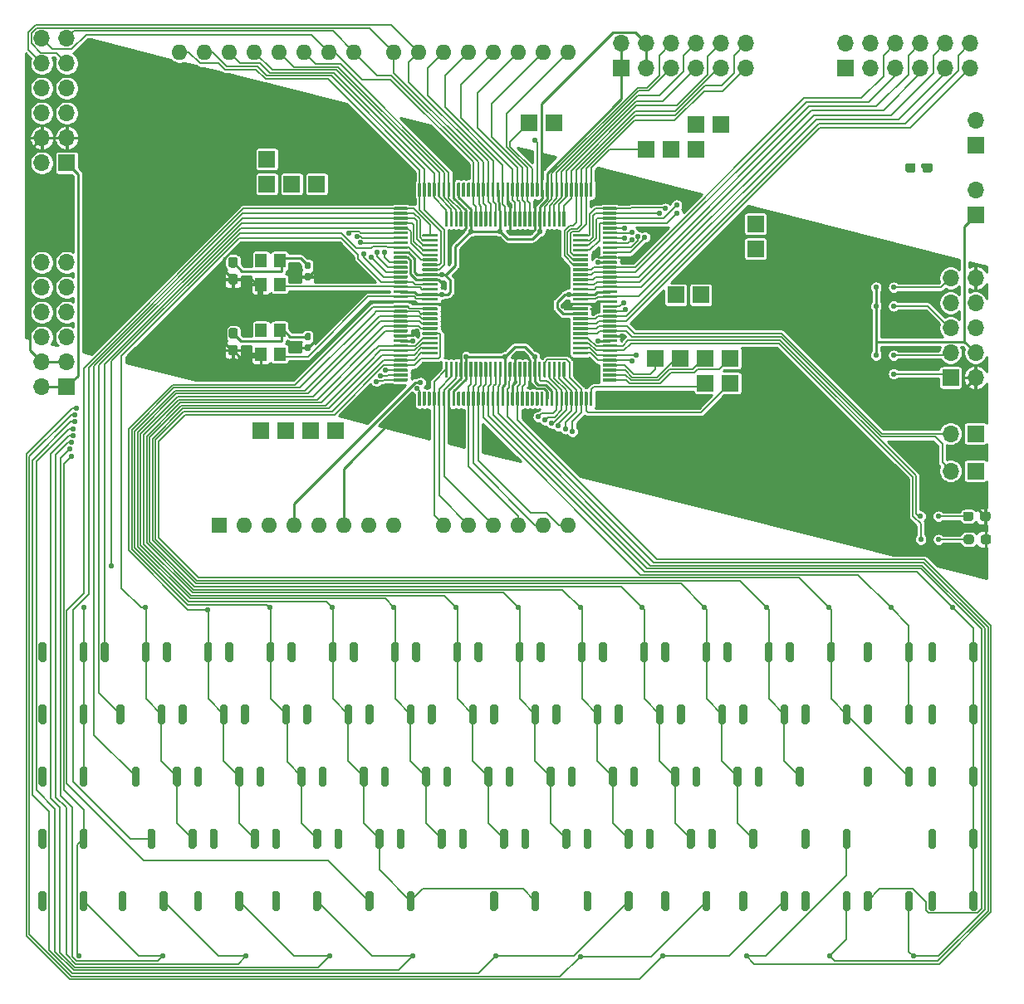
<source format=gbr>
%TF.GenerationSoftware,KiCad,Pcbnew,5.1.10*%
%TF.CreationDate,2021-08-09T15:51:23+08:00*%
%TF.ProjectId,ymmepm,796d6d65-706d-42e6-9b69-6361645f7063,rev?*%
%TF.SameCoordinates,Original*%
%TF.FileFunction,Copper,L1,Top*%
%TF.FilePolarity,Positive*%
%FSLAX46Y46*%
G04 Gerber Fmt 4.6, Leading zero omitted, Abs format (unit mm)*
G04 Created by KiCad (PCBNEW 5.1.10) date 2021-08-09 15:51:23*
%MOMM*%
%LPD*%
G01*
G04 APERTURE LIST*
%TA.AperFunction,ComponentPad*%
%ADD10R,1.700000X1.700000*%
%TD*%
%TA.AperFunction,ComponentPad*%
%ADD11O,1.700000X1.700000*%
%TD*%
%TA.AperFunction,SMDPad,CuDef*%
%ADD12R,1.200000X1.400000*%
%TD*%
%TA.AperFunction,ComponentPad*%
%ADD13O,1.600000X1.600000*%
%TD*%
%TA.AperFunction,ComponentPad*%
%ADD14R,1.600000X1.600000*%
%TD*%
%TA.AperFunction,ViaPad*%
%ADD15C,0.558800*%
%TD*%
%TA.AperFunction,Conductor*%
%ADD16C,0.254000*%
%TD*%
%TA.AperFunction,Conductor*%
%ADD17C,0.152400*%
%TD*%
%TA.AperFunction,Conductor*%
%ADD18C,0.100000*%
%TD*%
G04 APERTURE END LIST*
%TO.P,D4,2*%
%TO.N,Net-(D4-Pad2)*%
%TA.AperFunction,SMDPad,CuDef*%
G36*
G01*
X166542000Y-70120500D02*
X166542000Y-70595500D01*
G75*
G02*
X166304500Y-70833000I-237500J0D01*
G01*
X165729500Y-70833000D01*
G75*
G02*
X165492000Y-70595500I0J237500D01*
G01*
X165492000Y-70120500D01*
G75*
G02*
X165729500Y-69883000I237500J0D01*
G01*
X166304500Y-69883000D01*
G75*
G02*
X166542000Y-70120500I0J-237500D01*
G01*
G37*
%TD.AperFunction*%
%TO.P,D4,1*%
%TO.N,GND*%
%TA.AperFunction,SMDPad,CuDef*%
G36*
G01*
X168292000Y-70120500D02*
X168292000Y-70595500D01*
G75*
G02*
X168054500Y-70833000I-237500J0D01*
G01*
X167479500Y-70833000D01*
G75*
G02*
X167242000Y-70595500I0J237500D01*
G01*
X167242000Y-70120500D01*
G75*
G02*
X167479500Y-69883000I237500J0D01*
G01*
X168054500Y-69883000D01*
G75*
G02*
X168292000Y-70120500I0J-237500D01*
G01*
G37*
%TD.AperFunction*%
%TD*%
D10*
%TO.P,J40,1*%
%TO.N,/IO87*%
X102933500Y-72009000D03*
%TD*%
%TO.P,J39,1*%
%TO.N,/IO86*%
X105473500Y-72009000D03*
%TD*%
%TO.P,J38,1*%
%TO.N,/IO85*%
X100393500Y-72009000D03*
%TD*%
%TO.P,J37,1*%
%TO.N,/IO84*%
X100393500Y-69469000D03*
%TD*%
%TO.P,J36,1*%
%TO.N,/IO109*%
X107442000Y-97155000D03*
%TD*%
%TO.P,J35,1*%
%TO.N,/IO108*%
X104902000Y-97155000D03*
%TD*%
%TO.P,J34,1*%
%TO.N,/IO107*%
X102362000Y-97155000D03*
%TD*%
%TO.P,J33,1*%
%TO.N,/IO106*%
X99822000Y-97155000D03*
%TD*%
%TO.P,J32,1*%
%TO.N,/IO144*%
X145097500Y-92329000D03*
%TD*%
%TO.P,J31,1*%
%TO.N,/IO143*%
X147637500Y-92329000D03*
%TD*%
%TO.P,J30,1*%
%TO.N,/IO1*%
X147637500Y-89789000D03*
%TD*%
%TO.P,J29,1*%
%TO.N,/IO2*%
X145097500Y-89789000D03*
%TD*%
%TO.P,J28,1*%
%TO.N,/IO3*%
X142557500Y-89789000D03*
%TD*%
%TO.P,J27,1*%
%TO.N,/IO27*%
X150241000Y-78613000D03*
%TD*%
%TO.P,J26,1*%
%TO.N,/IO28*%
X150241000Y-76073000D03*
%TD*%
%TO.P,J25,1*%
%TO.N,/IO29*%
X146685000Y-65913000D03*
%TD*%
%TO.P,J24,1*%
%TO.N,/IO30*%
X144145000Y-65913000D03*
%TD*%
%TO.P,J23,1*%
%TO.N,/IO4*%
X140017500Y-89789000D03*
%TD*%
%TO.P,J22,1*%
%TO.N,/IO16*%
X142113000Y-83312000D03*
%TD*%
%TO.P,J21,1*%
%TO.N,/IO15*%
X144653000Y-83312000D03*
%TD*%
%TO.P,J20,1*%
%TO.N,/IO31*%
X144145000Y-68453000D03*
%TD*%
%TO.P,J19,1*%
%TO.N,/IO32*%
X141605000Y-68453000D03*
%TD*%
%TO.P,J18,1*%
%TO.N,/IO37*%
X139065000Y-68453000D03*
%TD*%
%TO.P,J17,1*%
%TO.N,/IO49*%
X127127000Y-65786000D03*
%TD*%
%TO.P,J16,1*%
%TO.N,/IO48*%
X129667000Y-65786000D03*
%TD*%
D11*
%TO.P,J15,12*%
%TO.N,/IO78*%
X77470000Y-80010000D03*
%TO.P,J15,11*%
%TO.N,/IO79*%
X80010000Y-80010000D03*
%TO.P,J15,10*%
%TO.N,/IO80*%
X77470000Y-82550000D03*
%TO.P,J15,9*%
%TO.N,/IO120*%
X80010000Y-82550000D03*
%TO.P,J15,8*%
%TO.N,/IO114*%
X77470000Y-85090000D03*
%TO.P,J15,7*%
%TO.N,/IO119*%
X80010000Y-85090000D03*
%TO.P,J15,6*%
%TO.N,/IO112*%
X77470000Y-87630000D03*
%TO.P,J15,5*%
%TO.N,/IO113*%
X80010000Y-87630000D03*
%TO.P,J15,4*%
%TO.N,GND*%
X77470000Y-90170000D03*
%TO.P,J15,3*%
X80010000Y-90170000D03*
%TO.P,J15,2*%
%TO.N,+3V3*%
X77470000Y-92710000D03*
D10*
%TO.P,J15,1*%
X80010000Y-92710000D03*
%TD*%
D11*
%TO.P,J14,2*%
%TO.N,/IO11*%
X170116500Y-101282500D03*
D10*
%TO.P,J14,1*%
%TO.N,+3V3*%
X172656500Y-101282500D03*
%TD*%
D11*
%TO.P,J13,2*%
%TO.N,/IO12*%
X170116500Y-97472500D03*
D10*
%TO.P,J13,1*%
%TO.N,+3V3*%
X172656500Y-97472500D03*
%TD*%
%TO.P,D3,2*%
%TO.N,Net-(D3-Pad2)*%
%TA.AperFunction,SMDPad,CuDef*%
G36*
G01*
X172497000Y-108030000D02*
X172497000Y-108505000D01*
G75*
G02*
X172259500Y-108742500I-237500J0D01*
G01*
X171684500Y-108742500D01*
G75*
G02*
X171447000Y-108505000I0J237500D01*
G01*
X171447000Y-108030000D01*
G75*
G02*
X171684500Y-107792500I237500J0D01*
G01*
X172259500Y-107792500D01*
G75*
G02*
X172497000Y-108030000I0J-237500D01*
G01*
G37*
%TD.AperFunction*%
%TO.P,D3,1*%
%TO.N,GND*%
%TA.AperFunction,SMDPad,CuDef*%
G36*
G01*
X174247000Y-108030000D02*
X174247000Y-108505000D01*
G75*
G02*
X174009500Y-108742500I-237500J0D01*
G01*
X173434500Y-108742500D01*
G75*
G02*
X173197000Y-108505000I0J237500D01*
G01*
X173197000Y-108030000D01*
G75*
G02*
X173434500Y-107792500I237500J0D01*
G01*
X174009500Y-107792500D01*
G75*
G02*
X174247000Y-108030000I0J-237500D01*
G01*
G37*
%TD.AperFunction*%
%TD*%
%TO.P,D2,2*%
%TO.N,Net-(D2-Pad2)*%
%TA.AperFunction,SMDPad,CuDef*%
G36*
G01*
X172433500Y-105680500D02*
X172433500Y-106155500D01*
G75*
G02*
X172196000Y-106393000I-237500J0D01*
G01*
X171621000Y-106393000D01*
G75*
G02*
X171383500Y-106155500I0J237500D01*
G01*
X171383500Y-105680500D01*
G75*
G02*
X171621000Y-105443000I237500J0D01*
G01*
X172196000Y-105443000D01*
G75*
G02*
X172433500Y-105680500I0J-237500D01*
G01*
G37*
%TD.AperFunction*%
%TO.P,D2,1*%
%TO.N,GND*%
%TA.AperFunction,SMDPad,CuDef*%
G36*
G01*
X174183500Y-105680500D02*
X174183500Y-106155500D01*
G75*
G02*
X173946000Y-106393000I-237500J0D01*
G01*
X173371000Y-106393000D01*
G75*
G02*
X173133500Y-106155500I0J237500D01*
G01*
X173133500Y-105680500D01*
G75*
G02*
X173371000Y-105443000I237500J0D01*
G01*
X173946000Y-105443000D01*
G75*
G02*
X174183500Y-105680500I0J-237500D01*
G01*
G37*
%TD.AperFunction*%
%TD*%
%TO.P,USRM2,1*%
%TO.N,/IO124*%
%TA.AperFunction,SMDPad,CuDef*%
G36*
G01*
X140629000Y-145961000D02*
X140629000Y-144361000D01*
G75*
G02*
X140829000Y-144161000I200000J0D01*
G01*
X141229000Y-144161000D01*
G75*
G02*
X141429000Y-144361000I0J-200000D01*
G01*
X141429000Y-145961000D01*
G75*
G02*
X141229000Y-146161000I-200000J0D01*
G01*
X140829000Y-146161000D01*
G75*
G02*
X140629000Y-145961000I0J200000D01*
G01*
G37*
%TD.AperFunction*%
%TO.P,USRM2,2*%
%TO.N,/IO138*%
%TA.AperFunction,SMDPad,CuDef*%
G36*
G01*
X144829000Y-145961000D02*
X144829000Y-144361000D01*
G75*
G02*
X145029000Y-144161000I200000J0D01*
G01*
X145429000Y-144161000D01*
G75*
G02*
X145629000Y-144361000I0J-200000D01*
G01*
X145629000Y-145961000D01*
G75*
G02*
X145429000Y-146161000I-200000J0D01*
G01*
X145029000Y-146161000D01*
G75*
G02*
X144829000Y-145961000I0J200000D01*
G01*
G37*
%TD.AperFunction*%
%TD*%
D12*
%TO.P,X3,4*%
%TO.N,+3V3*%
X101717500Y-86948500D03*
%TO.P,X3,3*%
%TO.N,/IO91*%
X101717500Y-89348500D03*
%TO.P,X3,2*%
%TO.N,GND*%
X99817500Y-89348500D03*
%TO.P,X3,1*%
%TO.N,Net-(X3-Pad1)*%
X99817500Y-86948500D03*
%TD*%
%TO.P,X1,4*%
%TO.N,+3V3*%
X101724500Y-79832500D03*
%TO.P,X1,3*%
%TO.N,/IO89*%
X101724500Y-82232500D03*
%TO.P,X1,2*%
%TO.N,GND*%
X99824500Y-82232500D03*
%TO.P,X1,1*%
%TO.N,Net-(X1-Pad1)*%
X99824500Y-79832500D03*
%TD*%
%TO.P,C19,2*%
%TO.N,GND*%
%TA.AperFunction,SMDPad,CuDef*%
G36*
G01*
X104429500Y-88342000D02*
X104739500Y-88342000D01*
G75*
G02*
X104894500Y-88497000I0J-155000D01*
G01*
X104894500Y-88922000D01*
G75*
G02*
X104739500Y-89077000I-155000J0D01*
G01*
X104429500Y-89077000D01*
G75*
G02*
X104274500Y-88922000I0J155000D01*
G01*
X104274500Y-88497000D01*
G75*
G02*
X104429500Y-88342000I155000J0D01*
G01*
G37*
%TD.AperFunction*%
%TO.P,C19,1*%
%TO.N,+3V3*%
%TA.AperFunction,SMDPad,CuDef*%
G36*
G01*
X104429500Y-87207000D02*
X104739500Y-87207000D01*
G75*
G02*
X104894500Y-87362000I0J-155000D01*
G01*
X104894500Y-87787000D01*
G75*
G02*
X104739500Y-87942000I-155000J0D01*
G01*
X104429500Y-87942000D01*
G75*
G02*
X104274500Y-87787000I0J155000D01*
G01*
X104274500Y-87362000D01*
G75*
G02*
X104429500Y-87207000I155000J0D01*
G01*
G37*
%TD.AperFunction*%
%TD*%
%TO.P,C18,2*%
%TO.N,GND*%
%TA.AperFunction,SMDPad,CuDef*%
G36*
G01*
X96727000Y-88426000D02*
X97202000Y-88426000D01*
G75*
G02*
X97439500Y-88663500I0J-237500D01*
G01*
X97439500Y-89263500D01*
G75*
G02*
X97202000Y-89501000I-237500J0D01*
G01*
X96727000Y-89501000D01*
G75*
G02*
X96489500Y-89263500I0J237500D01*
G01*
X96489500Y-88663500D01*
G75*
G02*
X96727000Y-88426000I237500J0D01*
G01*
G37*
%TD.AperFunction*%
%TO.P,C18,1*%
%TO.N,+3V3*%
%TA.AperFunction,SMDPad,CuDef*%
G36*
G01*
X96727000Y-86701000D02*
X97202000Y-86701000D01*
G75*
G02*
X97439500Y-86938500I0J-237500D01*
G01*
X97439500Y-87538500D01*
G75*
G02*
X97202000Y-87776000I-237500J0D01*
G01*
X96727000Y-87776000D01*
G75*
G02*
X96489500Y-87538500I0J237500D01*
G01*
X96489500Y-86938500D01*
G75*
G02*
X96727000Y-86701000I237500J0D01*
G01*
G37*
%TD.AperFunction*%
%TD*%
%TO.P,U1,1*%
%TO.N,/IO1*%
%TA.AperFunction,SMDPad,CuDef*%
G36*
G01*
X136114000Y-91923500D02*
X136114000Y-92073500D01*
G75*
G02*
X136039000Y-92148500I-75000J0D01*
G01*
X134714000Y-92148500D01*
G75*
G02*
X134639000Y-92073500I0J75000D01*
G01*
X134639000Y-91923500D01*
G75*
G02*
X134714000Y-91848500I75000J0D01*
G01*
X136039000Y-91848500D01*
G75*
G02*
X136114000Y-91923500I0J-75000D01*
G01*
G37*
%TD.AperFunction*%
%TO.P,U1,2*%
%TO.N,/IO2*%
%TA.AperFunction,SMDPad,CuDef*%
G36*
G01*
X136114000Y-91423500D02*
X136114000Y-91573500D01*
G75*
G02*
X136039000Y-91648500I-75000J0D01*
G01*
X134714000Y-91648500D01*
G75*
G02*
X134639000Y-91573500I0J75000D01*
G01*
X134639000Y-91423500D01*
G75*
G02*
X134714000Y-91348500I75000J0D01*
G01*
X136039000Y-91348500D01*
G75*
G02*
X136114000Y-91423500I0J-75000D01*
G01*
G37*
%TD.AperFunction*%
%TO.P,U1,3*%
%TO.N,/IO3*%
%TA.AperFunction,SMDPad,CuDef*%
G36*
G01*
X136114000Y-90923500D02*
X136114000Y-91073500D01*
G75*
G02*
X136039000Y-91148500I-75000J0D01*
G01*
X134714000Y-91148500D01*
G75*
G02*
X134639000Y-91073500I0J75000D01*
G01*
X134639000Y-90923500D01*
G75*
G02*
X134714000Y-90848500I75000J0D01*
G01*
X136039000Y-90848500D01*
G75*
G02*
X136114000Y-90923500I0J-75000D01*
G01*
G37*
%TD.AperFunction*%
%TO.P,U1,4*%
%TO.N,/IO4*%
%TA.AperFunction,SMDPad,CuDef*%
G36*
G01*
X136114000Y-90423500D02*
X136114000Y-90573500D01*
G75*
G02*
X136039000Y-90648500I-75000J0D01*
G01*
X134714000Y-90648500D01*
G75*
G02*
X134639000Y-90573500I0J75000D01*
G01*
X134639000Y-90423500D01*
G75*
G02*
X134714000Y-90348500I75000J0D01*
G01*
X136039000Y-90348500D01*
G75*
G02*
X136114000Y-90423500I0J-75000D01*
G01*
G37*
%TD.AperFunction*%
%TO.P,U1,5*%
%TO.N,/IO5*%
%TA.AperFunction,SMDPad,CuDef*%
G36*
G01*
X136114000Y-89923500D02*
X136114000Y-90073500D01*
G75*
G02*
X136039000Y-90148500I-75000J0D01*
G01*
X134714000Y-90148500D01*
G75*
G02*
X134639000Y-90073500I0J75000D01*
G01*
X134639000Y-89923500D01*
G75*
G02*
X134714000Y-89848500I75000J0D01*
G01*
X136039000Y-89848500D01*
G75*
G02*
X136114000Y-89923500I0J-75000D01*
G01*
G37*
%TD.AperFunction*%
%TO.P,U1,6*%
%TO.N,/IO6*%
%TA.AperFunction,SMDPad,CuDef*%
G36*
G01*
X136114000Y-89423500D02*
X136114000Y-89573500D01*
G75*
G02*
X136039000Y-89648500I-75000J0D01*
G01*
X134714000Y-89648500D01*
G75*
G02*
X134639000Y-89573500I0J75000D01*
G01*
X134639000Y-89423500D01*
G75*
G02*
X134714000Y-89348500I75000J0D01*
G01*
X136039000Y-89348500D01*
G75*
G02*
X136114000Y-89423500I0J-75000D01*
G01*
G37*
%TD.AperFunction*%
%TO.P,U1,7*%
%TO.N,/IO7*%
%TA.AperFunction,SMDPad,CuDef*%
G36*
G01*
X136114000Y-88923500D02*
X136114000Y-89073500D01*
G75*
G02*
X136039000Y-89148500I-75000J0D01*
G01*
X134714000Y-89148500D01*
G75*
G02*
X134639000Y-89073500I0J75000D01*
G01*
X134639000Y-88923500D01*
G75*
G02*
X134714000Y-88848500I75000J0D01*
G01*
X136039000Y-88848500D01*
G75*
G02*
X136114000Y-88923500I0J-75000D01*
G01*
G37*
%TD.AperFunction*%
%TO.P,U1,8*%
%TO.N,/IO8*%
%TA.AperFunction,SMDPad,CuDef*%
G36*
G01*
X136114000Y-88423500D02*
X136114000Y-88573500D01*
G75*
G02*
X136039000Y-88648500I-75000J0D01*
G01*
X134714000Y-88648500D01*
G75*
G02*
X134639000Y-88573500I0J75000D01*
G01*
X134639000Y-88423500D01*
G75*
G02*
X134714000Y-88348500I75000J0D01*
G01*
X136039000Y-88348500D01*
G75*
G02*
X136114000Y-88423500I0J-75000D01*
G01*
G37*
%TD.AperFunction*%
%TO.P,U1,9*%
%TO.N,+3V3*%
%TA.AperFunction,SMDPad,CuDef*%
G36*
G01*
X136114000Y-87923500D02*
X136114000Y-88073500D01*
G75*
G02*
X136039000Y-88148500I-75000J0D01*
G01*
X134714000Y-88148500D01*
G75*
G02*
X134639000Y-88073500I0J75000D01*
G01*
X134639000Y-87923500D01*
G75*
G02*
X134714000Y-87848500I75000J0D01*
G01*
X136039000Y-87848500D01*
G75*
G02*
X136114000Y-87923500I0J-75000D01*
G01*
G37*
%TD.AperFunction*%
%TO.P,U1,10*%
%TO.N,GND*%
%TA.AperFunction,SMDPad,CuDef*%
G36*
G01*
X136114000Y-87423500D02*
X136114000Y-87573500D01*
G75*
G02*
X136039000Y-87648500I-75000J0D01*
G01*
X134714000Y-87648500D01*
G75*
G02*
X134639000Y-87573500I0J75000D01*
G01*
X134639000Y-87423500D01*
G75*
G02*
X134714000Y-87348500I75000J0D01*
G01*
X136039000Y-87348500D01*
G75*
G02*
X136114000Y-87423500I0J-75000D01*
G01*
G37*
%TD.AperFunction*%
%TO.P,U1,11*%
%TO.N,/IO11*%
%TA.AperFunction,SMDPad,CuDef*%
G36*
G01*
X136114000Y-86923500D02*
X136114000Y-87073500D01*
G75*
G02*
X136039000Y-87148500I-75000J0D01*
G01*
X134714000Y-87148500D01*
G75*
G02*
X134639000Y-87073500I0J75000D01*
G01*
X134639000Y-86923500D01*
G75*
G02*
X134714000Y-86848500I75000J0D01*
G01*
X136039000Y-86848500D01*
G75*
G02*
X136114000Y-86923500I0J-75000D01*
G01*
G37*
%TD.AperFunction*%
%TO.P,U1,12*%
%TO.N,/IO12*%
%TA.AperFunction,SMDPad,CuDef*%
G36*
G01*
X136114000Y-86423500D02*
X136114000Y-86573500D01*
G75*
G02*
X136039000Y-86648500I-75000J0D01*
G01*
X134714000Y-86648500D01*
G75*
G02*
X134639000Y-86573500I0J75000D01*
G01*
X134639000Y-86423500D01*
G75*
G02*
X134714000Y-86348500I75000J0D01*
G01*
X136039000Y-86348500D01*
G75*
G02*
X136114000Y-86423500I0J-75000D01*
G01*
G37*
%TD.AperFunction*%
%TO.P,U1,13*%
%TO.N,/IO13*%
%TA.AperFunction,SMDPad,CuDef*%
G36*
G01*
X136114000Y-85923500D02*
X136114000Y-86073500D01*
G75*
G02*
X136039000Y-86148500I-75000J0D01*
G01*
X134714000Y-86148500D01*
G75*
G02*
X134639000Y-86073500I0J75000D01*
G01*
X134639000Y-85923500D01*
G75*
G02*
X134714000Y-85848500I75000J0D01*
G01*
X136039000Y-85848500D01*
G75*
G02*
X136114000Y-85923500I0J-75000D01*
G01*
G37*
%TD.AperFunction*%
%TO.P,U1,14*%
%TO.N,/IO14*%
%TA.AperFunction,SMDPad,CuDef*%
G36*
G01*
X136114000Y-85423500D02*
X136114000Y-85573500D01*
G75*
G02*
X136039000Y-85648500I-75000J0D01*
G01*
X134714000Y-85648500D01*
G75*
G02*
X134639000Y-85573500I0J75000D01*
G01*
X134639000Y-85423500D01*
G75*
G02*
X134714000Y-85348500I75000J0D01*
G01*
X136039000Y-85348500D01*
G75*
G02*
X136114000Y-85423500I0J-75000D01*
G01*
G37*
%TD.AperFunction*%
%TO.P,U1,15*%
%TO.N,/IO15*%
%TA.AperFunction,SMDPad,CuDef*%
G36*
G01*
X136114000Y-84923500D02*
X136114000Y-85073500D01*
G75*
G02*
X136039000Y-85148500I-75000J0D01*
G01*
X134714000Y-85148500D01*
G75*
G02*
X134639000Y-85073500I0J75000D01*
G01*
X134639000Y-84923500D01*
G75*
G02*
X134714000Y-84848500I75000J0D01*
G01*
X136039000Y-84848500D01*
G75*
G02*
X136114000Y-84923500I0J-75000D01*
G01*
G37*
%TD.AperFunction*%
%TO.P,U1,16*%
%TO.N,/IO16*%
%TA.AperFunction,SMDPad,CuDef*%
G36*
G01*
X136114000Y-84423500D02*
X136114000Y-84573500D01*
G75*
G02*
X136039000Y-84648500I-75000J0D01*
G01*
X134714000Y-84648500D01*
G75*
G02*
X134639000Y-84573500I0J75000D01*
G01*
X134639000Y-84423500D01*
G75*
G02*
X134714000Y-84348500I75000J0D01*
G01*
X136039000Y-84348500D01*
G75*
G02*
X136114000Y-84423500I0J-75000D01*
G01*
G37*
%TD.AperFunction*%
%TO.P,U1,17*%
%TO.N,GND*%
%TA.AperFunction,SMDPad,CuDef*%
G36*
G01*
X136114000Y-83923500D02*
X136114000Y-84073500D01*
G75*
G02*
X136039000Y-84148500I-75000J0D01*
G01*
X134714000Y-84148500D01*
G75*
G02*
X134639000Y-84073500I0J75000D01*
G01*
X134639000Y-83923500D01*
G75*
G02*
X134714000Y-83848500I75000J0D01*
G01*
X136039000Y-83848500D01*
G75*
G02*
X136114000Y-83923500I0J-75000D01*
G01*
G37*
%TD.AperFunction*%
%TO.P,U1,18*%
%TO.N,/IO18*%
%TA.AperFunction,SMDPad,CuDef*%
G36*
G01*
X136114000Y-83423500D02*
X136114000Y-83573500D01*
G75*
G02*
X136039000Y-83648500I-75000J0D01*
G01*
X134714000Y-83648500D01*
G75*
G02*
X134639000Y-83573500I0J75000D01*
G01*
X134639000Y-83423500D01*
G75*
G02*
X134714000Y-83348500I75000J0D01*
G01*
X136039000Y-83348500D01*
G75*
G02*
X136114000Y-83423500I0J-75000D01*
G01*
G37*
%TD.AperFunction*%
%TO.P,U1,19*%
%TO.N,+3V3*%
%TA.AperFunction,SMDPad,CuDef*%
G36*
G01*
X136114000Y-82923500D02*
X136114000Y-83073500D01*
G75*
G02*
X136039000Y-83148500I-75000J0D01*
G01*
X134714000Y-83148500D01*
G75*
G02*
X134639000Y-83073500I0J75000D01*
G01*
X134639000Y-82923500D01*
G75*
G02*
X134714000Y-82848500I75000J0D01*
G01*
X136039000Y-82848500D01*
G75*
G02*
X136114000Y-82923500I0J-75000D01*
G01*
G37*
%TD.AperFunction*%
%TO.P,U1,20*%
%TO.N,/IO20*%
%TA.AperFunction,SMDPad,CuDef*%
G36*
G01*
X136114000Y-82423500D02*
X136114000Y-82573500D01*
G75*
G02*
X136039000Y-82648500I-75000J0D01*
G01*
X134714000Y-82648500D01*
G75*
G02*
X134639000Y-82573500I0J75000D01*
G01*
X134639000Y-82423500D01*
G75*
G02*
X134714000Y-82348500I75000J0D01*
G01*
X136039000Y-82348500D01*
G75*
G02*
X136114000Y-82423500I0J-75000D01*
G01*
G37*
%TD.AperFunction*%
%TO.P,U1,21*%
%TO.N,/IO21*%
%TA.AperFunction,SMDPad,CuDef*%
G36*
G01*
X136114000Y-81923500D02*
X136114000Y-82073500D01*
G75*
G02*
X136039000Y-82148500I-75000J0D01*
G01*
X134714000Y-82148500D01*
G75*
G02*
X134639000Y-82073500I0J75000D01*
G01*
X134639000Y-81923500D01*
G75*
G02*
X134714000Y-81848500I75000J0D01*
G01*
X136039000Y-81848500D01*
G75*
G02*
X136114000Y-81923500I0J-75000D01*
G01*
G37*
%TD.AperFunction*%
%TO.P,U1,22*%
%TO.N,/IO22*%
%TA.AperFunction,SMDPad,CuDef*%
G36*
G01*
X136114000Y-81423500D02*
X136114000Y-81573500D01*
G75*
G02*
X136039000Y-81648500I-75000J0D01*
G01*
X134714000Y-81648500D01*
G75*
G02*
X134639000Y-81573500I0J75000D01*
G01*
X134639000Y-81423500D01*
G75*
G02*
X134714000Y-81348500I75000J0D01*
G01*
X136039000Y-81348500D01*
G75*
G02*
X136114000Y-81423500I0J-75000D01*
G01*
G37*
%TD.AperFunction*%
%TO.P,U1,23*%
%TO.N,/IO23*%
%TA.AperFunction,SMDPad,CuDef*%
G36*
G01*
X136114000Y-80923500D02*
X136114000Y-81073500D01*
G75*
G02*
X136039000Y-81148500I-75000J0D01*
G01*
X134714000Y-81148500D01*
G75*
G02*
X134639000Y-81073500I0J75000D01*
G01*
X134639000Y-80923500D01*
G75*
G02*
X134714000Y-80848500I75000J0D01*
G01*
X136039000Y-80848500D01*
G75*
G02*
X136114000Y-80923500I0J-75000D01*
G01*
G37*
%TD.AperFunction*%
%TO.P,U1,24*%
%TO.N,/IO24*%
%TA.AperFunction,SMDPad,CuDef*%
G36*
G01*
X136114000Y-80423500D02*
X136114000Y-80573500D01*
G75*
G02*
X136039000Y-80648500I-75000J0D01*
G01*
X134714000Y-80648500D01*
G75*
G02*
X134639000Y-80573500I0J75000D01*
G01*
X134639000Y-80423500D01*
G75*
G02*
X134714000Y-80348500I75000J0D01*
G01*
X136039000Y-80348500D01*
G75*
G02*
X136114000Y-80423500I0J-75000D01*
G01*
G37*
%TD.AperFunction*%
%TO.P,U1,25*%
%TO.N,+3V3*%
%TA.AperFunction,SMDPad,CuDef*%
G36*
G01*
X136114000Y-79923500D02*
X136114000Y-80073500D01*
G75*
G02*
X136039000Y-80148500I-75000J0D01*
G01*
X134714000Y-80148500D01*
G75*
G02*
X134639000Y-80073500I0J75000D01*
G01*
X134639000Y-79923500D01*
G75*
G02*
X134714000Y-79848500I75000J0D01*
G01*
X136039000Y-79848500D01*
G75*
G02*
X136114000Y-79923500I0J-75000D01*
G01*
G37*
%TD.AperFunction*%
%TO.P,U1,26*%
%TO.N,GND*%
%TA.AperFunction,SMDPad,CuDef*%
G36*
G01*
X136114000Y-79423500D02*
X136114000Y-79573500D01*
G75*
G02*
X136039000Y-79648500I-75000J0D01*
G01*
X134714000Y-79648500D01*
G75*
G02*
X134639000Y-79573500I0J75000D01*
G01*
X134639000Y-79423500D01*
G75*
G02*
X134714000Y-79348500I75000J0D01*
G01*
X136039000Y-79348500D01*
G75*
G02*
X136114000Y-79423500I0J-75000D01*
G01*
G37*
%TD.AperFunction*%
%TO.P,U1,27*%
%TO.N,/IO27*%
%TA.AperFunction,SMDPad,CuDef*%
G36*
G01*
X136114000Y-78923500D02*
X136114000Y-79073500D01*
G75*
G02*
X136039000Y-79148500I-75000J0D01*
G01*
X134714000Y-79148500D01*
G75*
G02*
X134639000Y-79073500I0J75000D01*
G01*
X134639000Y-78923500D01*
G75*
G02*
X134714000Y-78848500I75000J0D01*
G01*
X136039000Y-78848500D01*
G75*
G02*
X136114000Y-78923500I0J-75000D01*
G01*
G37*
%TD.AperFunction*%
%TO.P,U1,28*%
%TO.N,/IO28*%
%TA.AperFunction,SMDPad,CuDef*%
G36*
G01*
X136114000Y-78423500D02*
X136114000Y-78573500D01*
G75*
G02*
X136039000Y-78648500I-75000J0D01*
G01*
X134714000Y-78648500D01*
G75*
G02*
X134639000Y-78573500I0J75000D01*
G01*
X134639000Y-78423500D01*
G75*
G02*
X134714000Y-78348500I75000J0D01*
G01*
X136039000Y-78348500D01*
G75*
G02*
X136114000Y-78423500I0J-75000D01*
G01*
G37*
%TD.AperFunction*%
%TO.P,U1,29*%
%TO.N,/IO29*%
%TA.AperFunction,SMDPad,CuDef*%
G36*
G01*
X136114000Y-77923500D02*
X136114000Y-78073500D01*
G75*
G02*
X136039000Y-78148500I-75000J0D01*
G01*
X134714000Y-78148500D01*
G75*
G02*
X134639000Y-78073500I0J75000D01*
G01*
X134639000Y-77923500D01*
G75*
G02*
X134714000Y-77848500I75000J0D01*
G01*
X136039000Y-77848500D01*
G75*
G02*
X136114000Y-77923500I0J-75000D01*
G01*
G37*
%TD.AperFunction*%
%TO.P,U1,30*%
%TO.N,/IO30*%
%TA.AperFunction,SMDPad,CuDef*%
G36*
G01*
X136114000Y-77423500D02*
X136114000Y-77573500D01*
G75*
G02*
X136039000Y-77648500I-75000J0D01*
G01*
X134714000Y-77648500D01*
G75*
G02*
X134639000Y-77573500I0J75000D01*
G01*
X134639000Y-77423500D01*
G75*
G02*
X134714000Y-77348500I75000J0D01*
G01*
X136039000Y-77348500D01*
G75*
G02*
X136114000Y-77423500I0J-75000D01*
G01*
G37*
%TD.AperFunction*%
%TO.P,U1,31*%
%TO.N,/IO31*%
%TA.AperFunction,SMDPad,CuDef*%
G36*
G01*
X136114000Y-76923500D02*
X136114000Y-77073500D01*
G75*
G02*
X136039000Y-77148500I-75000J0D01*
G01*
X134714000Y-77148500D01*
G75*
G02*
X134639000Y-77073500I0J75000D01*
G01*
X134639000Y-76923500D01*
G75*
G02*
X134714000Y-76848500I75000J0D01*
G01*
X136039000Y-76848500D01*
G75*
G02*
X136114000Y-76923500I0J-75000D01*
G01*
G37*
%TD.AperFunction*%
%TO.P,U1,32*%
%TO.N,/IO32*%
%TA.AperFunction,SMDPad,CuDef*%
G36*
G01*
X136114000Y-76423500D02*
X136114000Y-76573500D01*
G75*
G02*
X136039000Y-76648500I-75000J0D01*
G01*
X134714000Y-76648500D01*
G75*
G02*
X134639000Y-76573500I0J75000D01*
G01*
X134639000Y-76423500D01*
G75*
G02*
X134714000Y-76348500I75000J0D01*
G01*
X136039000Y-76348500D01*
G75*
G02*
X136114000Y-76423500I0J-75000D01*
G01*
G37*
%TD.AperFunction*%
%TO.P,U1,33*%
%TO.N,/TMS*%
%TA.AperFunction,SMDPad,CuDef*%
G36*
G01*
X136114000Y-75923500D02*
X136114000Y-76073500D01*
G75*
G02*
X136039000Y-76148500I-75000J0D01*
G01*
X134714000Y-76148500D01*
G75*
G02*
X134639000Y-76073500I0J75000D01*
G01*
X134639000Y-75923500D01*
G75*
G02*
X134714000Y-75848500I75000J0D01*
G01*
X136039000Y-75848500D01*
G75*
G02*
X136114000Y-75923500I0J-75000D01*
G01*
G37*
%TD.AperFunction*%
%TO.P,U1,34*%
%TO.N,/TDI*%
%TA.AperFunction,SMDPad,CuDef*%
G36*
G01*
X136114000Y-75423500D02*
X136114000Y-75573500D01*
G75*
G02*
X136039000Y-75648500I-75000J0D01*
G01*
X134714000Y-75648500D01*
G75*
G02*
X134639000Y-75573500I0J75000D01*
G01*
X134639000Y-75423500D01*
G75*
G02*
X134714000Y-75348500I75000J0D01*
G01*
X136039000Y-75348500D01*
G75*
G02*
X136114000Y-75423500I0J-75000D01*
G01*
G37*
%TD.AperFunction*%
%TO.P,U1,35*%
%TO.N,/TCK*%
%TA.AperFunction,SMDPad,CuDef*%
G36*
G01*
X136114000Y-74923500D02*
X136114000Y-75073500D01*
G75*
G02*
X136039000Y-75148500I-75000J0D01*
G01*
X134714000Y-75148500D01*
G75*
G02*
X134639000Y-75073500I0J75000D01*
G01*
X134639000Y-74923500D01*
G75*
G02*
X134714000Y-74848500I75000J0D01*
G01*
X136039000Y-74848500D01*
G75*
G02*
X136114000Y-74923500I0J-75000D01*
G01*
G37*
%TD.AperFunction*%
%TO.P,U1,36*%
%TO.N,/TDO*%
%TA.AperFunction,SMDPad,CuDef*%
G36*
G01*
X136114000Y-74423500D02*
X136114000Y-74573500D01*
G75*
G02*
X136039000Y-74648500I-75000J0D01*
G01*
X134714000Y-74648500D01*
G75*
G02*
X134639000Y-74573500I0J75000D01*
G01*
X134639000Y-74423500D01*
G75*
G02*
X134714000Y-74348500I75000J0D01*
G01*
X136039000Y-74348500D01*
G75*
G02*
X136114000Y-74423500I0J-75000D01*
G01*
G37*
%TD.AperFunction*%
%TO.P,U1,37*%
%TO.N,/IO37*%
%TA.AperFunction,SMDPad,CuDef*%
G36*
G01*
X133614000Y-71923500D02*
X133614000Y-73248500D01*
G75*
G02*
X133539000Y-73323500I-75000J0D01*
G01*
X133389000Y-73323500D01*
G75*
G02*
X133314000Y-73248500I0J75000D01*
G01*
X133314000Y-71923500D01*
G75*
G02*
X133389000Y-71848500I75000J0D01*
G01*
X133539000Y-71848500D01*
G75*
G02*
X133614000Y-71923500I0J-75000D01*
G01*
G37*
%TD.AperFunction*%
%TO.P,U1,38*%
%TO.N,/IO38*%
%TA.AperFunction,SMDPad,CuDef*%
G36*
G01*
X133114000Y-71923500D02*
X133114000Y-73248500D01*
G75*
G02*
X133039000Y-73323500I-75000J0D01*
G01*
X132889000Y-73323500D01*
G75*
G02*
X132814000Y-73248500I0J75000D01*
G01*
X132814000Y-71923500D01*
G75*
G02*
X132889000Y-71848500I75000J0D01*
G01*
X133039000Y-71848500D01*
G75*
G02*
X133114000Y-71923500I0J-75000D01*
G01*
G37*
%TD.AperFunction*%
%TO.P,U1,39*%
%TO.N,/IO39*%
%TA.AperFunction,SMDPad,CuDef*%
G36*
G01*
X132614000Y-71923500D02*
X132614000Y-73248500D01*
G75*
G02*
X132539000Y-73323500I-75000J0D01*
G01*
X132389000Y-73323500D01*
G75*
G02*
X132314000Y-73248500I0J75000D01*
G01*
X132314000Y-71923500D01*
G75*
G02*
X132389000Y-71848500I75000J0D01*
G01*
X132539000Y-71848500D01*
G75*
G02*
X132614000Y-71923500I0J-75000D01*
G01*
G37*
%TD.AperFunction*%
%TO.P,U1,40*%
%TO.N,/IO40*%
%TA.AperFunction,SMDPad,CuDef*%
G36*
G01*
X132114000Y-71923500D02*
X132114000Y-73248500D01*
G75*
G02*
X132039000Y-73323500I-75000J0D01*
G01*
X131889000Y-73323500D01*
G75*
G02*
X131814000Y-73248500I0J75000D01*
G01*
X131814000Y-71923500D01*
G75*
G02*
X131889000Y-71848500I75000J0D01*
G01*
X132039000Y-71848500D01*
G75*
G02*
X132114000Y-71923500I0J-75000D01*
G01*
G37*
%TD.AperFunction*%
%TO.P,U1,41*%
%TO.N,/IO41*%
%TA.AperFunction,SMDPad,CuDef*%
G36*
G01*
X131614000Y-71923500D02*
X131614000Y-73248500D01*
G75*
G02*
X131539000Y-73323500I-75000J0D01*
G01*
X131389000Y-73323500D01*
G75*
G02*
X131314000Y-73248500I0J75000D01*
G01*
X131314000Y-71923500D01*
G75*
G02*
X131389000Y-71848500I75000J0D01*
G01*
X131539000Y-71848500D01*
G75*
G02*
X131614000Y-71923500I0J-75000D01*
G01*
G37*
%TD.AperFunction*%
%TO.P,U1,42*%
%TO.N,/IO42*%
%TA.AperFunction,SMDPad,CuDef*%
G36*
G01*
X131114000Y-71923500D02*
X131114000Y-73248500D01*
G75*
G02*
X131039000Y-73323500I-75000J0D01*
G01*
X130889000Y-73323500D01*
G75*
G02*
X130814000Y-73248500I0J75000D01*
G01*
X130814000Y-71923500D01*
G75*
G02*
X130889000Y-71848500I75000J0D01*
G01*
X131039000Y-71848500D01*
G75*
G02*
X131114000Y-71923500I0J-75000D01*
G01*
G37*
%TD.AperFunction*%
%TO.P,U1,43*%
%TO.N,/IO43*%
%TA.AperFunction,SMDPad,CuDef*%
G36*
G01*
X130614000Y-71923500D02*
X130614000Y-73248500D01*
G75*
G02*
X130539000Y-73323500I-75000J0D01*
G01*
X130389000Y-73323500D01*
G75*
G02*
X130314000Y-73248500I0J75000D01*
G01*
X130314000Y-71923500D01*
G75*
G02*
X130389000Y-71848500I75000J0D01*
G01*
X130539000Y-71848500D01*
G75*
G02*
X130614000Y-71923500I0J-75000D01*
G01*
G37*
%TD.AperFunction*%
%TO.P,U1,44*%
%TO.N,/IO44*%
%TA.AperFunction,SMDPad,CuDef*%
G36*
G01*
X130114000Y-71923500D02*
X130114000Y-73248500D01*
G75*
G02*
X130039000Y-73323500I-75000J0D01*
G01*
X129889000Y-73323500D01*
G75*
G02*
X129814000Y-73248500I0J75000D01*
G01*
X129814000Y-71923500D01*
G75*
G02*
X129889000Y-71848500I75000J0D01*
G01*
X130039000Y-71848500D01*
G75*
G02*
X130114000Y-71923500I0J-75000D01*
G01*
G37*
%TD.AperFunction*%
%TO.P,U1,45*%
%TO.N,/IO45*%
%TA.AperFunction,SMDPad,CuDef*%
G36*
G01*
X129614000Y-71923500D02*
X129614000Y-73248500D01*
G75*
G02*
X129539000Y-73323500I-75000J0D01*
G01*
X129389000Y-73323500D01*
G75*
G02*
X129314000Y-73248500I0J75000D01*
G01*
X129314000Y-71923500D01*
G75*
G02*
X129389000Y-71848500I75000J0D01*
G01*
X129539000Y-71848500D01*
G75*
G02*
X129614000Y-71923500I0J-75000D01*
G01*
G37*
%TD.AperFunction*%
%TO.P,U1,46*%
%TO.N,+3V3*%
%TA.AperFunction,SMDPad,CuDef*%
G36*
G01*
X129114000Y-71923500D02*
X129114000Y-73248500D01*
G75*
G02*
X129039000Y-73323500I-75000J0D01*
G01*
X128889000Y-73323500D01*
G75*
G02*
X128814000Y-73248500I0J75000D01*
G01*
X128814000Y-71923500D01*
G75*
G02*
X128889000Y-71848500I75000J0D01*
G01*
X129039000Y-71848500D01*
G75*
G02*
X129114000Y-71923500I0J-75000D01*
G01*
G37*
%TD.AperFunction*%
%TO.P,U1,47*%
%TO.N,GND*%
%TA.AperFunction,SMDPad,CuDef*%
G36*
G01*
X128614000Y-71923500D02*
X128614000Y-73248500D01*
G75*
G02*
X128539000Y-73323500I-75000J0D01*
G01*
X128389000Y-73323500D01*
G75*
G02*
X128314000Y-73248500I0J75000D01*
G01*
X128314000Y-71923500D01*
G75*
G02*
X128389000Y-71848500I75000J0D01*
G01*
X128539000Y-71848500D01*
G75*
G02*
X128614000Y-71923500I0J-75000D01*
G01*
G37*
%TD.AperFunction*%
%TO.P,U1,48*%
%TO.N,/IO48*%
%TA.AperFunction,SMDPad,CuDef*%
G36*
G01*
X128114000Y-71923500D02*
X128114000Y-73248500D01*
G75*
G02*
X128039000Y-73323500I-75000J0D01*
G01*
X127889000Y-73323500D01*
G75*
G02*
X127814000Y-73248500I0J75000D01*
G01*
X127814000Y-71923500D01*
G75*
G02*
X127889000Y-71848500I75000J0D01*
G01*
X128039000Y-71848500D01*
G75*
G02*
X128114000Y-71923500I0J-75000D01*
G01*
G37*
%TD.AperFunction*%
%TO.P,U1,49*%
%TO.N,/IO49*%
%TA.AperFunction,SMDPad,CuDef*%
G36*
G01*
X127614000Y-71923500D02*
X127614000Y-73248500D01*
G75*
G02*
X127539000Y-73323500I-75000J0D01*
G01*
X127389000Y-73323500D01*
G75*
G02*
X127314000Y-73248500I0J75000D01*
G01*
X127314000Y-71923500D01*
G75*
G02*
X127389000Y-71848500I75000J0D01*
G01*
X127539000Y-71848500D01*
G75*
G02*
X127614000Y-71923500I0J-75000D01*
G01*
G37*
%TD.AperFunction*%
%TO.P,U1,50*%
%TO.N,/IO50*%
%TA.AperFunction,SMDPad,CuDef*%
G36*
G01*
X127114000Y-71923500D02*
X127114000Y-73248500D01*
G75*
G02*
X127039000Y-73323500I-75000J0D01*
G01*
X126889000Y-73323500D01*
G75*
G02*
X126814000Y-73248500I0J75000D01*
G01*
X126814000Y-71923500D01*
G75*
G02*
X126889000Y-71848500I75000J0D01*
G01*
X127039000Y-71848500D01*
G75*
G02*
X127114000Y-71923500I0J-75000D01*
G01*
G37*
%TD.AperFunction*%
%TO.P,U1,51*%
%TO.N,/IO51*%
%TA.AperFunction,SMDPad,CuDef*%
G36*
G01*
X126614000Y-71923500D02*
X126614000Y-73248500D01*
G75*
G02*
X126539000Y-73323500I-75000J0D01*
G01*
X126389000Y-73323500D01*
G75*
G02*
X126314000Y-73248500I0J75000D01*
G01*
X126314000Y-71923500D01*
G75*
G02*
X126389000Y-71848500I75000J0D01*
G01*
X126539000Y-71848500D01*
G75*
G02*
X126614000Y-71923500I0J-75000D01*
G01*
G37*
%TD.AperFunction*%
%TO.P,U1,52*%
%TO.N,/IO52*%
%TA.AperFunction,SMDPad,CuDef*%
G36*
G01*
X126114000Y-71923500D02*
X126114000Y-73248500D01*
G75*
G02*
X126039000Y-73323500I-75000J0D01*
G01*
X125889000Y-73323500D01*
G75*
G02*
X125814000Y-73248500I0J75000D01*
G01*
X125814000Y-71923500D01*
G75*
G02*
X125889000Y-71848500I75000J0D01*
G01*
X126039000Y-71848500D01*
G75*
G02*
X126114000Y-71923500I0J-75000D01*
G01*
G37*
%TD.AperFunction*%
%TO.P,U1,53*%
%TO.N,/IO53*%
%TA.AperFunction,SMDPad,CuDef*%
G36*
G01*
X125614000Y-71923500D02*
X125614000Y-73248500D01*
G75*
G02*
X125539000Y-73323500I-75000J0D01*
G01*
X125389000Y-73323500D01*
G75*
G02*
X125314000Y-73248500I0J75000D01*
G01*
X125314000Y-71923500D01*
G75*
G02*
X125389000Y-71848500I75000J0D01*
G01*
X125539000Y-71848500D01*
G75*
G02*
X125614000Y-71923500I0J-75000D01*
G01*
G37*
%TD.AperFunction*%
%TO.P,U1,54*%
%TO.N,GND*%
%TA.AperFunction,SMDPad,CuDef*%
G36*
G01*
X125114000Y-71923500D02*
X125114000Y-73248500D01*
G75*
G02*
X125039000Y-73323500I-75000J0D01*
G01*
X124889000Y-73323500D01*
G75*
G02*
X124814000Y-73248500I0J75000D01*
G01*
X124814000Y-71923500D01*
G75*
G02*
X124889000Y-71848500I75000J0D01*
G01*
X125039000Y-71848500D01*
G75*
G02*
X125114000Y-71923500I0J-75000D01*
G01*
G37*
%TD.AperFunction*%
%TO.P,U1,55*%
%TO.N,/IO55*%
%TA.AperFunction,SMDPad,CuDef*%
G36*
G01*
X124614000Y-71923500D02*
X124614000Y-73248500D01*
G75*
G02*
X124539000Y-73323500I-75000J0D01*
G01*
X124389000Y-73323500D01*
G75*
G02*
X124314000Y-73248500I0J75000D01*
G01*
X124314000Y-71923500D01*
G75*
G02*
X124389000Y-71848500I75000J0D01*
G01*
X124539000Y-71848500D01*
G75*
G02*
X124614000Y-71923500I0J-75000D01*
G01*
G37*
%TD.AperFunction*%
%TO.P,U1,56*%
%TO.N,+3V3*%
%TA.AperFunction,SMDPad,CuDef*%
G36*
G01*
X124114000Y-71923500D02*
X124114000Y-73248500D01*
G75*
G02*
X124039000Y-73323500I-75000J0D01*
G01*
X123889000Y-73323500D01*
G75*
G02*
X123814000Y-73248500I0J75000D01*
G01*
X123814000Y-71923500D01*
G75*
G02*
X123889000Y-71848500I75000J0D01*
G01*
X124039000Y-71848500D01*
G75*
G02*
X124114000Y-71923500I0J-75000D01*
G01*
G37*
%TD.AperFunction*%
%TO.P,U1,57*%
%TO.N,/IO57*%
%TA.AperFunction,SMDPad,CuDef*%
G36*
G01*
X123614000Y-71923500D02*
X123614000Y-73248500D01*
G75*
G02*
X123539000Y-73323500I-75000J0D01*
G01*
X123389000Y-73323500D01*
G75*
G02*
X123314000Y-73248500I0J75000D01*
G01*
X123314000Y-71923500D01*
G75*
G02*
X123389000Y-71848500I75000J0D01*
G01*
X123539000Y-71848500D01*
G75*
G02*
X123614000Y-71923500I0J-75000D01*
G01*
G37*
%TD.AperFunction*%
%TO.P,U1,58*%
%TO.N,/IO58*%
%TA.AperFunction,SMDPad,CuDef*%
G36*
G01*
X123114000Y-71923500D02*
X123114000Y-73248500D01*
G75*
G02*
X123039000Y-73323500I-75000J0D01*
G01*
X122889000Y-73323500D01*
G75*
G02*
X122814000Y-73248500I0J75000D01*
G01*
X122814000Y-71923500D01*
G75*
G02*
X122889000Y-71848500I75000J0D01*
G01*
X123039000Y-71848500D01*
G75*
G02*
X123114000Y-71923500I0J-75000D01*
G01*
G37*
%TD.AperFunction*%
%TO.P,U1,59*%
%TO.N,/IO59*%
%TA.AperFunction,SMDPad,CuDef*%
G36*
G01*
X122614000Y-71923500D02*
X122614000Y-73248500D01*
G75*
G02*
X122539000Y-73323500I-75000J0D01*
G01*
X122389000Y-73323500D01*
G75*
G02*
X122314000Y-73248500I0J75000D01*
G01*
X122314000Y-71923500D01*
G75*
G02*
X122389000Y-71848500I75000J0D01*
G01*
X122539000Y-71848500D01*
G75*
G02*
X122614000Y-71923500I0J-75000D01*
G01*
G37*
%TD.AperFunction*%
%TO.P,U1,60*%
%TO.N,/IO60*%
%TA.AperFunction,SMDPad,CuDef*%
G36*
G01*
X122114000Y-71923500D02*
X122114000Y-73248500D01*
G75*
G02*
X122039000Y-73323500I-75000J0D01*
G01*
X121889000Y-73323500D01*
G75*
G02*
X121814000Y-73248500I0J75000D01*
G01*
X121814000Y-71923500D01*
G75*
G02*
X121889000Y-71848500I75000J0D01*
G01*
X122039000Y-71848500D01*
G75*
G02*
X122114000Y-71923500I0J-75000D01*
G01*
G37*
%TD.AperFunction*%
%TO.P,U1,61*%
%TO.N,/IO61*%
%TA.AperFunction,SMDPad,CuDef*%
G36*
G01*
X121614000Y-71923500D02*
X121614000Y-73248500D01*
G75*
G02*
X121539000Y-73323500I-75000J0D01*
G01*
X121389000Y-73323500D01*
G75*
G02*
X121314000Y-73248500I0J75000D01*
G01*
X121314000Y-71923500D01*
G75*
G02*
X121389000Y-71848500I75000J0D01*
G01*
X121539000Y-71848500D01*
G75*
G02*
X121614000Y-71923500I0J-75000D01*
G01*
G37*
%TD.AperFunction*%
%TO.P,U1,62*%
%TO.N,/IO62*%
%TA.AperFunction,SMDPad,CuDef*%
G36*
G01*
X121114000Y-71923500D02*
X121114000Y-73248500D01*
G75*
G02*
X121039000Y-73323500I-75000J0D01*
G01*
X120889000Y-73323500D01*
G75*
G02*
X120814000Y-73248500I0J75000D01*
G01*
X120814000Y-71923500D01*
G75*
G02*
X120889000Y-71848500I75000J0D01*
G01*
X121039000Y-71848500D01*
G75*
G02*
X121114000Y-71923500I0J-75000D01*
G01*
G37*
%TD.AperFunction*%
%TO.P,U1,63*%
%TO.N,/IO63*%
%TA.AperFunction,SMDPad,CuDef*%
G36*
G01*
X120614000Y-71923500D02*
X120614000Y-73248500D01*
G75*
G02*
X120539000Y-73323500I-75000J0D01*
G01*
X120389000Y-73323500D01*
G75*
G02*
X120314000Y-73248500I0J75000D01*
G01*
X120314000Y-71923500D01*
G75*
G02*
X120389000Y-71848500I75000J0D01*
G01*
X120539000Y-71848500D01*
G75*
G02*
X120614000Y-71923500I0J-75000D01*
G01*
G37*
%TD.AperFunction*%
%TO.P,U1,64*%
%TO.N,+3V3*%
%TA.AperFunction,SMDPad,CuDef*%
G36*
G01*
X120114000Y-71923500D02*
X120114000Y-73248500D01*
G75*
G02*
X120039000Y-73323500I-75000J0D01*
G01*
X119889000Y-73323500D01*
G75*
G02*
X119814000Y-73248500I0J75000D01*
G01*
X119814000Y-71923500D01*
G75*
G02*
X119889000Y-71848500I75000J0D01*
G01*
X120039000Y-71848500D01*
G75*
G02*
X120114000Y-71923500I0J-75000D01*
G01*
G37*
%TD.AperFunction*%
%TO.P,U1,65*%
%TO.N,GND*%
%TA.AperFunction,SMDPad,CuDef*%
G36*
G01*
X119614000Y-71923500D02*
X119614000Y-73248500D01*
G75*
G02*
X119539000Y-73323500I-75000J0D01*
G01*
X119389000Y-73323500D01*
G75*
G02*
X119314000Y-73248500I0J75000D01*
G01*
X119314000Y-71923500D01*
G75*
G02*
X119389000Y-71848500I75000J0D01*
G01*
X119539000Y-71848500D01*
G75*
G02*
X119614000Y-71923500I0J-75000D01*
G01*
G37*
%TD.AperFunction*%
%TO.P,U1,66*%
%TO.N,/IO66*%
%TA.AperFunction,SMDPad,CuDef*%
G36*
G01*
X119114000Y-71923500D02*
X119114000Y-73248500D01*
G75*
G02*
X119039000Y-73323500I-75000J0D01*
G01*
X118889000Y-73323500D01*
G75*
G02*
X118814000Y-73248500I0J75000D01*
G01*
X118814000Y-71923500D01*
G75*
G02*
X118889000Y-71848500I75000J0D01*
G01*
X119039000Y-71848500D01*
G75*
G02*
X119114000Y-71923500I0J-75000D01*
G01*
G37*
%TD.AperFunction*%
%TO.P,U1,67*%
%TO.N,/IO67*%
%TA.AperFunction,SMDPad,CuDef*%
G36*
G01*
X118614000Y-71923500D02*
X118614000Y-73248500D01*
G75*
G02*
X118539000Y-73323500I-75000J0D01*
G01*
X118389000Y-73323500D01*
G75*
G02*
X118314000Y-73248500I0J75000D01*
G01*
X118314000Y-71923500D01*
G75*
G02*
X118389000Y-71848500I75000J0D01*
G01*
X118539000Y-71848500D01*
G75*
G02*
X118614000Y-71923500I0J-75000D01*
G01*
G37*
%TD.AperFunction*%
%TO.P,U1,68*%
%TO.N,/IO68*%
%TA.AperFunction,SMDPad,CuDef*%
G36*
G01*
X118114000Y-71923500D02*
X118114000Y-73248500D01*
G75*
G02*
X118039000Y-73323500I-75000J0D01*
G01*
X117889000Y-73323500D01*
G75*
G02*
X117814000Y-73248500I0J75000D01*
G01*
X117814000Y-71923500D01*
G75*
G02*
X117889000Y-71848500I75000J0D01*
G01*
X118039000Y-71848500D01*
G75*
G02*
X118114000Y-71923500I0J-75000D01*
G01*
G37*
%TD.AperFunction*%
%TO.P,U1,69*%
%TO.N,/IO69*%
%TA.AperFunction,SMDPad,CuDef*%
G36*
G01*
X117614000Y-71923500D02*
X117614000Y-73248500D01*
G75*
G02*
X117539000Y-73323500I-75000J0D01*
G01*
X117389000Y-73323500D01*
G75*
G02*
X117314000Y-73248500I0J75000D01*
G01*
X117314000Y-71923500D01*
G75*
G02*
X117389000Y-71848500I75000J0D01*
G01*
X117539000Y-71848500D01*
G75*
G02*
X117614000Y-71923500I0J-75000D01*
G01*
G37*
%TD.AperFunction*%
%TO.P,U1,70*%
%TO.N,/IO70*%
%TA.AperFunction,SMDPad,CuDef*%
G36*
G01*
X117114000Y-71923500D02*
X117114000Y-73248500D01*
G75*
G02*
X117039000Y-73323500I-75000J0D01*
G01*
X116889000Y-73323500D01*
G75*
G02*
X116814000Y-73248500I0J75000D01*
G01*
X116814000Y-71923500D01*
G75*
G02*
X116889000Y-71848500I75000J0D01*
G01*
X117039000Y-71848500D01*
G75*
G02*
X117114000Y-71923500I0J-75000D01*
G01*
G37*
%TD.AperFunction*%
%TO.P,U1,71*%
%TO.N,/IO71*%
%TA.AperFunction,SMDPad,CuDef*%
G36*
G01*
X116614000Y-71923500D02*
X116614000Y-73248500D01*
G75*
G02*
X116539000Y-73323500I-75000J0D01*
G01*
X116389000Y-73323500D01*
G75*
G02*
X116314000Y-73248500I0J75000D01*
G01*
X116314000Y-71923500D01*
G75*
G02*
X116389000Y-71848500I75000J0D01*
G01*
X116539000Y-71848500D01*
G75*
G02*
X116614000Y-71923500I0J-75000D01*
G01*
G37*
%TD.AperFunction*%
%TO.P,U1,72*%
%TO.N,/IO72*%
%TA.AperFunction,SMDPad,CuDef*%
G36*
G01*
X116114000Y-71923500D02*
X116114000Y-73248500D01*
G75*
G02*
X116039000Y-73323500I-75000J0D01*
G01*
X115889000Y-73323500D01*
G75*
G02*
X115814000Y-73248500I0J75000D01*
G01*
X115814000Y-71923500D01*
G75*
G02*
X115889000Y-71848500I75000J0D01*
G01*
X116039000Y-71848500D01*
G75*
G02*
X116114000Y-71923500I0J-75000D01*
G01*
G37*
%TD.AperFunction*%
%TO.P,U1,73*%
%TO.N,/IO73*%
%TA.AperFunction,SMDPad,CuDef*%
G36*
G01*
X114789000Y-74423500D02*
X114789000Y-74573500D01*
G75*
G02*
X114714000Y-74648500I-75000J0D01*
G01*
X113389000Y-74648500D01*
G75*
G02*
X113314000Y-74573500I0J75000D01*
G01*
X113314000Y-74423500D01*
G75*
G02*
X113389000Y-74348500I75000J0D01*
G01*
X114714000Y-74348500D01*
G75*
G02*
X114789000Y-74423500I0J-75000D01*
G01*
G37*
%TD.AperFunction*%
%TO.P,U1,74*%
%TO.N,/IO74*%
%TA.AperFunction,SMDPad,CuDef*%
G36*
G01*
X114789000Y-74923500D02*
X114789000Y-75073500D01*
G75*
G02*
X114714000Y-75148500I-75000J0D01*
G01*
X113389000Y-75148500D01*
G75*
G02*
X113314000Y-75073500I0J75000D01*
G01*
X113314000Y-74923500D01*
G75*
G02*
X113389000Y-74848500I75000J0D01*
G01*
X114714000Y-74848500D01*
G75*
G02*
X114789000Y-74923500I0J-75000D01*
G01*
G37*
%TD.AperFunction*%
%TO.P,U1,75*%
%TO.N,/IO75*%
%TA.AperFunction,SMDPad,CuDef*%
G36*
G01*
X114789000Y-75423500D02*
X114789000Y-75573500D01*
G75*
G02*
X114714000Y-75648500I-75000J0D01*
G01*
X113389000Y-75648500D01*
G75*
G02*
X113314000Y-75573500I0J75000D01*
G01*
X113314000Y-75423500D01*
G75*
G02*
X113389000Y-75348500I75000J0D01*
G01*
X114714000Y-75348500D01*
G75*
G02*
X114789000Y-75423500I0J-75000D01*
G01*
G37*
%TD.AperFunction*%
%TO.P,U1,76*%
%TO.N,/IO76*%
%TA.AperFunction,SMDPad,CuDef*%
G36*
G01*
X114789000Y-75923500D02*
X114789000Y-76073500D01*
G75*
G02*
X114714000Y-76148500I-75000J0D01*
G01*
X113389000Y-76148500D01*
G75*
G02*
X113314000Y-76073500I0J75000D01*
G01*
X113314000Y-75923500D01*
G75*
G02*
X113389000Y-75848500I75000J0D01*
G01*
X114714000Y-75848500D01*
G75*
G02*
X114789000Y-75923500I0J-75000D01*
G01*
G37*
%TD.AperFunction*%
%TO.P,U1,77*%
%TO.N,/IO77*%
%TA.AperFunction,SMDPad,CuDef*%
G36*
G01*
X114789000Y-76423500D02*
X114789000Y-76573500D01*
G75*
G02*
X114714000Y-76648500I-75000J0D01*
G01*
X113389000Y-76648500D01*
G75*
G02*
X113314000Y-76573500I0J75000D01*
G01*
X113314000Y-76423500D01*
G75*
G02*
X113389000Y-76348500I75000J0D01*
G01*
X114714000Y-76348500D01*
G75*
G02*
X114789000Y-76423500I0J-75000D01*
G01*
G37*
%TD.AperFunction*%
%TO.P,U1,78*%
%TO.N,/IO78*%
%TA.AperFunction,SMDPad,CuDef*%
G36*
G01*
X114789000Y-76923500D02*
X114789000Y-77073500D01*
G75*
G02*
X114714000Y-77148500I-75000J0D01*
G01*
X113389000Y-77148500D01*
G75*
G02*
X113314000Y-77073500I0J75000D01*
G01*
X113314000Y-76923500D01*
G75*
G02*
X113389000Y-76848500I75000J0D01*
G01*
X114714000Y-76848500D01*
G75*
G02*
X114789000Y-76923500I0J-75000D01*
G01*
G37*
%TD.AperFunction*%
%TO.P,U1,79*%
%TO.N,/IO79*%
%TA.AperFunction,SMDPad,CuDef*%
G36*
G01*
X114789000Y-77423500D02*
X114789000Y-77573500D01*
G75*
G02*
X114714000Y-77648500I-75000J0D01*
G01*
X113389000Y-77648500D01*
G75*
G02*
X113314000Y-77573500I0J75000D01*
G01*
X113314000Y-77423500D01*
G75*
G02*
X113389000Y-77348500I75000J0D01*
G01*
X114714000Y-77348500D01*
G75*
G02*
X114789000Y-77423500I0J-75000D01*
G01*
G37*
%TD.AperFunction*%
%TO.P,U1,80*%
%TO.N,/IO80*%
%TA.AperFunction,SMDPad,CuDef*%
G36*
G01*
X114789000Y-77923500D02*
X114789000Y-78073500D01*
G75*
G02*
X114714000Y-78148500I-75000J0D01*
G01*
X113389000Y-78148500D01*
G75*
G02*
X113314000Y-78073500I0J75000D01*
G01*
X113314000Y-77923500D01*
G75*
G02*
X113389000Y-77848500I75000J0D01*
G01*
X114714000Y-77848500D01*
G75*
G02*
X114789000Y-77923500I0J-75000D01*
G01*
G37*
%TD.AperFunction*%
%TO.P,U1,81*%
%TO.N,/IO81*%
%TA.AperFunction,SMDPad,CuDef*%
G36*
G01*
X114789000Y-78423500D02*
X114789000Y-78573500D01*
G75*
G02*
X114714000Y-78648500I-75000J0D01*
G01*
X113389000Y-78648500D01*
G75*
G02*
X113314000Y-78573500I0J75000D01*
G01*
X113314000Y-78423500D01*
G75*
G02*
X113389000Y-78348500I75000J0D01*
G01*
X114714000Y-78348500D01*
G75*
G02*
X114789000Y-78423500I0J-75000D01*
G01*
G37*
%TD.AperFunction*%
%TO.P,U1,82*%
%TO.N,+3V3*%
%TA.AperFunction,SMDPad,CuDef*%
G36*
G01*
X114789000Y-78923500D02*
X114789000Y-79073500D01*
G75*
G02*
X114714000Y-79148500I-75000J0D01*
G01*
X113389000Y-79148500D01*
G75*
G02*
X113314000Y-79073500I0J75000D01*
G01*
X113314000Y-78923500D01*
G75*
G02*
X113389000Y-78848500I75000J0D01*
G01*
X114714000Y-78848500D01*
G75*
G02*
X114789000Y-78923500I0J-75000D01*
G01*
G37*
%TD.AperFunction*%
%TO.P,U1,83*%
%TO.N,GND*%
%TA.AperFunction,SMDPad,CuDef*%
G36*
G01*
X114789000Y-79423500D02*
X114789000Y-79573500D01*
G75*
G02*
X114714000Y-79648500I-75000J0D01*
G01*
X113389000Y-79648500D01*
G75*
G02*
X113314000Y-79573500I0J75000D01*
G01*
X113314000Y-79423500D01*
G75*
G02*
X113389000Y-79348500I75000J0D01*
G01*
X114714000Y-79348500D01*
G75*
G02*
X114789000Y-79423500I0J-75000D01*
G01*
G37*
%TD.AperFunction*%
%TO.P,U1,84*%
%TO.N,/IO84*%
%TA.AperFunction,SMDPad,CuDef*%
G36*
G01*
X114789000Y-79923500D02*
X114789000Y-80073500D01*
G75*
G02*
X114714000Y-80148500I-75000J0D01*
G01*
X113389000Y-80148500D01*
G75*
G02*
X113314000Y-80073500I0J75000D01*
G01*
X113314000Y-79923500D01*
G75*
G02*
X113389000Y-79848500I75000J0D01*
G01*
X114714000Y-79848500D01*
G75*
G02*
X114789000Y-79923500I0J-75000D01*
G01*
G37*
%TD.AperFunction*%
%TO.P,U1,85*%
%TO.N,/IO85*%
%TA.AperFunction,SMDPad,CuDef*%
G36*
G01*
X114789000Y-80423500D02*
X114789000Y-80573500D01*
G75*
G02*
X114714000Y-80648500I-75000J0D01*
G01*
X113389000Y-80648500D01*
G75*
G02*
X113314000Y-80573500I0J75000D01*
G01*
X113314000Y-80423500D01*
G75*
G02*
X113389000Y-80348500I75000J0D01*
G01*
X114714000Y-80348500D01*
G75*
G02*
X114789000Y-80423500I0J-75000D01*
G01*
G37*
%TD.AperFunction*%
%TO.P,U1,86*%
%TO.N,/IO86*%
%TA.AperFunction,SMDPad,CuDef*%
G36*
G01*
X114789000Y-80923500D02*
X114789000Y-81073500D01*
G75*
G02*
X114714000Y-81148500I-75000J0D01*
G01*
X113389000Y-81148500D01*
G75*
G02*
X113314000Y-81073500I0J75000D01*
G01*
X113314000Y-80923500D01*
G75*
G02*
X113389000Y-80848500I75000J0D01*
G01*
X114714000Y-80848500D01*
G75*
G02*
X114789000Y-80923500I0J-75000D01*
G01*
G37*
%TD.AperFunction*%
%TO.P,U1,87*%
%TO.N,/IO87*%
%TA.AperFunction,SMDPad,CuDef*%
G36*
G01*
X114789000Y-81423500D02*
X114789000Y-81573500D01*
G75*
G02*
X114714000Y-81648500I-75000J0D01*
G01*
X113389000Y-81648500D01*
G75*
G02*
X113314000Y-81573500I0J75000D01*
G01*
X113314000Y-81423500D01*
G75*
G02*
X113389000Y-81348500I75000J0D01*
G01*
X114714000Y-81348500D01*
G75*
G02*
X114789000Y-81423500I0J-75000D01*
G01*
G37*
%TD.AperFunction*%
%TO.P,U1,88*%
%TO.N,/IO88*%
%TA.AperFunction,SMDPad,CuDef*%
G36*
G01*
X114789000Y-81923500D02*
X114789000Y-82073500D01*
G75*
G02*
X114714000Y-82148500I-75000J0D01*
G01*
X113389000Y-82148500D01*
G75*
G02*
X113314000Y-82073500I0J75000D01*
G01*
X113314000Y-81923500D01*
G75*
G02*
X113389000Y-81848500I75000J0D01*
G01*
X114714000Y-81848500D01*
G75*
G02*
X114789000Y-81923500I0J-75000D01*
G01*
G37*
%TD.AperFunction*%
%TO.P,U1,89*%
%TO.N,/IO89*%
%TA.AperFunction,SMDPad,CuDef*%
G36*
G01*
X114789000Y-82423500D02*
X114789000Y-82573500D01*
G75*
G02*
X114714000Y-82648500I-75000J0D01*
G01*
X113389000Y-82648500D01*
G75*
G02*
X113314000Y-82573500I0J75000D01*
G01*
X113314000Y-82423500D01*
G75*
G02*
X113389000Y-82348500I75000J0D01*
G01*
X114714000Y-82348500D01*
G75*
G02*
X114789000Y-82423500I0J-75000D01*
G01*
G37*
%TD.AperFunction*%
%TO.P,U1,90*%
%TO.N,+3V3*%
%TA.AperFunction,SMDPad,CuDef*%
G36*
G01*
X114789000Y-82923500D02*
X114789000Y-83073500D01*
G75*
G02*
X114714000Y-83148500I-75000J0D01*
G01*
X113389000Y-83148500D01*
G75*
G02*
X113314000Y-83073500I0J75000D01*
G01*
X113314000Y-82923500D01*
G75*
G02*
X113389000Y-82848500I75000J0D01*
G01*
X114714000Y-82848500D01*
G75*
G02*
X114789000Y-82923500I0J-75000D01*
G01*
G37*
%TD.AperFunction*%
%TO.P,U1,91*%
%TO.N,/IO91*%
%TA.AperFunction,SMDPad,CuDef*%
G36*
G01*
X114789000Y-83423500D02*
X114789000Y-83573500D01*
G75*
G02*
X114714000Y-83648500I-75000J0D01*
G01*
X113389000Y-83648500D01*
G75*
G02*
X113314000Y-83573500I0J75000D01*
G01*
X113314000Y-83423500D01*
G75*
G02*
X113389000Y-83348500I75000J0D01*
G01*
X114714000Y-83348500D01*
G75*
G02*
X114789000Y-83423500I0J-75000D01*
G01*
G37*
%TD.AperFunction*%
%TO.P,U1,92*%
%TO.N,GND*%
%TA.AperFunction,SMDPad,CuDef*%
G36*
G01*
X114789000Y-83923500D02*
X114789000Y-84073500D01*
G75*
G02*
X114714000Y-84148500I-75000J0D01*
G01*
X113389000Y-84148500D01*
G75*
G02*
X113314000Y-84073500I0J75000D01*
G01*
X113314000Y-83923500D01*
G75*
G02*
X113389000Y-83848500I75000J0D01*
G01*
X114714000Y-83848500D01*
G75*
G02*
X114789000Y-83923500I0J-75000D01*
G01*
G37*
%TD.AperFunction*%
%TO.P,U1,93*%
%TO.N,/IO93*%
%TA.AperFunction,SMDPad,CuDef*%
G36*
G01*
X114789000Y-84423500D02*
X114789000Y-84573500D01*
G75*
G02*
X114714000Y-84648500I-75000J0D01*
G01*
X113389000Y-84648500D01*
G75*
G02*
X113314000Y-84573500I0J75000D01*
G01*
X113314000Y-84423500D01*
G75*
G02*
X113389000Y-84348500I75000J0D01*
G01*
X114714000Y-84348500D01*
G75*
G02*
X114789000Y-84423500I0J-75000D01*
G01*
G37*
%TD.AperFunction*%
%TO.P,U1,94*%
%TO.N,/IO94*%
%TA.AperFunction,SMDPad,CuDef*%
G36*
G01*
X114789000Y-84923500D02*
X114789000Y-85073500D01*
G75*
G02*
X114714000Y-85148500I-75000J0D01*
G01*
X113389000Y-85148500D01*
G75*
G02*
X113314000Y-85073500I0J75000D01*
G01*
X113314000Y-84923500D01*
G75*
G02*
X113389000Y-84848500I75000J0D01*
G01*
X114714000Y-84848500D01*
G75*
G02*
X114789000Y-84923500I0J-75000D01*
G01*
G37*
%TD.AperFunction*%
%TO.P,U1,95*%
%TO.N,/IO95*%
%TA.AperFunction,SMDPad,CuDef*%
G36*
G01*
X114789000Y-85423500D02*
X114789000Y-85573500D01*
G75*
G02*
X114714000Y-85648500I-75000J0D01*
G01*
X113389000Y-85648500D01*
G75*
G02*
X113314000Y-85573500I0J75000D01*
G01*
X113314000Y-85423500D01*
G75*
G02*
X113389000Y-85348500I75000J0D01*
G01*
X114714000Y-85348500D01*
G75*
G02*
X114789000Y-85423500I0J-75000D01*
G01*
G37*
%TD.AperFunction*%
%TO.P,U1,96*%
%TO.N,/IO96*%
%TA.AperFunction,SMDPad,CuDef*%
G36*
G01*
X114789000Y-85923500D02*
X114789000Y-86073500D01*
G75*
G02*
X114714000Y-86148500I-75000J0D01*
G01*
X113389000Y-86148500D01*
G75*
G02*
X113314000Y-86073500I0J75000D01*
G01*
X113314000Y-85923500D01*
G75*
G02*
X113389000Y-85848500I75000J0D01*
G01*
X114714000Y-85848500D01*
G75*
G02*
X114789000Y-85923500I0J-75000D01*
G01*
G37*
%TD.AperFunction*%
%TO.P,U1,97*%
%TO.N,/IO97*%
%TA.AperFunction,SMDPad,CuDef*%
G36*
G01*
X114789000Y-86423500D02*
X114789000Y-86573500D01*
G75*
G02*
X114714000Y-86648500I-75000J0D01*
G01*
X113389000Y-86648500D01*
G75*
G02*
X113314000Y-86573500I0J75000D01*
G01*
X113314000Y-86423500D01*
G75*
G02*
X113389000Y-86348500I75000J0D01*
G01*
X114714000Y-86348500D01*
G75*
G02*
X114789000Y-86423500I0J-75000D01*
G01*
G37*
%TD.AperFunction*%
%TO.P,U1,98*%
%TO.N,/IO98*%
%TA.AperFunction,SMDPad,CuDef*%
G36*
G01*
X114789000Y-86923500D02*
X114789000Y-87073500D01*
G75*
G02*
X114714000Y-87148500I-75000J0D01*
G01*
X113389000Y-87148500D01*
G75*
G02*
X113314000Y-87073500I0J75000D01*
G01*
X113314000Y-86923500D01*
G75*
G02*
X113389000Y-86848500I75000J0D01*
G01*
X114714000Y-86848500D01*
G75*
G02*
X114789000Y-86923500I0J-75000D01*
G01*
G37*
%TD.AperFunction*%
%TO.P,U1,99*%
%TO.N,GND*%
%TA.AperFunction,SMDPad,CuDef*%
G36*
G01*
X114789000Y-87423500D02*
X114789000Y-87573500D01*
G75*
G02*
X114714000Y-87648500I-75000J0D01*
G01*
X113389000Y-87648500D01*
G75*
G02*
X113314000Y-87573500I0J75000D01*
G01*
X113314000Y-87423500D01*
G75*
G02*
X113389000Y-87348500I75000J0D01*
G01*
X114714000Y-87348500D01*
G75*
G02*
X114789000Y-87423500I0J-75000D01*
G01*
G37*
%TD.AperFunction*%
%TO.P,U1,100*%
%TO.N,+3V3*%
%TA.AperFunction,SMDPad,CuDef*%
G36*
G01*
X114789000Y-87923500D02*
X114789000Y-88073500D01*
G75*
G02*
X114714000Y-88148500I-75000J0D01*
G01*
X113389000Y-88148500D01*
G75*
G02*
X113314000Y-88073500I0J75000D01*
G01*
X113314000Y-87923500D01*
G75*
G02*
X113389000Y-87848500I75000J0D01*
G01*
X114714000Y-87848500D01*
G75*
G02*
X114789000Y-87923500I0J-75000D01*
G01*
G37*
%TD.AperFunction*%
%TO.P,U1,101*%
%TO.N,/IO101*%
%TA.AperFunction,SMDPad,CuDef*%
G36*
G01*
X114789000Y-88423500D02*
X114789000Y-88573500D01*
G75*
G02*
X114714000Y-88648500I-75000J0D01*
G01*
X113389000Y-88648500D01*
G75*
G02*
X113314000Y-88573500I0J75000D01*
G01*
X113314000Y-88423500D01*
G75*
G02*
X113389000Y-88348500I75000J0D01*
G01*
X114714000Y-88348500D01*
G75*
G02*
X114789000Y-88423500I0J-75000D01*
G01*
G37*
%TD.AperFunction*%
%TO.P,U1,102*%
%TO.N,/IO102*%
%TA.AperFunction,SMDPad,CuDef*%
G36*
G01*
X114789000Y-88923500D02*
X114789000Y-89073500D01*
G75*
G02*
X114714000Y-89148500I-75000J0D01*
G01*
X113389000Y-89148500D01*
G75*
G02*
X113314000Y-89073500I0J75000D01*
G01*
X113314000Y-88923500D01*
G75*
G02*
X113389000Y-88848500I75000J0D01*
G01*
X114714000Y-88848500D01*
G75*
G02*
X114789000Y-88923500I0J-75000D01*
G01*
G37*
%TD.AperFunction*%
%TO.P,U1,103*%
%TO.N,/IO103*%
%TA.AperFunction,SMDPad,CuDef*%
G36*
G01*
X114789000Y-89423500D02*
X114789000Y-89573500D01*
G75*
G02*
X114714000Y-89648500I-75000J0D01*
G01*
X113389000Y-89648500D01*
G75*
G02*
X113314000Y-89573500I0J75000D01*
G01*
X113314000Y-89423500D01*
G75*
G02*
X113389000Y-89348500I75000J0D01*
G01*
X114714000Y-89348500D01*
G75*
G02*
X114789000Y-89423500I0J-75000D01*
G01*
G37*
%TD.AperFunction*%
%TO.P,U1,104*%
%TO.N,/IO104*%
%TA.AperFunction,SMDPad,CuDef*%
G36*
G01*
X114789000Y-89923500D02*
X114789000Y-90073500D01*
G75*
G02*
X114714000Y-90148500I-75000J0D01*
G01*
X113389000Y-90148500D01*
G75*
G02*
X113314000Y-90073500I0J75000D01*
G01*
X113314000Y-89923500D01*
G75*
G02*
X113389000Y-89848500I75000J0D01*
G01*
X114714000Y-89848500D01*
G75*
G02*
X114789000Y-89923500I0J-75000D01*
G01*
G37*
%TD.AperFunction*%
%TO.P,U1,105*%
%TO.N,/IO105*%
%TA.AperFunction,SMDPad,CuDef*%
G36*
G01*
X114789000Y-90423500D02*
X114789000Y-90573500D01*
G75*
G02*
X114714000Y-90648500I-75000J0D01*
G01*
X113389000Y-90648500D01*
G75*
G02*
X113314000Y-90573500I0J75000D01*
G01*
X113314000Y-90423500D01*
G75*
G02*
X113389000Y-90348500I75000J0D01*
G01*
X114714000Y-90348500D01*
G75*
G02*
X114789000Y-90423500I0J-75000D01*
G01*
G37*
%TD.AperFunction*%
%TO.P,U1,106*%
%TO.N,/IO106*%
%TA.AperFunction,SMDPad,CuDef*%
G36*
G01*
X114789000Y-90923500D02*
X114789000Y-91073500D01*
G75*
G02*
X114714000Y-91148500I-75000J0D01*
G01*
X113389000Y-91148500D01*
G75*
G02*
X113314000Y-91073500I0J75000D01*
G01*
X113314000Y-90923500D01*
G75*
G02*
X113389000Y-90848500I75000J0D01*
G01*
X114714000Y-90848500D01*
G75*
G02*
X114789000Y-90923500I0J-75000D01*
G01*
G37*
%TD.AperFunction*%
%TO.P,U1,107*%
%TO.N,/IO107*%
%TA.AperFunction,SMDPad,CuDef*%
G36*
G01*
X114789000Y-91423500D02*
X114789000Y-91573500D01*
G75*
G02*
X114714000Y-91648500I-75000J0D01*
G01*
X113389000Y-91648500D01*
G75*
G02*
X113314000Y-91573500I0J75000D01*
G01*
X113314000Y-91423500D01*
G75*
G02*
X113389000Y-91348500I75000J0D01*
G01*
X114714000Y-91348500D01*
G75*
G02*
X114789000Y-91423500I0J-75000D01*
G01*
G37*
%TD.AperFunction*%
%TO.P,U1,108*%
%TO.N,/IO108*%
%TA.AperFunction,SMDPad,CuDef*%
G36*
G01*
X114789000Y-91923500D02*
X114789000Y-92073500D01*
G75*
G02*
X114714000Y-92148500I-75000J0D01*
G01*
X113389000Y-92148500D01*
G75*
G02*
X113314000Y-92073500I0J75000D01*
G01*
X113314000Y-91923500D01*
G75*
G02*
X113389000Y-91848500I75000J0D01*
G01*
X114714000Y-91848500D01*
G75*
G02*
X114789000Y-91923500I0J-75000D01*
G01*
G37*
%TD.AperFunction*%
%TO.P,U1,109*%
%TO.N,/IO109*%
%TA.AperFunction,SMDPad,CuDef*%
G36*
G01*
X116114000Y-93248500D02*
X116114000Y-94573500D01*
G75*
G02*
X116039000Y-94648500I-75000J0D01*
G01*
X115889000Y-94648500D01*
G75*
G02*
X115814000Y-94573500I0J75000D01*
G01*
X115814000Y-93248500D01*
G75*
G02*
X115889000Y-93173500I75000J0D01*
G01*
X116039000Y-93173500D01*
G75*
G02*
X116114000Y-93248500I0J-75000D01*
G01*
G37*
%TD.AperFunction*%
%TO.P,U1,110*%
%TO.N,/IO110*%
%TA.AperFunction,SMDPad,CuDef*%
G36*
G01*
X116614000Y-93248500D02*
X116614000Y-94573500D01*
G75*
G02*
X116539000Y-94648500I-75000J0D01*
G01*
X116389000Y-94648500D01*
G75*
G02*
X116314000Y-94573500I0J75000D01*
G01*
X116314000Y-93248500D01*
G75*
G02*
X116389000Y-93173500I75000J0D01*
G01*
X116539000Y-93173500D01*
G75*
G02*
X116614000Y-93248500I0J-75000D01*
G01*
G37*
%TD.AperFunction*%
%TO.P,U1,111*%
%TO.N,/IO111*%
%TA.AperFunction,SMDPad,CuDef*%
G36*
G01*
X117114000Y-93248500D02*
X117114000Y-94573500D01*
G75*
G02*
X117039000Y-94648500I-75000J0D01*
G01*
X116889000Y-94648500D01*
G75*
G02*
X116814000Y-94573500I0J75000D01*
G01*
X116814000Y-93248500D01*
G75*
G02*
X116889000Y-93173500I75000J0D01*
G01*
X117039000Y-93173500D01*
G75*
G02*
X117114000Y-93248500I0J-75000D01*
G01*
G37*
%TD.AperFunction*%
%TO.P,U1,112*%
%TO.N,/IO112*%
%TA.AperFunction,SMDPad,CuDef*%
G36*
G01*
X117614000Y-93248500D02*
X117614000Y-94573500D01*
G75*
G02*
X117539000Y-94648500I-75000J0D01*
G01*
X117389000Y-94648500D01*
G75*
G02*
X117314000Y-94573500I0J75000D01*
G01*
X117314000Y-93248500D01*
G75*
G02*
X117389000Y-93173500I75000J0D01*
G01*
X117539000Y-93173500D01*
G75*
G02*
X117614000Y-93248500I0J-75000D01*
G01*
G37*
%TD.AperFunction*%
%TO.P,U1,113*%
%TO.N,/IO113*%
%TA.AperFunction,SMDPad,CuDef*%
G36*
G01*
X118114000Y-93248500D02*
X118114000Y-94573500D01*
G75*
G02*
X118039000Y-94648500I-75000J0D01*
G01*
X117889000Y-94648500D01*
G75*
G02*
X117814000Y-94573500I0J75000D01*
G01*
X117814000Y-93248500D01*
G75*
G02*
X117889000Y-93173500I75000J0D01*
G01*
X118039000Y-93173500D01*
G75*
G02*
X118114000Y-93248500I0J-75000D01*
G01*
G37*
%TD.AperFunction*%
%TO.P,U1,114*%
%TO.N,/IO114*%
%TA.AperFunction,SMDPad,CuDef*%
G36*
G01*
X118614000Y-93248500D02*
X118614000Y-94573500D01*
G75*
G02*
X118539000Y-94648500I-75000J0D01*
G01*
X118389000Y-94648500D01*
G75*
G02*
X118314000Y-94573500I0J75000D01*
G01*
X118314000Y-93248500D01*
G75*
G02*
X118389000Y-93173500I75000J0D01*
G01*
X118539000Y-93173500D01*
G75*
G02*
X118614000Y-93248500I0J-75000D01*
G01*
G37*
%TD.AperFunction*%
%TO.P,U1,115*%
%TO.N,GND*%
%TA.AperFunction,SMDPad,CuDef*%
G36*
G01*
X119114000Y-93248500D02*
X119114000Y-94573500D01*
G75*
G02*
X119039000Y-94648500I-75000J0D01*
G01*
X118889000Y-94648500D01*
G75*
G02*
X118814000Y-94573500I0J75000D01*
G01*
X118814000Y-93248500D01*
G75*
G02*
X118889000Y-93173500I75000J0D01*
G01*
X119039000Y-93173500D01*
G75*
G02*
X119114000Y-93248500I0J-75000D01*
G01*
G37*
%TD.AperFunction*%
%TO.P,U1,116*%
%TO.N,+3V3*%
%TA.AperFunction,SMDPad,CuDef*%
G36*
G01*
X119614000Y-93248500D02*
X119614000Y-94573500D01*
G75*
G02*
X119539000Y-94648500I-75000J0D01*
G01*
X119389000Y-94648500D01*
G75*
G02*
X119314000Y-94573500I0J75000D01*
G01*
X119314000Y-93248500D01*
G75*
G02*
X119389000Y-93173500I75000J0D01*
G01*
X119539000Y-93173500D01*
G75*
G02*
X119614000Y-93248500I0J-75000D01*
G01*
G37*
%TD.AperFunction*%
%TO.P,U1,117*%
%TO.N,/IO117*%
%TA.AperFunction,SMDPad,CuDef*%
G36*
G01*
X120114000Y-93248500D02*
X120114000Y-94573500D01*
G75*
G02*
X120039000Y-94648500I-75000J0D01*
G01*
X119889000Y-94648500D01*
G75*
G02*
X119814000Y-94573500I0J75000D01*
G01*
X119814000Y-93248500D01*
G75*
G02*
X119889000Y-93173500I75000J0D01*
G01*
X120039000Y-93173500D01*
G75*
G02*
X120114000Y-93248500I0J-75000D01*
G01*
G37*
%TD.AperFunction*%
%TO.P,U1,118*%
%TO.N,/IO118*%
%TA.AperFunction,SMDPad,CuDef*%
G36*
G01*
X120614000Y-93248500D02*
X120614000Y-94573500D01*
G75*
G02*
X120539000Y-94648500I-75000J0D01*
G01*
X120389000Y-94648500D01*
G75*
G02*
X120314000Y-94573500I0J75000D01*
G01*
X120314000Y-93248500D01*
G75*
G02*
X120389000Y-93173500I75000J0D01*
G01*
X120539000Y-93173500D01*
G75*
G02*
X120614000Y-93248500I0J-75000D01*
G01*
G37*
%TD.AperFunction*%
%TO.P,U1,119*%
%TO.N,/IO119*%
%TA.AperFunction,SMDPad,CuDef*%
G36*
G01*
X121114000Y-93248500D02*
X121114000Y-94573500D01*
G75*
G02*
X121039000Y-94648500I-75000J0D01*
G01*
X120889000Y-94648500D01*
G75*
G02*
X120814000Y-94573500I0J75000D01*
G01*
X120814000Y-93248500D01*
G75*
G02*
X120889000Y-93173500I75000J0D01*
G01*
X121039000Y-93173500D01*
G75*
G02*
X121114000Y-93248500I0J-75000D01*
G01*
G37*
%TD.AperFunction*%
%TO.P,U1,120*%
%TO.N,/IO120*%
%TA.AperFunction,SMDPad,CuDef*%
G36*
G01*
X121614000Y-93248500D02*
X121614000Y-94573500D01*
G75*
G02*
X121539000Y-94648500I-75000J0D01*
G01*
X121389000Y-94648500D01*
G75*
G02*
X121314000Y-94573500I0J75000D01*
G01*
X121314000Y-93248500D01*
G75*
G02*
X121389000Y-93173500I75000J0D01*
G01*
X121539000Y-93173500D01*
G75*
G02*
X121614000Y-93248500I0J-75000D01*
G01*
G37*
%TD.AperFunction*%
%TO.P,U1,121*%
%TO.N,/IO121*%
%TA.AperFunction,SMDPad,CuDef*%
G36*
G01*
X122114000Y-93248500D02*
X122114000Y-94573500D01*
G75*
G02*
X122039000Y-94648500I-75000J0D01*
G01*
X121889000Y-94648500D01*
G75*
G02*
X121814000Y-94573500I0J75000D01*
G01*
X121814000Y-93248500D01*
G75*
G02*
X121889000Y-93173500I75000J0D01*
G01*
X122039000Y-93173500D01*
G75*
G02*
X122114000Y-93248500I0J-75000D01*
G01*
G37*
%TD.AperFunction*%
%TO.P,U1,122*%
%TO.N,/IO122*%
%TA.AperFunction,SMDPad,CuDef*%
G36*
G01*
X122614000Y-93248500D02*
X122614000Y-94573500D01*
G75*
G02*
X122539000Y-94648500I-75000J0D01*
G01*
X122389000Y-94648500D01*
G75*
G02*
X122314000Y-94573500I0J75000D01*
G01*
X122314000Y-93248500D01*
G75*
G02*
X122389000Y-93173500I75000J0D01*
G01*
X122539000Y-93173500D01*
G75*
G02*
X122614000Y-93248500I0J-75000D01*
G01*
G37*
%TD.AperFunction*%
%TO.P,U1,123*%
%TO.N,/IO123*%
%TA.AperFunction,SMDPad,CuDef*%
G36*
G01*
X123114000Y-93248500D02*
X123114000Y-94573500D01*
G75*
G02*
X123039000Y-94648500I-75000J0D01*
G01*
X122889000Y-94648500D01*
G75*
G02*
X122814000Y-94573500I0J75000D01*
G01*
X122814000Y-93248500D01*
G75*
G02*
X122889000Y-93173500I75000J0D01*
G01*
X123039000Y-93173500D01*
G75*
G02*
X123114000Y-93248500I0J-75000D01*
G01*
G37*
%TD.AperFunction*%
%TO.P,U1,124*%
%TO.N,/IO124*%
%TA.AperFunction,SMDPad,CuDef*%
G36*
G01*
X123614000Y-93248500D02*
X123614000Y-94573500D01*
G75*
G02*
X123539000Y-94648500I-75000J0D01*
G01*
X123389000Y-94648500D01*
G75*
G02*
X123314000Y-94573500I0J75000D01*
G01*
X123314000Y-93248500D01*
G75*
G02*
X123389000Y-93173500I75000J0D01*
G01*
X123539000Y-93173500D01*
G75*
G02*
X123614000Y-93248500I0J-75000D01*
G01*
G37*
%TD.AperFunction*%
%TO.P,U1,125*%
%TO.N,/IO125*%
%TA.AperFunction,SMDPad,CuDef*%
G36*
G01*
X124114000Y-93248500D02*
X124114000Y-94573500D01*
G75*
G02*
X124039000Y-94648500I-75000J0D01*
G01*
X123889000Y-94648500D01*
G75*
G02*
X123814000Y-94573500I0J75000D01*
G01*
X123814000Y-93248500D01*
G75*
G02*
X123889000Y-93173500I75000J0D01*
G01*
X124039000Y-93173500D01*
G75*
G02*
X124114000Y-93248500I0J-75000D01*
G01*
G37*
%TD.AperFunction*%
%TO.P,U1,126*%
%TO.N,+3V3*%
%TA.AperFunction,SMDPad,CuDef*%
G36*
G01*
X124614000Y-93248500D02*
X124614000Y-94573500D01*
G75*
G02*
X124539000Y-94648500I-75000J0D01*
G01*
X124389000Y-94648500D01*
G75*
G02*
X124314000Y-94573500I0J75000D01*
G01*
X124314000Y-93248500D01*
G75*
G02*
X124389000Y-93173500I75000J0D01*
G01*
X124539000Y-93173500D01*
G75*
G02*
X124614000Y-93248500I0J-75000D01*
G01*
G37*
%TD.AperFunction*%
%TO.P,U1,127*%
%TO.N,/IO127*%
%TA.AperFunction,SMDPad,CuDef*%
G36*
G01*
X125114000Y-93248500D02*
X125114000Y-94573500D01*
G75*
G02*
X125039000Y-94648500I-75000J0D01*
G01*
X124889000Y-94648500D01*
G75*
G02*
X124814000Y-94573500I0J75000D01*
G01*
X124814000Y-93248500D01*
G75*
G02*
X124889000Y-93173500I75000J0D01*
G01*
X125039000Y-93173500D01*
G75*
G02*
X125114000Y-93248500I0J-75000D01*
G01*
G37*
%TD.AperFunction*%
%TO.P,U1,128*%
%TO.N,GND*%
%TA.AperFunction,SMDPad,CuDef*%
G36*
G01*
X125614000Y-93248500D02*
X125614000Y-94573500D01*
G75*
G02*
X125539000Y-94648500I-75000J0D01*
G01*
X125389000Y-94648500D01*
G75*
G02*
X125314000Y-94573500I0J75000D01*
G01*
X125314000Y-93248500D01*
G75*
G02*
X125389000Y-93173500I75000J0D01*
G01*
X125539000Y-93173500D01*
G75*
G02*
X125614000Y-93248500I0J-75000D01*
G01*
G37*
%TD.AperFunction*%
%TO.P,U1,129*%
%TO.N,/IO129*%
%TA.AperFunction,SMDPad,CuDef*%
G36*
G01*
X126114000Y-93248500D02*
X126114000Y-94573500D01*
G75*
G02*
X126039000Y-94648500I-75000J0D01*
G01*
X125889000Y-94648500D01*
G75*
G02*
X125814000Y-94573500I0J75000D01*
G01*
X125814000Y-93248500D01*
G75*
G02*
X125889000Y-93173500I75000J0D01*
G01*
X126039000Y-93173500D01*
G75*
G02*
X126114000Y-93248500I0J-75000D01*
G01*
G37*
%TD.AperFunction*%
%TO.P,U1,130*%
%TO.N,/IO130*%
%TA.AperFunction,SMDPad,CuDef*%
G36*
G01*
X126614000Y-93248500D02*
X126614000Y-94573500D01*
G75*
G02*
X126539000Y-94648500I-75000J0D01*
G01*
X126389000Y-94648500D01*
G75*
G02*
X126314000Y-94573500I0J75000D01*
G01*
X126314000Y-93248500D01*
G75*
G02*
X126389000Y-93173500I75000J0D01*
G01*
X126539000Y-93173500D01*
G75*
G02*
X126614000Y-93248500I0J-75000D01*
G01*
G37*
%TD.AperFunction*%
%TO.P,U1,131*%
%TO.N,/IO131*%
%TA.AperFunction,SMDPad,CuDef*%
G36*
G01*
X127114000Y-93248500D02*
X127114000Y-94573500D01*
G75*
G02*
X127039000Y-94648500I-75000J0D01*
G01*
X126889000Y-94648500D01*
G75*
G02*
X126814000Y-94573500I0J75000D01*
G01*
X126814000Y-93248500D01*
G75*
G02*
X126889000Y-93173500I75000J0D01*
G01*
X127039000Y-93173500D01*
G75*
G02*
X127114000Y-93248500I0J-75000D01*
G01*
G37*
%TD.AperFunction*%
%TO.P,U1,132*%
%TO.N,/IO132*%
%TA.AperFunction,SMDPad,CuDef*%
G36*
G01*
X127614000Y-93248500D02*
X127614000Y-94573500D01*
G75*
G02*
X127539000Y-94648500I-75000J0D01*
G01*
X127389000Y-94648500D01*
G75*
G02*
X127314000Y-94573500I0J75000D01*
G01*
X127314000Y-93248500D01*
G75*
G02*
X127389000Y-93173500I75000J0D01*
G01*
X127539000Y-93173500D01*
G75*
G02*
X127614000Y-93248500I0J-75000D01*
G01*
G37*
%TD.AperFunction*%
%TO.P,U1,133*%
%TO.N,/IO133*%
%TA.AperFunction,SMDPad,CuDef*%
G36*
G01*
X128114000Y-93248500D02*
X128114000Y-94573500D01*
G75*
G02*
X128039000Y-94648500I-75000J0D01*
G01*
X127889000Y-94648500D01*
G75*
G02*
X127814000Y-94573500I0J75000D01*
G01*
X127814000Y-93248500D01*
G75*
G02*
X127889000Y-93173500I75000J0D01*
G01*
X128039000Y-93173500D01*
G75*
G02*
X128114000Y-93248500I0J-75000D01*
G01*
G37*
%TD.AperFunction*%
%TO.P,U1,134*%
%TO.N,/IO134*%
%TA.AperFunction,SMDPad,CuDef*%
G36*
G01*
X128614000Y-93248500D02*
X128614000Y-94573500D01*
G75*
G02*
X128539000Y-94648500I-75000J0D01*
G01*
X128389000Y-94648500D01*
G75*
G02*
X128314000Y-94573500I0J75000D01*
G01*
X128314000Y-93248500D01*
G75*
G02*
X128389000Y-93173500I75000J0D01*
G01*
X128539000Y-93173500D01*
G75*
G02*
X128614000Y-93248500I0J-75000D01*
G01*
G37*
%TD.AperFunction*%
%TO.P,U1,135*%
%TO.N,GND*%
%TA.AperFunction,SMDPad,CuDef*%
G36*
G01*
X129114000Y-93248500D02*
X129114000Y-94573500D01*
G75*
G02*
X129039000Y-94648500I-75000J0D01*
G01*
X128889000Y-94648500D01*
G75*
G02*
X128814000Y-94573500I0J75000D01*
G01*
X128814000Y-93248500D01*
G75*
G02*
X128889000Y-93173500I75000J0D01*
G01*
X129039000Y-93173500D01*
G75*
G02*
X129114000Y-93248500I0J-75000D01*
G01*
G37*
%TD.AperFunction*%
%TO.P,U1,136*%
%TO.N,+3V3*%
%TA.AperFunction,SMDPad,CuDef*%
G36*
G01*
X129614000Y-93248500D02*
X129614000Y-94573500D01*
G75*
G02*
X129539000Y-94648500I-75000J0D01*
G01*
X129389000Y-94648500D01*
G75*
G02*
X129314000Y-94573500I0J75000D01*
G01*
X129314000Y-93248500D01*
G75*
G02*
X129389000Y-93173500I75000J0D01*
G01*
X129539000Y-93173500D01*
G75*
G02*
X129614000Y-93248500I0J-75000D01*
G01*
G37*
%TD.AperFunction*%
%TO.P,U1,137*%
%TO.N,/IO137*%
%TA.AperFunction,SMDPad,CuDef*%
G36*
G01*
X130114000Y-93248500D02*
X130114000Y-94573500D01*
G75*
G02*
X130039000Y-94648500I-75000J0D01*
G01*
X129889000Y-94648500D01*
G75*
G02*
X129814000Y-94573500I0J75000D01*
G01*
X129814000Y-93248500D01*
G75*
G02*
X129889000Y-93173500I75000J0D01*
G01*
X130039000Y-93173500D01*
G75*
G02*
X130114000Y-93248500I0J-75000D01*
G01*
G37*
%TD.AperFunction*%
%TO.P,U1,138*%
%TO.N,/IO138*%
%TA.AperFunction,SMDPad,CuDef*%
G36*
G01*
X130614000Y-93248500D02*
X130614000Y-94573500D01*
G75*
G02*
X130539000Y-94648500I-75000J0D01*
G01*
X130389000Y-94648500D01*
G75*
G02*
X130314000Y-94573500I0J75000D01*
G01*
X130314000Y-93248500D01*
G75*
G02*
X130389000Y-93173500I75000J0D01*
G01*
X130539000Y-93173500D01*
G75*
G02*
X130614000Y-93248500I0J-75000D01*
G01*
G37*
%TD.AperFunction*%
%TO.P,U1,139*%
%TO.N,/IO139*%
%TA.AperFunction,SMDPad,CuDef*%
G36*
G01*
X131114000Y-93248500D02*
X131114000Y-94573500D01*
G75*
G02*
X131039000Y-94648500I-75000J0D01*
G01*
X130889000Y-94648500D01*
G75*
G02*
X130814000Y-94573500I0J75000D01*
G01*
X130814000Y-93248500D01*
G75*
G02*
X130889000Y-93173500I75000J0D01*
G01*
X131039000Y-93173500D01*
G75*
G02*
X131114000Y-93248500I0J-75000D01*
G01*
G37*
%TD.AperFunction*%
%TO.P,U1,140*%
%TO.N,/IO140*%
%TA.AperFunction,SMDPad,CuDef*%
G36*
G01*
X131614000Y-93248500D02*
X131614000Y-94573500D01*
G75*
G02*
X131539000Y-94648500I-75000J0D01*
G01*
X131389000Y-94648500D01*
G75*
G02*
X131314000Y-94573500I0J75000D01*
G01*
X131314000Y-93248500D01*
G75*
G02*
X131389000Y-93173500I75000J0D01*
G01*
X131539000Y-93173500D01*
G75*
G02*
X131614000Y-93248500I0J-75000D01*
G01*
G37*
%TD.AperFunction*%
%TO.P,U1,141*%
%TO.N,/IO141*%
%TA.AperFunction,SMDPad,CuDef*%
G36*
G01*
X132114000Y-93248500D02*
X132114000Y-94573500D01*
G75*
G02*
X132039000Y-94648500I-75000J0D01*
G01*
X131889000Y-94648500D01*
G75*
G02*
X131814000Y-94573500I0J75000D01*
G01*
X131814000Y-93248500D01*
G75*
G02*
X131889000Y-93173500I75000J0D01*
G01*
X132039000Y-93173500D01*
G75*
G02*
X132114000Y-93248500I0J-75000D01*
G01*
G37*
%TD.AperFunction*%
%TO.P,U1,142*%
%TO.N,/IO142*%
%TA.AperFunction,SMDPad,CuDef*%
G36*
G01*
X132614000Y-93248500D02*
X132614000Y-94573500D01*
G75*
G02*
X132539000Y-94648500I-75000J0D01*
G01*
X132389000Y-94648500D01*
G75*
G02*
X132314000Y-94573500I0J75000D01*
G01*
X132314000Y-93248500D01*
G75*
G02*
X132389000Y-93173500I75000J0D01*
G01*
X132539000Y-93173500D01*
G75*
G02*
X132614000Y-93248500I0J-75000D01*
G01*
G37*
%TD.AperFunction*%
%TO.P,U1,143*%
%TO.N,/IO143*%
%TA.AperFunction,SMDPad,CuDef*%
G36*
G01*
X133114000Y-93248500D02*
X133114000Y-94573500D01*
G75*
G02*
X133039000Y-94648500I-75000J0D01*
G01*
X132889000Y-94648500D01*
G75*
G02*
X132814000Y-94573500I0J75000D01*
G01*
X132814000Y-93248500D01*
G75*
G02*
X132889000Y-93173500I75000J0D01*
G01*
X133039000Y-93173500D01*
G75*
G02*
X133114000Y-93248500I0J-75000D01*
G01*
G37*
%TD.AperFunction*%
%TO.P,U1,144*%
%TO.N,/IO144*%
%TA.AperFunction,SMDPad,CuDef*%
G36*
G01*
X133614000Y-93248500D02*
X133614000Y-94573500D01*
G75*
G02*
X133539000Y-94648500I-75000J0D01*
G01*
X133389000Y-94648500D01*
G75*
G02*
X133314000Y-94573500I0J75000D01*
G01*
X133314000Y-93248500D01*
G75*
G02*
X133389000Y-93173500I75000J0D01*
G01*
X133539000Y-93173500D01*
G75*
G02*
X133614000Y-93248500I0J-75000D01*
G01*
G37*
%TD.AperFunction*%
%TD*%
%TO.P,Z1,1*%
%TO.N,/IO74*%
%TA.AperFunction,SMDPad,CuDef*%
G36*
G01*
X88241500Y-139611000D02*
X88241500Y-138011000D01*
G75*
G02*
X88441500Y-137811000I200000J0D01*
G01*
X88841500Y-137811000D01*
G75*
G02*
X89041500Y-138011000I0J-200000D01*
G01*
X89041500Y-139611000D01*
G75*
G02*
X88841500Y-139811000I-200000J0D01*
G01*
X88441500Y-139811000D01*
G75*
G02*
X88241500Y-139611000I0J200000D01*
G01*
G37*
%TD.AperFunction*%
%TO.P,Z1,2*%
%TO.N,/IO88*%
%TA.AperFunction,SMDPad,CuDef*%
G36*
G01*
X92441500Y-139611000D02*
X92441500Y-138011000D01*
G75*
G02*
X92641500Y-137811000I200000J0D01*
G01*
X93041500Y-137811000D01*
G75*
G02*
X93241500Y-138011000I0J-200000D01*
G01*
X93241500Y-139611000D01*
G75*
G02*
X93041500Y-139811000I-200000J0D01*
G01*
X92641500Y-139811000D01*
G75*
G02*
X92441500Y-139611000I0J200000D01*
G01*
G37*
%TD.AperFunction*%
%TD*%
%TO.P,Y1,2*%
%TO.N,/IO97*%
%TA.AperFunction,SMDPad,CuDef*%
G36*
G01*
X121016500Y-126911000D02*
X121016500Y-125311000D01*
G75*
G02*
X121216500Y-125111000I200000J0D01*
G01*
X121616500Y-125111000D01*
G75*
G02*
X121816500Y-125311000I0J-200000D01*
G01*
X121816500Y-126911000D01*
G75*
G02*
X121616500Y-127111000I-200000J0D01*
G01*
X121216500Y-127111000D01*
G75*
G02*
X121016500Y-126911000I0J200000D01*
G01*
G37*
%TD.AperFunction*%
%TO.P,Y1,1*%
%TO.N,/IO76*%
%TA.AperFunction,SMDPad,CuDef*%
G36*
G01*
X116816500Y-126911000D02*
X116816500Y-125311000D01*
G75*
G02*
X117016500Y-125111000I200000J0D01*
G01*
X117416500Y-125111000D01*
G75*
G02*
X117616500Y-125311000I0J-200000D01*
G01*
X117616500Y-126911000D01*
G75*
G02*
X117416500Y-127111000I-200000J0D01*
G01*
X117016500Y-127111000D01*
G75*
G02*
X116816500Y-126911000I0J200000D01*
G01*
G37*
%TD.AperFunction*%
%TD*%
%TO.P,X2,1*%
%TO.N,/IO74*%
%TA.AperFunction,SMDPad,CuDef*%
G36*
G01*
X94591500Y-139611000D02*
X94591500Y-138011000D01*
G75*
G02*
X94791500Y-137811000I200000J0D01*
G01*
X95191500Y-137811000D01*
G75*
G02*
X95391500Y-138011000I0J-200000D01*
G01*
X95391500Y-139611000D01*
G75*
G02*
X95191500Y-139811000I-200000J0D01*
G01*
X94791500Y-139811000D01*
G75*
G02*
X94591500Y-139611000I0J200000D01*
G01*
G37*
%TD.AperFunction*%
%TO.P,X2,2*%
%TO.N,/IO93*%
%TA.AperFunction,SMDPad,CuDef*%
G36*
G01*
X98791500Y-139611000D02*
X98791500Y-138011000D01*
G75*
G02*
X98991500Y-137811000I200000J0D01*
G01*
X99391500Y-137811000D01*
G75*
G02*
X99591500Y-138011000I0J-200000D01*
G01*
X99591500Y-139611000D01*
G75*
G02*
X99391500Y-139811000I-200000J0D01*
G01*
X98991500Y-139811000D01*
G75*
G02*
X98791500Y-139611000I0J200000D01*
G01*
G37*
%TD.AperFunction*%
%TD*%
%TO.P,W1,1*%
%TO.N,/IO76*%
%TA.AperFunction,SMDPad,CuDef*%
G36*
G01*
X91416500Y-126911000D02*
X91416500Y-125311000D01*
G75*
G02*
X91616500Y-125111000I200000J0D01*
G01*
X92016500Y-125111000D01*
G75*
G02*
X92216500Y-125311000I0J-200000D01*
G01*
X92216500Y-126911000D01*
G75*
G02*
X92016500Y-127111000I-200000J0D01*
G01*
X91616500Y-127111000D01*
G75*
G02*
X91416500Y-126911000I0J200000D01*
G01*
G37*
%TD.AperFunction*%
%TO.P,W1,2*%
%TO.N,/IO93*%
%TA.AperFunction,SMDPad,CuDef*%
G36*
G01*
X95616500Y-126911000D02*
X95616500Y-125311000D01*
G75*
G02*
X95816500Y-125111000I200000J0D01*
G01*
X96216500Y-125111000D01*
G75*
G02*
X96416500Y-125311000I0J-200000D01*
G01*
X96416500Y-126911000D01*
G75*
G02*
X96216500Y-127111000I-200000J0D01*
G01*
X95816500Y-127111000D01*
G75*
G02*
X95616500Y-126911000I0J200000D01*
G01*
G37*
%TD.AperFunction*%
%TD*%
%TO.P,V1,1*%
%TO.N,/IO74*%
%TA.AperFunction,SMDPad,CuDef*%
G36*
G01*
X107291500Y-139611000D02*
X107291500Y-138011000D01*
G75*
G02*
X107491500Y-137811000I200000J0D01*
G01*
X107891500Y-137811000D01*
G75*
G02*
X108091500Y-138011000I0J-200000D01*
G01*
X108091500Y-139611000D01*
G75*
G02*
X107891500Y-139811000I-200000J0D01*
G01*
X107491500Y-139811000D01*
G75*
G02*
X107291500Y-139611000I0J200000D01*
G01*
G37*
%TD.AperFunction*%
%TO.P,V1,2*%
%TO.N,/IO95*%
%TA.AperFunction,SMDPad,CuDef*%
G36*
G01*
X111491500Y-139611000D02*
X111491500Y-138011000D01*
G75*
G02*
X111691500Y-137811000I200000J0D01*
G01*
X112091500Y-137811000D01*
G75*
G02*
X112291500Y-138011000I0J-200000D01*
G01*
X112291500Y-139611000D01*
G75*
G02*
X112091500Y-139811000I-200000J0D01*
G01*
X111691500Y-139811000D01*
G75*
G02*
X111491500Y-139611000I0J200000D01*
G01*
G37*
%TD.AperFunction*%
%TD*%
%TO.P,USR5,1*%
%TO.N,/IO73*%
%TA.AperFunction,SMDPad,CuDef*%
G36*
G01*
X167845100Y-145961000D02*
X167845100Y-144361000D01*
G75*
G02*
X168045100Y-144161000I200000J0D01*
G01*
X168445100Y-144161000D01*
G75*
G02*
X168645100Y-144361000I0J-200000D01*
G01*
X168645100Y-145961000D01*
G75*
G02*
X168445100Y-146161000I-200000J0D01*
G01*
X168045100Y-146161000D01*
G75*
G02*
X167845100Y-145961000I0J200000D01*
G01*
G37*
%TD.AperFunction*%
%TO.P,USR5,2*%
%TO.N,/IO123*%
%TA.AperFunction,SMDPad,CuDef*%
G36*
G01*
X172045100Y-145961000D02*
X172045100Y-144361000D01*
G75*
G02*
X172245100Y-144161000I200000J0D01*
G01*
X172645100Y-144161000D01*
G75*
G02*
X172845100Y-144361000I0J-200000D01*
G01*
X172845100Y-145961000D01*
G75*
G02*
X172645100Y-146161000I-200000J0D01*
G01*
X172245100Y-146161000D01*
G75*
G02*
X172045100Y-145961000I0J200000D01*
G01*
G37*
%TD.AperFunction*%
%TD*%
%TO.P,USR4,1*%
%TO.N,/IO74*%
%TA.AperFunction,SMDPad,CuDef*%
G36*
G01*
X167845100Y-139611000D02*
X167845100Y-138011000D01*
G75*
G02*
X168045100Y-137811000I200000J0D01*
G01*
X168445100Y-137811000D01*
G75*
G02*
X168645100Y-138011000I0J-200000D01*
G01*
X168645100Y-139611000D01*
G75*
G02*
X168445100Y-139811000I-200000J0D01*
G01*
X168045100Y-139811000D01*
G75*
G02*
X167845100Y-139611000I0J200000D01*
G01*
G37*
%TD.AperFunction*%
%TO.P,USR4,2*%
%TO.N,/IO123*%
%TA.AperFunction,SMDPad,CuDef*%
G36*
G01*
X172045100Y-139611000D02*
X172045100Y-138011000D01*
G75*
G02*
X172245100Y-137811000I200000J0D01*
G01*
X172645100Y-137811000D01*
G75*
G02*
X172845100Y-138011000I0J-200000D01*
G01*
X172845100Y-139611000D01*
G75*
G02*
X172645100Y-139811000I-200000J0D01*
G01*
X172245100Y-139811000D01*
G75*
G02*
X172045100Y-139611000I0J200000D01*
G01*
G37*
%TD.AperFunction*%
%TD*%
%TO.P,USR3,1*%
%TO.N,/IO75*%
%TA.AperFunction,SMDPad,CuDef*%
G36*
G01*
X167845100Y-133261000D02*
X167845100Y-131661000D01*
G75*
G02*
X168045100Y-131461000I200000J0D01*
G01*
X168445100Y-131461000D01*
G75*
G02*
X168645100Y-131661000I0J-200000D01*
G01*
X168645100Y-133261000D01*
G75*
G02*
X168445100Y-133461000I-200000J0D01*
G01*
X168045100Y-133461000D01*
G75*
G02*
X167845100Y-133261000I0J200000D01*
G01*
G37*
%TD.AperFunction*%
%TO.P,USR3,2*%
%TO.N,/IO123*%
%TA.AperFunction,SMDPad,CuDef*%
G36*
G01*
X172045100Y-133261000D02*
X172045100Y-131661000D01*
G75*
G02*
X172245100Y-131461000I200000J0D01*
G01*
X172645100Y-131461000D01*
G75*
G02*
X172845100Y-131661000I0J-200000D01*
G01*
X172845100Y-133261000D01*
G75*
G02*
X172645100Y-133461000I-200000J0D01*
G01*
X172245100Y-133461000D01*
G75*
G02*
X172045100Y-133261000I0J200000D01*
G01*
G37*
%TD.AperFunction*%
%TD*%
%TO.P,USR2,1*%
%TO.N,/IO76*%
%TA.AperFunction,SMDPad,CuDef*%
G36*
G01*
X167845100Y-126911000D02*
X167845100Y-125311000D01*
G75*
G02*
X168045100Y-125111000I200000J0D01*
G01*
X168445100Y-125111000D01*
G75*
G02*
X168645100Y-125311000I0J-200000D01*
G01*
X168645100Y-126911000D01*
G75*
G02*
X168445100Y-127111000I-200000J0D01*
G01*
X168045100Y-127111000D01*
G75*
G02*
X167845100Y-126911000I0J200000D01*
G01*
G37*
%TD.AperFunction*%
%TO.P,USR2,2*%
%TO.N,/IO123*%
%TA.AperFunction,SMDPad,CuDef*%
G36*
G01*
X172045100Y-126911000D02*
X172045100Y-125311000D01*
G75*
G02*
X172245100Y-125111000I200000J0D01*
G01*
X172645100Y-125111000D01*
G75*
G02*
X172845100Y-125311000I0J-200000D01*
G01*
X172845100Y-126911000D01*
G75*
G02*
X172645100Y-127111000I-200000J0D01*
G01*
X172245100Y-127111000D01*
G75*
G02*
X172045100Y-126911000I0J200000D01*
G01*
G37*
%TD.AperFunction*%
%TD*%
%TO.P,USR1,1*%
%TO.N,/IO77*%
%TA.AperFunction,SMDPad,CuDef*%
G36*
G01*
X167845100Y-120561000D02*
X167845100Y-118961000D01*
G75*
G02*
X168045100Y-118761000I200000J0D01*
G01*
X168445100Y-118761000D01*
G75*
G02*
X168645100Y-118961000I0J-200000D01*
G01*
X168645100Y-120561000D01*
G75*
G02*
X168445100Y-120761000I-200000J0D01*
G01*
X168045100Y-120761000D01*
G75*
G02*
X167845100Y-120561000I0J200000D01*
G01*
G37*
%TD.AperFunction*%
%TO.P,USR1,2*%
%TO.N,/IO123*%
%TA.AperFunction,SMDPad,CuDef*%
G36*
G01*
X172045100Y-120561000D02*
X172045100Y-118961000D01*
G75*
G02*
X172245100Y-118761000I200000J0D01*
G01*
X172645100Y-118761000D01*
G75*
G02*
X172845100Y-118961000I0J-200000D01*
G01*
X172845100Y-120561000D01*
G75*
G02*
X172645100Y-120761000I-200000J0D01*
G01*
X172245100Y-120761000D01*
G75*
G02*
X172045100Y-120561000I0J200000D01*
G01*
G37*
%TD.AperFunction*%
%TD*%
%TO.P,U3,2*%
%TO.N,/IO98*%
%TA.AperFunction,SMDPad,CuDef*%
G36*
G01*
X127366500Y-126911000D02*
X127366500Y-125311000D01*
G75*
G02*
X127566500Y-125111000I200000J0D01*
G01*
X127966500Y-125111000D01*
G75*
G02*
X128166500Y-125311000I0J-200000D01*
G01*
X128166500Y-126911000D01*
G75*
G02*
X127966500Y-127111000I-200000J0D01*
G01*
X127566500Y-127111000D01*
G75*
G02*
X127366500Y-126911000I0J200000D01*
G01*
G37*
%TD.AperFunction*%
%TO.P,U3,1*%
%TO.N,/IO76*%
%TA.AperFunction,SMDPad,CuDef*%
G36*
G01*
X123166500Y-126911000D02*
X123166500Y-125311000D01*
G75*
G02*
X123366500Y-125111000I200000J0D01*
G01*
X123766500Y-125111000D01*
G75*
G02*
X123966500Y-125311000I0J-200000D01*
G01*
X123966500Y-126911000D01*
G75*
G02*
X123766500Y-127111000I-200000J0D01*
G01*
X123366500Y-127111000D01*
G75*
G02*
X123166500Y-126911000I0J200000D01*
G01*
G37*
%TD.AperFunction*%
%TD*%
%TO.P,TAB1,1*%
%TO.N,/IO75*%
%TA.AperFunction,SMDPad,CuDef*%
G36*
G01*
X77129000Y-126911000D02*
X77129000Y-125311000D01*
G75*
G02*
X77329000Y-125111000I200000J0D01*
G01*
X77729000Y-125111000D01*
G75*
G02*
X77929000Y-125311000I0J-200000D01*
G01*
X77929000Y-126911000D01*
G75*
G02*
X77729000Y-127111000I-200000J0D01*
G01*
X77329000Y-127111000D01*
G75*
G02*
X77129000Y-126911000I0J200000D01*
G01*
G37*
%TD.AperFunction*%
%TO.P,TAB1,2*%
%TO.N,/IO81*%
%TA.AperFunction,SMDPad,CuDef*%
G36*
G01*
X81329000Y-126911000D02*
X81329000Y-125311000D01*
G75*
G02*
X81529000Y-125111000I200000J0D01*
G01*
X81929000Y-125111000D01*
G75*
G02*
X82129000Y-125311000I0J-200000D01*
G01*
X82129000Y-126911000D01*
G75*
G02*
X81929000Y-127111000I-200000J0D01*
G01*
X81529000Y-127111000D01*
G75*
G02*
X81329000Y-126911000I0J200000D01*
G01*
G37*
%TD.AperFunction*%
%TD*%
%TO.P,T1,2*%
%TO.N,/IO96*%
%TA.AperFunction,SMDPad,CuDef*%
G36*
G01*
X114666500Y-126911000D02*
X114666500Y-125311000D01*
G75*
G02*
X114866500Y-125111000I200000J0D01*
G01*
X115266500Y-125111000D01*
G75*
G02*
X115466500Y-125311000I0J-200000D01*
G01*
X115466500Y-126911000D01*
G75*
G02*
X115266500Y-127111000I-200000J0D01*
G01*
X114866500Y-127111000D01*
G75*
G02*
X114666500Y-126911000I0J200000D01*
G01*
G37*
%TD.AperFunction*%
%TO.P,T1,1*%
%TO.N,/IO76*%
%TA.AperFunction,SMDPad,CuDef*%
G36*
G01*
X110466500Y-126911000D02*
X110466500Y-125311000D01*
G75*
G02*
X110666500Y-125111000I200000J0D01*
G01*
X111066500Y-125111000D01*
G75*
G02*
X111266500Y-125311000I0J-200000D01*
G01*
X111266500Y-126911000D01*
G75*
G02*
X111066500Y-127111000I-200000J0D01*
G01*
X110666500Y-127111000D01*
G75*
G02*
X110466500Y-126911000I0J200000D01*
G01*
G37*
%TD.AperFunction*%
%TD*%
%TO.P,USRM1,1*%
%TO.N,/IO124*%
%TA.AperFunction,SMDPad,CuDef*%
G36*
G01*
X132691500Y-145961000D02*
X132691500Y-144361000D01*
G75*
G02*
X132891500Y-144161000I200000J0D01*
G01*
X133291500Y-144161000D01*
G75*
G02*
X133491500Y-144361000I0J-200000D01*
G01*
X133491500Y-145961000D01*
G75*
G02*
X133291500Y-146161000I-200000J0D01*
G01*
X132891500Y-146161000D01*
G75*
G02*
X132691500Y-145961000I0J200000D01*
G01*
G37*
%TD.AperFunction*%
%TO.P,USRM1,2*%
%TO.N,/IO139*%
%TA.AperFunction,SMDPad,CuDef*%
G36*
G01*
X136891500Y-145961000D02*
X136891500Y-144361000D01*
G75*
G02*
X137091500Y-144161000I200000J0D01*
G01*
X137491500Y-144161000D01*
G75*
G02*
X137691500Y-144361000I0J-200000D01*
G01*
X137691500Y-145961000D01*
G75*
G02*
X137491500Y-146161000I-200000J0D01*
G01*
X137091500Y-146161000D01*
G75*
G02*
X136891500Y-145961000I0J200000D01*
G01*
G37*
%TD.AperFunction*%
%TD*%
%TO.P,SUPER1,1*%
%TO.N,/IO124*%
%TA.AperFunction,SMDPad,CuDef*%
G36*
G01*
X85295100Y-145961000D02*
X85295100Y-144361000D01*
G75*
G02*
X85495100Y-144161000I200000J0D01*
G01*
X85895100Y-144161000D01*
G75*
G02*
X86095100Y-144361000I0J-200000D01*
G01*
X86095100Y-145961000D01*
G75*
G02*
X85895100Y-146161000I-200000J0D01*
G01*
X85495100Y-146161000D01*
G75*
G02*
X85295100Y-145961000I0J200000D01*
G01*
G37*
%TD.AperFunction*%
%TO.P,SUPER1,2*%
%TO.N,/IO142*%
%TA.AperFunction,SMDPad,CuDef*%
G36*
G01*
X89495100Y-145961000D02*
X89495100Y-144361000D01*
G75*
G02*
X89695100Y-144161000I200000J0D01*
G01*
X90095100Y-144161000D01*
G75*
G02*
X90295100Y-144361000I0J-200000D01*
G01*
X90295100Y-145961000D01*
G75*
G02*
X90095100Y-146161000I-200000J0D01*
G01*
X89695100Y-146161000D01*
G75*
G02*
X89495100Y-145961000I0J200000D01*
G01*
G37*
%TD.AperFunction*%
%TD*%
%TO.P,SP2,1*%
%TO.N,/IO73*%
%TA.AperFunction,SMDPad,CuDef*%
G36*
G01*
X110466500Y-145961000D02*
X110466500Y-144361000D01*
G75*
G02*
X110666500Y-144161000I200000J0D01*
G01*
X111066500Y-144161000D01*
G75*
G02*
X111266500Y-144361000I0J-200000D01*
G01*
X111266500Y-145961000D01*
G75*
G02*
X111066500Y-146161000I-200000J0D01*
G01*
X110666500Y-146161000D01*
G75*
G02*
X110466500Y-145961000I0J200000D01*
G01*
G37*
%TD.AperFunction*%
%TO.P,SP2,2*%
%TO.N,/IO95*%
%TA.AperFunction,SMDPad,CuDef*%
G36*
G01*
X114666500Y-145961000D02*
X114666500Y-144361000D01*
G75*
G02*
X114866500Y-144161000I200000J0D01*
G01*
X115266500Y-144161000D01*
G75*
G02*
X115466500Y-144361000I0J-200000D01*
G01*
X115466500Y-145961000D01*
G75*
G02*
X115266500Y-146161000I-200000J0D01*
G01*
X114866500Y-146161000D01*
G75*
G02*
X114666500Y-145961000I0J200000D01*
G01*
G37*
%TD.AperFunction*%
%TD*%
%TO.P,SP1,1*%
%TO.N,/IO73*%
%TA.AperFunction,SMDPad,CuDef*%
G36*
G01*
X123166500Y-145961000D02*
X123166500Y-144361000D01*
G75*
G02*
X123366500Y-144161000I200000J0D01*
G01*
X123766500Y-144161000D01*
G75*
G02*
X123966500Y-144361000I0J-200000D01*
G01*
X123966500Y-145961000D01*
G75*
G02*
X123766500Y-146161000I-200000J0D01*
G01*
X123366500Y-146161000D01*
G75*
G02*
X123166500Y-145961000I0J200000D01*
G01*
G37*
%TD.AperFunction*%
%TO.P,SP1,2*%
%TO.N,/IO95*%
%TA.AperFunction,SMDPad,CuDef*%
G36*
G01*
X127366500Y-145961000D02*
X127366500Y-144361000D01*
G75*
G02*
X127566500Y-144161000I200000J0D01*
G01*
X127966500Y-144161000D01*
G75*
G02*
X128166500Y-144361000I0J-200000D01*
G01*
X128166500Y-145961000D01*
G75*
G02*
X127966500Y-146161000I-200000J0D01*
G01*
X127566500Y-146161000D01*
G75*
G02*
X127366500Y-145961000I0J200000D01*
G01*
G37*
%TD.AperFunction*%
%TD*%
%TO.P,SHIFT1,1*%
%TO.N,/IO124*%
%TA.AperFunction,SMDPad,CuDef*%
G36*
G01*
X77129000Y-139611000D02*
X77129000Y-138011000D01*
G75*
G02*
X77329000Y-137811000I200000J0D01*
G01*
X77729000Y-137811000D01*
G75*
G02*
X77929000Y-138011000I0J-200000D01*
G01*
X77929000Y-139611000D01*
G75*
G02*
X77729000Y-139811000I-200000J0D01*
G01*
X77329000Y-139811000D01*
G75*
G02*
X77129000Y-139611000I0J200000D01*
G01*
G37*
%TD.AperFunction*%
%TO.P,SHIFT1,2*%
%TO.N,/IO6*%
%TA.AperFunction,SMDPad,CuDef*%
G36*
G01*
X81329000Y-139611000D02*
X81329000Y-138011000D01*
G75*
G02*
X81529000Y-137811000I200000J0D01*
G01*
X81929000Y-137811000D01*
G75*
G02*
X82129000Y-138011000I0J-200000D01*
G01*
X82129000Y-139611000D01*
G75*
G02*
X81929000Y-139811000I-200000J0D01*
G01*
X81529000Y-139811000D01*
G75*
G02*
X81329000Y-139611000I0J200000D01*
G01*
G37*
%TD.AperFunction*%
%TD*%
%TO.P,S1,2*%
%TO.N,/IO93*%
%TA.AperFunction,SMDPad,CuDef*%
G36*
G01*
X97204000Y-133261000D02*
X97204000Y-131661000D01*
G75*
G02*
X97404000Y-131461000I200000J0D01*
G01*
X97804000Y-131461000D01*
G75*
G02*
X98004000Y-131661000I0J-200000D01*
G01*
X98004000Y-133261000D01*
G75*
G02*
X97804000Y-133461000I-200000J0D01*
G01*
X97404000Y-133461000D01*
G75*
G02*
X97204000Y-133261000I0J200000D01*
G01*
G37*
%TD.AperFunction*%
%TO.P,S1,1*%
%TO.N,/IO75*%
%TA.AperFunction,SMDPad,CuDef*%
G36*
G01*
X93004000Y-133261000D02*
X93004000Y-131661000D01*
G75*
G02*
X93204000Y-131461000I200000J0D01*
G01*
X93604000Y-131461000D01*
G75*
G02*
X93804000Y-131661000I0J-200000D01*
G01*
X93804000Y-133261000D01*
G75*
G02*
X93604000Y-133461000I-200000J0D01*
G01*
X93204000Y-133461000D01*
G75*
G02*
X93004000Y-133261000I0J200000D01*
G01*
G37*
%TD.AperFunction*%
%TD*%
%TO.P,R5,2*%
%TO.N,/IO95*%
%TA.AperFunction,SMDPad,CuDef*%
G36*
G01*
X108316500Y-126911000D02*
X108316500Y-125311000D01*
G75*
G02*
X108516500Y-125111000I200000J0D01*
G01*
X108916500Y-125111000D01*
G75*
G02*
X109116500Y-125311000I0J-200000D01*
G01*
X109116500Y-126911000D01*
G75*
G02*
X108916500Y-127111000I-200000J0D01*
G01*
X108516500Y-127111000D01*
G75*
G02*
X108316500Y-126911000I0J200000D01*
G01*
G37*
%TD.AperFunction*%
%TO.P,R5,1*%
%TO.N,/IO76*%
%TA.AperFunction,SMDPad,CuDef*%
G36*
G01*
X104116500Y-126911000D02*
X104116500Y-125311000D01*
G75*
G02*
X104316500Y-125111000I200000J0D01*
G01*
X104716500Y-125111000D01*
G75*
G02*
X104916500Y-125311000I0J-200000D01*
G01*
X104916500Y-126911000D01*
G75*
G02*
X104716500Y-127111000I-200000J0D01*
G01*
X104316500Y-127111000D01*
G75*
G02*
X104116500Y-126911000I0J200000D01*
G01*
G37*
%TD.AperFunction*%
%TD*%
%TO.P,Q1,2*%
%TO.N,/IO88*%
%TA.AperFunction,SMDPad,CuDef*%
G36*
G01*
X89266500Y-126911000D02*
X89266500Y-125311000D01*
G75*
G02*
X89466500Y-125111000I200000J0D01*
G01*
X89866500Y-125111000D01*
G75*
G02*
X90066500Y-125311000I0J-200000D01*
G01*
X90066500Y-126911000D01*
G75*
G02*
X89866500Y-127111000I-200000J0D01*
G01*
X89466500Y-127111000D01*
G75*
G02*
X89266500Y-126911000I0J200000D01*
G01*
G37*
%TD.AperFunction*%
%TO.P,Q1,1*%
%TO.N,/IO76*%
%TA.AperFunction,SMDPad,CuDef*%
G36*
G01*
X85066500Y-126911000D02*
X85066500Y-125311000D01*
G75*
G02*
X85266500Y-125111000I200000J0D01*
G01*
X85666500Y-125111000D01*
G75*
G02*
X85866500Y-125311000I0J-200000D01*
G01*
X85866500Y-126911000D01*
G75*
G02*
X85666500Y-127111000I-200000J0D01*
G01*
X85266500Y-127111000D01*
G75*
G02*
X85066500Y-126911000I0J200000D01*
G01*
G37*
%TD.AperFunction*%
%TD*%
%TO.P,P1,2*%
%TO.N,/IO103*%
%TA.AperFunction,SMDPad,CuDef*%
G36*
G01*
X146416500Y-126911000D02*
X146416500Y-125311000D01*
G75*
G02*
X146616500Y-125111000I200000J0D01*
G01*
X147016500Y-125111000D01*
G75*
G02*
X147216500Y-125311000I0J-200000D01*
G01*
X147216500Y-126911000D01*
G75*
G02*
X147016500Y-127111000I-200000J0D01*
G01*
X146616500Y-127111000D01*
G75*
G02*
X146416500Y-126911000I0J200000D01*
G01*
G37*
%TD.AperFunction*%
%TO.P,P1,1*%
%TO.N,/IO76*%
%TA.AperFunction,SMDPad,CuDef*%
G36*
G01*
X142216500Y-126911000D02*
X142216500Y-125311000D01*
G75*
G02*
X142416500Y-125111000I200000J0D01*
G01*
X142816500Y-125111000D01*
G75*
G02*
X143016500Y-125311000I0J-200000D01*
G01*
X143016500Y-126911000D01*
G75*
G02*
X142816500Y-127111000I-200000J0D01*
G01*
X142416500Y-127111000D01*
G75*
G02*
X142216500Y-126911000I0J200000D01*
G01*
G37*
%TD.AperFunction*%
%TD*%
%TO.P,O1,2*%
%TO.N,/IO102*%
%TA.AperFunction,SMDPad,CuDef*%
G36*
G01*
X140066500Y-126911000D02*
X140066500Y-125311000D01*
G75*
G02*
X140266500Y-125111000I200000J0D01*
G01*
X140666500Y-125111000D01*
G75*
G02*
X140866500Y-125311000I0J-200000D01*
G01*
X140866500Y-126911000D01*
G75*
G02*
X140666500Y-127111000I-200000J0D01*
G01*
X140266500Y-127111000D01*
G75*
G02*
X140066500Y-126911000I0J200000D01*
G01*
G37*
%TD.AperFunction*%
%TO.P,O1,1*%
%TO.N,/IO76*%
%TA.AperFunction,SMDPad,CuDef*%
G36*
G01*
X135866500Y-126911000D02*
X135866500Y-125311000D01*
G75*
G02*
X136066500Y-125111000I200000J0D01*
G01*
X136466500Y-125111000D01*
G75*
G02*
X136666500Y-125311000I0J-200000D01*
G01*
X136666500Y-126911000D01*
G75*
G02*
X136466500Y-127111000I-200000J0D01*
G01*
X136066500Y-127111000D01*
G75*
G02*
X135866500Y-126911000I0J200000D01*
G01*
G37*
%TD.AperFunction*%
%TD*%
%TO.P,N1,1*%
%TO.N,/IO74*%
%TA.AperFunction,SMDPad,CuDef*%
G36*
G01*
X119991500Y-139611000D02*
X119991500Y-138011000D01*
G75*
G02*
X120191500Y-137811000I200000J0D01*
G01*
X120591500Y-137811000D01*
G75*
G02*
X120791500Y-138011000I0J-200000D01*
G01*
X120791500Y-139611000D01*
G75*
G02*
X120591500Y-139811000I-200000J0D01*
G01*
X120191500Y-139811000D01*
G75*
G02*
X119991500Y-139611000I0J200000D01*
G01*
G37*
%TD.AperFunction*%
%TO.P,N1,2*%
%TO.N,/IO97*%
%TA.AperFunction,SMDPad,CuDef*%
G36*
G01*
X124191500Y-139611000D02*
X124191500Y-138011000D01*
G75*
G02*
X124391500Y-137811000I200000J0D01*
G01*
X124791500Y-137811000D01*
G75*
G02*
X124991500Y-138011000I0J-200000D01*
G01*
X124991500Y-139611000D01*
G75*
G02*
X124791500Y-139811000I-200000J0D01*
G01*
X124391500Y-139811000D01*
G75*
G02*
X124191500Y-139611000I0J200000D01*
G01*
G37*
%TD.AperFunction*%
%TD*%
%TO.P,M1,1*%
%TO.N,/IO74*%
%TA.AperFunction,SMDPad,CuDef*%
G36*
G01*
X126341500Y-139611000D02*
X126341500Y-138011000D01*
G75*
G02*
X126541500Y-137811000I200000J0D01*
G01*
X126941500Y-137811000D01*
G75*
G02*
X127141500Y-138011000I0J-200000D01*
G01*
X127141500Y-139611000D01*
G75*
G02*
X126941500Y-139811000I-200000J0D01*
G01*
X126541500Y-139811000D01*
G75*
G02*
X126341500Y-139611000I0J200000D01*
G01*
G37*
%TD.AperFunction*%
%TO.P,M1,2*%
%TO.N,/IO98*%
%TA.AperFunction,SMDPad,CuDef*%
G36*
G01*
X130541500Y-139611000D02*
X130541500Y-138011000D01*
G75*
G02*
X130741500Y-137811000I200000J0D01*
G01*
X131141500Y-137811000D01*
G75*
G02*
X131341500Y-138011000I0J-200000D01*
G01*
X131341500Y-139611000D01*
G75*
G02*
X131141500Y-139811000I-200000J0D01*
G01*
X130741500Y-139811000D01*
G75*
G02*
X130541500Y-139611000I0J200000D01*
G01*
G37*
%TD.AperFunction*%
%TD*%
%TO.P,L1,2*%
%TO.N,/IO102*%
%TA.AperFunction,SMDPad,CuDef*%
G36*
G01*
X141654000Y-133261000D02*
X141654000Y-131661000D01*
G75*
G02*
X141854000Y-131461000I200000J0D01*
G01*
X142254000Y-131461000D01*
G75*
G02*
X142454000Y-131661000I0J-200000D01*
G01*
X142454000Y-133261000D01*
G75*
G02*
X142254000Y-133461000I-200000J0D01*
G01*
X141854000Y-133461000D01*
G75*
G02*
X141654000Y-133261000I0J200000D01*
G01*
G37*
%TD.AperFunction*%
%TO.P,L1,1*%
%TO.N,/IO75*%
%TA.AperFunction,SMDPad,CuDef*%
G36*
G01*
X137454000Y-133261000D02*
X137454000Y-131661000D01*
G75*
G02*
X137654000Y-131461000I200000J0D01*
G01*
X138054000Y-131461000D01*
G75*
G02*
X138254000Y-131661000I0J-200000D01*
G01*
X138254000Y-133261000D01*
G75*
G02*
X138054000Y-133461000I-200000J0D01*
G01*
X137654000Y-133461000D01*
G75*
G02*
X137454000Y-133261000I0J200000D01*
G01*
G37*
%TD.AperFunction*%
%TD*%
%TO.P,K1,2*%
%TO.N,/IO101*%
%TA.AperFunction,SMDPad,CuDef*%
G36*
G01*
X135304000Y-133261000D02*
X135304000Y-131661000D01*
G75*
G02*
X135504000Y-131461000I200000J0D01*
G01*
X135904000Y-131461000D01*
G75*
G02*
X136104000Y-131661000I0J-200000D01*
G01*
X136104000Y-133261000D01*
G75*
G02*
X135904000Y-133461000I-200000J0D01*
G01*
X135504000Y-133461000D01*
G75*
G02*
X135304000Y-133261000I0J200000D01*
G01*
G37*
%TD.AperFunction*%
%TO.P,K1,1*%
%TO.N,/IO75*%
%TA.AperFunction,SMDPad,CuDef*%
G36*
G01*
X131104000Y-133261000D02*
X131104000Y-131661000D01*
G75*
G02*
X131304000Y-131461000I200000J0D01*
G01*
X131704000Y-131461000D01*
G75*
G02*
X131904000Y-131661000I0J-200000D01*
G01*
X131904000Y-133261000D01*
G75*
G02*
X131704000Y-133461000I-200000J0D01*
G01*
X131304000Y-133461000D01*
G75*
G02*
X131104000Y-133261000I0J200000D01*
G01*
G37*
%TD.AperFunction*%
%TD*%
%TO.P,J11,2*%
%TO.N,/IO98*%
%TA.AperFunction,SMDPad,CuDef*%
G36*
G01*
X128954000Y-133261000D02*
X128954000Y-131661000D01*
G75*
G02*
X129154000Y-131461000I200000J0D01*
G01*
X129554000Y-131461000D01*
G75*
G02*
X129754000Y-131661000I0J-200000D01*
G01*
X129754000Y-133261000D01*
G75*
G02*
X129554000Y-133461000I-200000J0D01*
G01*
X129154000Y-133461000D01*
G75*
G02*
X128954000Y-133261000I0J200000D01*
G01*
G37*
%TD.AperFunction*%
%TO.P,J11,1*%
%TO.N,/IO75*%
%TA.AperFunction,SMDPad,CuDef*%
G36*
G01*
X124754000Y-133261000D02*
X124754000Y-131661000D01*
G75*
G02*
X124954000Y-131461000I200000J0D01*
G01*
X125354000Y-131461000D01*
G75*
G02*
X125554000Y-131661000I0J-200000D01*
G01*
X125554000Y-133261000D01*
G75*
G02*
X125354000Y-133461000I-200000J0D01*
G01*
X124954000Y-133461000D01*
G75*
G02*
X124754000Y-133261000I0J200000D01*
G01*
G37*
%TD.AperFunction*%
%TD*%
%TO.P,I1,2*%
%TO.N,/IO101*%
%TA.AperFunction,SMDPad,CuDef*%
G36*
G01*
X133716500Y-126911000D02*
X133716500Y-125311000D01*
G75*
G02*
X133916500Y-125111000I200000J0D01*
G01*
X134316500Y-125111000D01*
G75*
G02*
X134516500Y-125311000I0J-200000D01*
G01*
X134516500Y-126911000D01*
G75*
G02*
X134316500Y-127111000I-200000J0D01*
G01*
X133916500Y-127111000D01*
G75*
G02*
X133716500Y-126911000I0J200000D01*
G01*
G37*
%TD.AperFunction*%
%TO.P,I1,1*%
%TO.N,/IO76*%
%TA.AperFunction,SMDPad,CuDef*%
G36*
G01*
X129516500Y-126911000D02*
X129516500Y-125311000D01*
G75*
G02*
X129716500Y-125111000I200000J0D01*
G01*
X130116500Y-125111000D01*
G75*
G02*
X130316500Y-125311000I0J-200000D01*
G01*
X130316500Y-126911000D01*
G75*
G02*
X130116500Y-127111000I-200000J0D01*
G01*
X129716500Y-127111000D01*
G75*
G02*
X129516500Y-126911000I0J200000D01*
G01*
G37*
%TD.AperFunction*%
%TD*%
%TO.P,H1,2*%
%TO.N,/IO97*%
%TA.AperFunction,SMDPad,CuDef*%
G36*
G01*
X122604000Y-133261000D02*
X122604000Y-131661000D01*
G75*
G02*
X122804000Y-131461000I200000J0D01*
G01*
X123204000Y-131461000D01*
G75*
G02*
X123404000Y-131661000I0J-200000D01*
G01*
X123404000Y-133261000D01*
G75*
G02*
X123204000Y-133461000I-200000J0D01*
G01*
X122804000Y-133461000D01*
G75*
G02*
X122604000Y-133261000I0J200000D01*
G01*
G37*
%TD.AperFunction*%
%TO.P,H1,1*%
%TO.N,/IO75*%
%TA.AperFunction,SMDPad,CuDef*%
G36*
G01*
X118404000Y-133261000D02*
X118404000Y-131661000D01*
G75*
G02*
X118604000Y-131461000I200000J0D01*
G01*
X119004000Y-131461000D01*
G75*
G02*
X119204000Y-131661000I0J-200000D01*
G01*
X119204000Y-133261000D01*
G75*
G02*
X119004000Y-133461000I-200000J0D01*
G01*
X118604000Y-133461000D01*
G75*
G02*
X118404000Y-133261000I0J200000D01*
G01*
G37*
%TD.AperFunction*%
%TD*%
%TO.P,G1,2*%
%TO.N,/IO96*%
%TA.AperFunction,SMDPad,CuDef*%
G36*
G01*
X116254000Y-133261000D02*
X116254000Y-131661000D01*
G75*
G02*
X116454000Y-131461000I200000J0D01*
G01*
X116854000Y-131461000D01*
G75*
G02*
X117054000Y-131661000I0J-200000D01*
G01*
X117054000Y-133261000D01*
G75*
G02*
X116854000Y-133461000I-200000J0D01*
G01*
X116454000Y-133461000D01*
G75*
G02*
X116254000Y-133261000I0J200000D01*
G01*
G37*
%TD.AperFunction*%
%TO.P,G1,1*%
%TO.N,/IO75*%
%TA.AperFunction,SMDPad,CuDef*%
G36*
G01*
X112054000Y-133261000D02*
X112054000Y-131661000D01*
G75*
G02*
X112254000Y-131461000I200000J0D01*
G01*
X112654000Y-131461000D01*
G75*
G02*
X112854000Y-131661000I0J-200000D01*
G01*
X112854000Y-133261000D01*
G75*
G02*
X112654000Y-133461000I-200000J0D01*
G01*
X112254000Y-133461000D01*
G75*
G02*
X112054000Y-133261000I0J200000D01*
G01*
G37*
%TD.AperFunction*%
%TD*%
%TO.P,FN1,1*%
%TO.N,/IO124*%
%TA.AperFunction,SMDPad,CuDef*%
G36*
G01*
X100941500Y-145961000D02*
X100941500Y-144361000D01*
G75*
G02*
X101141500Y-144161000I200000J0D01*
G01*
X101541500Y-144161000D01*
G75*
G02*
X101741500Y-144361000I0J-200000D01*
G01*
X101741500Y-145961000D01*
G75*
G02*
X101541500Y-146161000I-200000J0D01*
G01*
X101141500Y-146161000D01*
G75*
G02*
X100941500Y-145961000I0J200000D01*
G01*
G37*
%TD.AperFunction*%
%TO.P,FN1,2*%
%TO.N,/IO140*%
%TA.AperFunction,SMDPad,CuDef*%
G36*
G01*
X105141500Y-145961000D02*
X105141500Y-144361000D01*
G75*
G02*
X105341500Y-144161000I200000J0D01*
G01*
X105741500Y-144161000D01*
G75*
G02*
X105941500Y-144361000I0J-200000D01*
G01*
X105941500Y-145961000D01*
G75*
G02*
X105741500Y-146161000I-200000J0D01*
G01*
X105341500Y-146161000D01*
G75*
G02*
X105141500Y-145961000I0J200000D01*
G01*
G37*
%TD.AperFunction*%
%TD*%
%TO.P,F1,2*%
%TO.N,/IO95*%
%TA.AperFunction,SMDPad,CuDef*%
G36*
G01*
X109904000Y-133261000D02*
X109904000Y-131661000D01*
G75*
G02*
X110104000Y-131461000I200000J0D01*
G01*
X110504000Y-131461000D01*
G75*
G02*
X110704000Y-131661000I0J-200000D01*
G01*
X110704000Y-133261000D01*
G75*
G02*
X110504000Y-133461000I-200000J0D01*
G01*
X110104000Y-133461000D01*
G75*
G02*
X109904000Y-133261000I0J200000D01*
G01*
G37*
%TD.AperFunction*%
%TO.P,F1,1*%
%TO.N,/IO75*%
%TA.AperFunction,SMDPad,CuDef*%
G36*
G01*
X105704000Y-133261000D02*
X105704000Y-131661000D01*
G75*
G02*
X105904000Y-131461000I200000J0D01*
G01*
X106304000Y-131461000D01*
G75*
G02*
X106504000Y-131661000I0J-200000D01*
G01*
X106504000Y-133261000D01*
G75*
G02*
X106304000Y-133461000I-200000J0D01*
G01*
X105904000Y-133461000D01*
G75*
G02*
X105704000Y-133261000I0J200000D01*
G01*
G37*
%TD.AperFunction*%
%TD*%
%TO.P,ETR1,2*%
%TO.N,/IO105*%
%TA.AperFunction,SMDPad,CuDef*%
G36*
G01*
X165466500Y-133261000D02*
X165466500Y-131661000D01*
G75*
G02*
X165666500Y-131461000I200000J0D01*
G01*
X166066500Y-131461000D01*
G75*
G02*
X166266500Y-131661000I0J-200000D01*
G01*
X166266500Y-133261000D01*
G75*
G02*
X166066500Y-133461000I-200000J0D01*
G01*
X165666500Y-133461000D01*
G75*
G02*
X165466500Y-133261000I0J200000D01*
G01*
G37*
%TD.AperFunction*%
%TO.P,ETR1,1*%
%TO.N,/IO75*%
%TA.AperFunction,SMDPad,CuDef*%
G36*
G01*
X161266500Y-133261000D02*
X161266500Y-131661000D01*
G75*
G02*
X161466500Y-131461000I200000J0D01*
G01*
X161866500Y-131461000D01*
G75*
G02*
X162066500Y-131661000I0J-200000D01*
G01*
X162066500Y-133261000D01*
G75*
G02*
X161866500Y-133461000I-200000J0D01*
G01*
X161466500Y-133461000D01*
G75*
G02*
X161266500Y-133261000I0J200000D01*
G01*
G37*
%TD.AperFunction*%
%TD*%
%TO.P,ESC1,1*%
%TO.N,/IO74*%
%TA.AperFunction,SMDPad,CuDef*%
G36*
G01*
X77129000Y-133261000D02*
X77129000Y-131661000D01*
G75*
G02*
X77329000Y-131461000I200000J0D01*
G01*
X77729000Y-131461000D01*
G75*
G02*
X77929000Y-131661000I0J-200000D01*
G01*
X77929000Y-133261000D01*
G75*
G02*
X77729000Y-133461000I-200000J0D01*
G01*
X77329000Y-133461000D01*
G75*
G02*
X77129000Y-133261000I0J200000D01*
G01*
G37*
%TD.AperFunction*%
%TO.P,ESC1,2*%
%TO.N,/IO81*%
%TA.AperFunction,SMDPad,CuDef*%
G36*
G01*
X81329000Y-133261000D02*
X81329000Y-131661000D01*
G75*
G02*
X81529000Y-131461000I200000J0D01*
G01*
X81929000Y-131461000D01*
G75*
G02*
X82129000Y-131661000I0J-200000D01*
G01*
X82129000Y-133261000D01*
G75*
G02*
X81929000Y-133461000I-200000J0D01*
G01*
X81529000Y-133461000D01*
G75*
G02*
X81329000Y-133261000I0J200000D01*
G01*
G37*
%TD.AperFunction*%
%TD*%
%TO.P,E1,2*%
%TO.N,/IO94*%
%TA.AperFunction,SMDPad,CuDef*%
G36*
G01*
X101966500Y-126911000D02*
X101966500Y-125311000D01*
G75*
G02*
X102166500Y-125111000I200000J0D01*
G01*
X102566500Y-125111000D01*
G75*
G02*
X102766500Y-125311000I0J-200000D01*
G01*
X102766500Y-126911000D01*
G75*
G02*
X102566500Y-127111000I-200000J0D01*
G01*
X102166500Y-127111000D01*
G75*
G02*
X101966500Y-126911000I0J200000D01*
G01*
G37*
%TD.AperFunction*%
%TO.P,E1,1*%
%TO.N,/IO76*%
%TA.AperFunction,SMDPad,CuDef*%
G36*
G01*
X97766500Y-126911000D02*
X97766500Y-125311000D01*
G75*
G02*
X97966500Y-125111000I200000J0D01*
G01*
X98366500Y-125111000D01*
G75*
G02*
X98566500Y-125311000I0J-200000D01*
G01*
X98566500Y-126911000D01*
G75*
G02*
X98366500Y-127111000I-200000J0D01*
G01*
X97966500Y-127111000D01*
G75*
G02*
X97766500Y-126911000I0J200000D01*
G01*
G37*
%TD.AperFunction*%
%TD*%
%TO.P,D1,2*%
%TO.N,/IO94*%
%TA.AperFunction,SMDPad,CuDef*%
G36*
G01*
X103554000Y-133261000D02*
X103554000Y-131661000D01*
G75*
G02*
X103754000Y-131461000I200000J0D01*
G01*
X104154000Y-131461000D01*
G75*
G02*
X104354000Y-131661000I0J-200000D01*
G01*
X104354000Y-133261000D01*
G75*
G02*
X104154000Y-133461000I-200000J0D01*
G01*
X103754000Y-133461000D01*
G75*
G02*
X103554000Y-133261000I0J200000D01*
G01*
G37*
%TD.AperFunction*%
%TO.P,D1,1*%
%TO.N,/IO75*%
%TA.AperFunction,SMDPad,CuDef*%
G36*
G01*
X99354000Y-133261000D02*
X99354000Y-131661000D01*
G75*
G02*
X99554000Y-131461000I200000J0D01*
G01*
X99954000Y-131461000D01*
G75*
G02*
X100154000Y-131661000I0J-200000D01*
G01*
X100154000Y-133261000D01*
G75*
G02*
X99954000Y-133461000I-200000J0D01*
G01*
X99554000Y-133461000D01*
G75*
G02*
X99354000Y-133261000I0J200000D01*
G01*
G37*
%TD.AperFunction*%
%TD*%
%TO.P,CTRL1,1*%
%TO.N,/IO124*%
%TA.AperFunction,SMDPad,CuDef*%
G36*
G01*
X77129000Y-145961000D02*
X77129000Y-144361000D01*
G75*
G02*
X77329000Y-144161000I200000J0D01*
G01*
X77729000Y-144161000D01*
G75*
G02*
X77929000Y-144361000I0J-200000D01*
G01*
X77929000Y-145961000D01*
G75*
G02*
X77729000Y-146161000I-200000J0D01*
G01*
X77329000Y-146161000D01*
G75*
G02*
X77129000Y-145961000I0J200000D01*
G01*
G37*
%TD.AperFunction*%
%TO.P,CTRL1,2*%
%TO.N,/IO5*%
%TA.AperFunction,SMDPad,CuDef*%
G36*
G01*
X81329000Y-145961000D02*
X81329000Y-144361000D01*
G75*
G02*
X81529000Y-144161000I200000J0D01*
G01*
X81929000Y-144161000D01*
G75*
G02*
X82129000Y-144361000I0J-200000D01*
G01*
X82129000Y-145961000D01*
G75*
G02*
X81929000Y-146161000I-200000J0D01*
G01*
X81529000Y-146161000D01*
G75*
G02*
X81329000Y-145961000I0J200000D01*
G01*
G37*
%TD.AperFunction*%
%TD*%
%TO.P,C17,1*%
%TO.N,/IO74*%
%TA.AperFunction,SMDPad,CuDef*%
G36*
G01*
X100941500Y-139611000D02*
X100941500Y-138011000D01*
G75*
G02*
X101141500Y-137811000I200000J0D01*
G01*
X101541500Y-137811000D01*
G75*
G02*
X101741500Y-138011000I0J-200000D01*
G01*
X101741500Y-139611000D01*
G75*
G02*
X101541500Y-139811000I-200000J0D01*
G01*
X101141500Y-139811000D01*
G75*
G02*
X100941500Y-139611000I0J200000D01*
G01*
G37*
%TD.AperFunction*%
%TO.P,C17,2*%
%TO.N,/IO94*%
%TA.AperFunction,SMDPad,CuDef*%
G36*
G01*
X105141500Y-139611000D02*
X105141500Y-138011000D01*
G75*
G02*
X105341500Y-137811000I200000J0D01*
G01*
X105741500Y-137811000D01*
G75*
G02*
X105941500Y-138011000I0J-200000D01*
G01*
X105941500Y-139611000D01*
G75*
G02*
X105741500Y-139811000I-200000J0D01*
G01*
X105341500Y-139811000D01*
G75*
G02*
X105141500Y-139611000I0J200000D01*
G01*
G37*
%TD.AperFunction*%
%TD*%
%TO.P,BS1,2*%
%TO.N,/IO122*%
%TA.AperFunction,SMDPad,CuDef*%
G36*
G01*
X165466500Y-120561000D02*
X165466500Y-118961000D01*
G75*
G02*
X165666500Y-118761000I200000J0D01*
G01*
X166066500Y-118761000D01*
G75*
G02*
X166266500Y-118961000I0J-200000D01*
G01*
X166266500Y-120561000D01*
G75*
G02*
X166066500Y-120761000I-200000J0D01*
G01*
X165666500Y-120761000D01*
G75*
G02*
X165466500Y-120561000I0J200000D01*
G01*
G37*
%TD.AperFunction*%
%TO.P,BS1,1*%
%TO.N,/IO77*%
%TA.AperFunction,SMDPad,CuDef*%
G36*
G01*
X161266500Y-120561000D02*
X161266500Y-118961000D01*
G75*
G02*
X161466500Y-118761000I200000J0D01*
G01*
X161866500Y-118761000D01*
G75*
G02*
X162066500Y-118961000I0J-200000D01*
G01*
X162066500Y-120561000D01*
G75*
G02*
X161866500Y-120761000I-200000J0D01*
G01*
X161466500Y-120761000D01*
G75*
G02*
X161266500Y-120561000I0J200000D01*
G01*
G37*
%TD.AperFunction*%
%TD*%
%TO.P,B1,1*%
%TO.N,/IO74*%
%TA.AperFunction,SMDPad,CuDef*%
G36*
G01*
X113641500Y-139611000D02*
X113641500Y-138011000D01*
G75*
G02*
X113841500Y-137811000I200000J0D01*
G01*
X114241500Y-137811000D01*
G75*
G02*
X114441500Y-138011000I0J-200000D01*
G01*
X114441500Y-139611000D01*
G75*
G02*
X114241500Y-139811000I-200000J0D01*
G01*
X113841500Y-139811000D01*
G75*
G02*
X113641500Y-139611000I0J200000D01*
G01*
G37*
%TD.AperFunction*%
%TO.P,B1,2*%
%TO.N,/IO96*%
%TA.AperFunction,SMDPad,CuDef*%
G36*
G01*
X117841500Y-139611000D02*
X117841500Y-138011000D01*
G75*
G02*
X118041500Y-137811000I200000J0D01*
G01*
X118441500Y-137811000D01*
G75*
G02*
X118641500Y-138011000I0J-200000D01*
G01*
X118641500Y-139611000D01*
G75*
G02*
X118441500Y-139811000I-200000J0D01*
G01*
X118041500Y-139811000D01*
G75*
G02*
X117841500Y-139611000I0J200000D01*
G01*
G37*
%TD.AperFunction*%
%TD*%
%TO.P,AU1,1*%
%TO.N,/IO124*%
%TA.AperFunction,SMDPad,CuDef*%
G36*
G01*
X154916500Y-139611000D02*
X154916500Y-138011000D01*
G75*
G02*
X155116500Y-137811000I200000J0D01*
G01*
X155516500Y-137811000D01*
G75*
G02*
X155716500Y-138011000I0J-200000D01*
G01*
X155716500Y-139611000D01*
G75*
G02*
X155516500Y-139811000I-200000J0D01*
G01*
X155116500Y-139811000D01*
G75*
G02*
X154916500Y-139611000I0J200000D01*
G01*
G37*
%TD.AperFunction*%
%TO.P,AU1,2*%
%TO.N,/IO129*%
%TA.AperFunction,SMDPad,CuDef*%
G36*
G01*
X159116500Y-139611000D02*
X159116500Y-138011000D01*
G75*
G02*
X159316500Y-137811000I200000J0D01*
G01*
X159716500Y-137811000D01*
G75*
G02*
X159916500Y-138011000I0J-200000D01*
G01*
X159916500Y-139611000D01*
G75*
G02*
X159716500Y-139811000I-200000J0D01*
G01*
X159316500Y-139811000D01*
G75*
G02*
X159116500Y-139611000I0J200000D01*
G01*
G37*
%TD.AperFunction*%
%TD*%
%TO.P,AR1,1*%
%TO.N,/IO124*%
%TA.AperFunction,SMDPad,CuDef*%
G36*
G01*
X161266500Y-145961000D02*
X161266500Y-144361000D01*
G75*
G02*
X161466500Y-144161000I200000J0D01*
G01*
X161866500Y-144161000D01*
G75*
G02*
X162066500Y-144361000I0J-200000D01*
G01*
X162066500Y-145961000D01*
G75*
G02*
X161866500Y-146161000I-200000J0D01*
G01*
X161466500Y-146161000D01*
G75*
G02*
X161266500Y-145961000I0J200000D01*
G01*
G37*
%TD.AperFunction*%
%TO.P,AR1,2*%
%TO.N,/IO125*%
%TA.AperFunction,SMDPad,CuDef*%
G36*
G01*
X165466500Y-145961000D02*
X165466500Y-144361000D01*
G75*
G02*
X165666500Y-144161000I200000J0D01*
G01*
X166066500Y-144161000D01*
G75*
G02*
X166266500Y-144361000I0J-200000D01*
G01*
X166266500Y-145961000D01*
G75*
G02*
X166066500Y-146161000I-200000J0D01*
G01*
X165666500Y-146161000D01*
G75*
G02*
X165466500Y-145961000I0J200000D01*
G01*
G37*
%TD.AperFunction*%
%TD*%
%TO.P,ALT1,1*%
%TO.N,/IO124*%
%TA.AperFunction,SMDPad,CuDef*%
G36*
G01*
X93004000Y-145961000D02*
X93004000Y-144361000D01*
G75*
G02*
X93204000Y-144161000I200000J0D01*
G01*
X93604000Y-144161000D01*
G75*
G02*
X93804000Y-144361000I0J-200000D01*
G01*
X93804000Y-145961000D01*
G75*
G02*
X93604000Y-146161000I-200000J0D01*
G01*
X93204000Y-146161000D01*
G75*
G02*
X93004000Y-145961000I0J200000D01*
G01*
G37*
%TD.AperFunction*%
%TO.P,ALT1,2*%
%TO.N,/IO141*%
%TA.AperFunction,SMDPad,CuDef*%
G36*
G01*
X97204000Y-145961000D02*
X97204000Y-144361000D01*
G75*
G02*
X97404000Y-144161000I200000J0D01*
G01*
X97804000Y-144161000D01*
G75*
G02*
X98004000Y-144361000I0J-200000D01*
G01*
X98004000Y-145961000D01*
G75*
G02*
X97804000Y-146161000I-200000J0D01*
G01*
X97404000Y-146161000D01*
G75*
G02*
X97204000Y-145961000I0J200000D01*
G01*
G37*
%TD.AperFunction*%
%TD*%
%TO.P,AL1,1*%
%TO.N,/IO124*%
%TA.AperFunction,SMDPad,CuDef*%
G36*
G01*
X148566500Y-145961000D02*
X148566500Y-144361000D01*
G75*
G02*
X148766500Y-144161000I200000J0D01*
G01*
X149166500Y-144161000D01*
G75*
G02*
X149366500Y-144361000I0J-200000D01*
G01*
X149366500Y-145961000D01*
G75*
G02*
X149166500Y-146161000I-200000J0D01*
G01*
X148766500Y-146161000D01*
G75*
G02*
X148566500Y-145961000I0J200000D01*
G01*
G37*
%TD.AperFunction*%
%TO.P,AL1,2*%
%TO.N,/IO137*%
%TA.AperFunction,SMDPad,CuDef*%
G36*
G01*
X152766500Y-145961000D02*
X152766500Y-144361000D01*
G75*
G02*
X152966500Y-144161000I200000J0D01*
G01*
X153366500Y-144161000D01*
G75*
G02*
X153566500Y-144361000I0J-200000D01*
G01*
X153566500Y-145961000D01*
G75*
G02*
X153366500Y-146161000I-200000J0D01*
G01*
X152966500Y-146161000D01*
G75*
G02*
X152766500Y-145961000I0J200000D01*
G01*
G37*
%TD.AperFunction*%
%TD*%
%TO.P,AD1,1*%
%TO.N,/IO124*%
%TA.AperFunction,SMDPad,CuDef*%
G36*
G01*
X154916500Y-145961000D02*
X154916500Y-144361000D01*
G75*
G02*
X155116500Y-144161000I200000J0D01*
G01*
X155516500Y-144161000D01*
G75*
G02*
X155716500Y-144361000I0J-200000D01*
G01*
X155716500Y-145961000D01*
G75*
G02*
X155516500Y-146161000I-200000J0D01*
G01*
X155116500Y-146161000D01*
G75*
G02*
X154916500Y-145961000I0J200000D01*
G01*
G37*
%TD.AperFunction*%
%TO.P,AD1,2*%
%TO.N,/IO127*%
%TA.AperFunction,SMDPad,CuDef*%
G36*
G01*
X159116500Y-145961000D02*
X159116500Y-144361000D01*
G75*
G02*
X159316500Y-144161000I200000J0D01*
G01*
X159716500Y-144161000D01*
G75*
G02*
X159916500Y-144361000I0J-200000D01*
G01*
X159916500Y-145961000D01*
G75*
G02*
X159716500Y-146161000I-200000J0D01*
G01*
X159316500Y-146161000D01*
G75*
G02*
X159116500Y-145961000I0J200000D01*
G01*
G37*
%TD.AperFunction*%
%TD*%
%TO.P,A1,2*%
%TO.N,/IO88*%
%TA.AperFunction,SMDPad,CuDef*%
G36*
G01*
X90854000Y-133261000D02*
X90854000Y-131661000D01*
G75*
G02*
X91054000Y-131461000I200000J0D01*
G01*
X91454000Y-131461000D01*
G75*
G02*
X91654000Y-131661000I0J-200000D01*
G01*
X91654000Y-133261000D01*
G75*
G02*
X91454000Y-133461000I-200000J0D01*
G01*
X91054000Y-133461000D01*
G75*
G02*
X90854000Y-133261000I0J200000D01*
G01*
G37*
%TD.AperFunction*%
%TO.P,A1,1*%
%TO.N,/IO75*%
%TA.AperFunction,SMDPad,CuDef*%
G36*
G01*
X86654000Y-133261000D02*
X86654000Y-131661000D01*
G75*
G02*
X86854000Y-131461000I200000J0D01*
G01*
X87254000Y-131461000D01*
G75*
G02*
X87454000Y-131661000I0J-200000D01*
G01*
X87454000Y-133261000D01*
G75*
G02*
X87254000Y-133461000I-200000J0D01*
G01*
X86854000Y-133461000D01*
G75*
G02*
X86654000Y-133261000I0J200000D01*
G01*
G37*
%TD.AperFunction*%
%TD*%
%TO.P,`1,2*%
%TO.N,/IO81*%
%TA.AperFunction,SMDPad,CuDef*%
G36*
G01*
X81329000Y-120561000D02*
X81329000Y-118961000D01*
G75*
G02*
X81529000Y-118761000I200000J0D01*
G01*
X81929000Y-118761000D01*
G75*
G02*
X82129000Y-118961000I0J-200000D01*
G01*
X82129000Y-120561000D01*
G75*
G02*
X81929000Y-120761000I-200000J0D01*
G01*
X81529000Y-120761000D01*
G75*
G02*
X81329000Y-120561000I0J200000D01*
G01*
G37*
%TD.AperFunction*%
%TO.P,`1,1*%
%TO.N,/IO76*%
%TA.AperFunction,SMDPad,CuDef*%
G36*
G01*
X77129000Y-120561000D02*
X77129000Y-118961000D01*
G75*
G02*
X77329000Y-118761000I200000J0D01*
G01*
X77729000Y-118761000D01*
G75*
G02*
X77929000Y-118961000I0J-200000D01*
G01*
X77929000Y-120561000D01*
G75*
G02*
X77729000Y-120761000I-200000J0D01*
G01*
X77329000Y-120761000D01*
G75*
G02*
X77129000Y-120561000I0J200000D01*
G01*
G37*
%TD.AperFunction*%
%TD*%
%TO.P,]1,2*%
%TO.N,/IO105*%
%TA.AperFunction,SMDPad,CuDef*%
G36*
G01*
X159116500Y-126911000D02*
X159116500Y-125311000D01*
G75*
G02*
X159316500Y-125111000I200000J0D01*
G01*
X159716500Y-125111000D01*
G75*
G02*
X159916500Y-125311000I0J-200000D01*
G01*
X159916500Y-126911000D01*
G75*
G02*
X159716500Y-127111000I-200000J0D01*
G01*
X159316500Y-127111000D01*
G75*
G02*
X159116500Y-126911000I0J200000D01*
G01*
G37*
%TD.AperFunction*%
%TO.P,]1,1*%
%TO.N,/IO76*%
%TA.AperFunction,SMDPad,CuDef*%
G36*
G01*
X154916500Y-126911000D02*
X154916500Y-125311000D01*
G75*
G02*
X155116500Y-125111000I200000J0D01*
G01*
X155516500Y-125111000D01*
G75*
G02*
X155716500Y-125311000I0J-200000D01*
G01*
X155716500Y-126911000D01*
G75*
G02*
X155516500Y-127111000I-200000J0D01*
G01*
X155116500Y-127111000D01*
G75*
G02*
X154916500Y-126911000I0J200000D01*
G01*
G37*
%TD.AperFunction*%
%TD*%
%TO.P,\u005C1,2*%
%TO.N,/IO122*%
%TA.AperFunction,SMDPad,CuDef*%
G36*
G01*
X165466500Y-126911000D02*
X165466500Y-125311000D01*
G75*
G02*
X165666500Y-125111000I200000J0D01*
G01*
X166066500Y-125111000D01*
G75*
G02*
X166266500Y-125311000I0J-200000D01*
G01*
X166266500Y-126911000D01*
G75*
G02*
X166066500Y-127111000I-200000J0D01*
G01*
X165666500Y-127111000D01*
G75*
G02*
X165466500Y-126911000I0J200000D01*
G01*
G37*
%TD.AperFunction*%
%TO.P,\u005C1,1*%
%TO.N,/IO76*%
%TA.AperFunction,SMDPad,CuDef*%
G36*
G01*
X161266500Y-126911000D02*
X161266500Y-125311000D01*
G75*
G02*
X161466500Y-125111000I200000J0D01*
G01*
X161866500Y-125111000D01*
G75*
G02*
X162066500Y-125311000I0J-200000D01*
G01*
X162066500Y-126911000D01*
G75*
G02*
X161866500Y-127111000I-200000J0D01*
G01*
X161466500Y-127111000D01*
G75*
G02*
X161266500Y-126911000I0J200000D01*
G01*
G37*
%TD.AperFunction*%
%TD*%
%TO.P,[1,2*%
%TO.N,/IO104*%
%TA.AperFunction,SMDPad,CuDef*%
G36*
G01*
X152766500Y-126911000D02*
X152766500Y-125311000D01*
G75*
G02*
X152966500Y-125111000I200000J0D01*
G01*
X153366500Y-125111000D01*
G75*
G02*
X153566500Y-125311000I0J-200000D01*
G01*
X153566500Y-126911000D01*
G75*
G02*
X153366500Y-127111000I-200000J0D01*
G01*
X152966500Y-127111000D01*
G75*
G02*
X152766500Y-126911000I0J200000D01*
G01*
G37*
%TD.AperFunction*%
%TO.P,[1,1*%
%TO.N,/IO76*%
%TA.AperFunction,SMDPad,CuDef*%
G36*
G01*
X148566500Y-126911000D02*
X148566500Y-125311000D01*
G75*
G02*
X148766500Y-125111000I200000J0D01*
G01*
X149166500Y-125111000D01*
G75*
G02*
X149366500Y-125311000I0J-200000D01*
G01*
X149366500Y-126911000D01*
G75*
G02*
X149166500Y-127111000I-200000J0D01*
G01*
X148766500Y-127111000D01*
G75*
G02*
X148566500Y-126911000I0J200000D01*
G01*
G37*
%TD.AperFunction*%
%TD*%
%TO.P,=1,2*%
%TO.N,/IO105*%
%TA.AperFunction,SMDPad,CuDef*%
G36*
G01*
X157529000Y-120561000D02*
X157529000Y-118961000D01*
G75*
G02*
X157729000Y-118761000I200000J0D01*
G01*
X158129000Y-118761000D01*
G75*
G02*
X158329000Y-118961000I0J-200000D01*
G01*
X158329000Y-120561000D01*
G75*
G02*
X158129000Y-120761000I-200000J0D01*
G01*
X157729000Y-120761000D01*
G75*
G02*
X157529000Y-120561000I0J200000D01*
G01*
G37*
%TD.AperFunction*%
%TO.P,=1,1*%
%TO.N,/IO77*%
%TA.AperFunction,SMDPad,CuDef*%
G36*
G01*
X153329000Y-120561000D02*
X153329000Y-118961000D01*
G75*
G02*
X153529000Y-118761000I200000J0D01*
G01*
X153929000Y-118761000D01*
G75*
G02*
X154129000Y-118961000I0J-200000D01*
G01*
X154129000Y-120561000D01*
G75*
G02*
X153929000Y-120761000I-200000J0D01*
G01*
X153529000Y-120761000D01*
G75*
G02*
X153329000Y-120561000I0J200000D01*
G01*
G37*
%TD.AperFunction*%
%TD*%
%TO.P,;1,2*%
%TO.N,/IO103*%
%TA.AperFunction,SMDPad,CuDef*%
G36*
G01*
X148004000Y-133261000D02*
X148004000Y-131661000D01*
G75*
G02*
X148204000Y-131461000I200000J0D01*
G01*
X148604000Y-131461000D01*
G75*
G02*
X148804000Y-131661000I0J-200000D01*
G01*
X148804000Y-133261000D01*
G75*
G02*
X148604000Y-133461000I-200000J0D01*
G01*
X148204000Y-133461000D01*
G75*
G02*
X148004000Y-133261000I0J200000D01*
G01*
G37*
%TD.AperFunction*%
%TO.P,;1,1*%
%TO.N,/IO75*%
%TA.AperFunction,SMDPad,CuDef*%
G36*
G01*
X143804000Y-133261000D02*
X143804000Y-131661000D01*
G75*
G02*
X144004000Y-131461000I200000J0D01*
G01*
X144404000Y-131461000D01*
G75*
G02*
X144604000Y-131661000I0J-200000D01*
G01*
X144604000Y-133261000D01*
G75*
G02*
X144404000Y-133461000I-200000J0D01*
G01*
X144004000Y-133461000D01*
G75*
G02*
X143804000Y-133261000I0J200000D01*
G01*
G37*
%TD.AperFunction*%
%TD*%
%TO.P,/1,1*%
%TO.N,/IO74*%
%TA.AperFunction,SMDPad,CuDef*%
G36*
G01*
X145391500Y-139611000D02*
X145391500Y-138011000D01*
G75*
G02*
X145591500Y-137811000I200000J0D01*
G01*
X145991500Y-137811000D01*
G75*
G02*
X146191500Y-138011000I0J-200000D01*
G01*
X146191500Y-139611000D01*
G75*
G02*
X145991500Y-139811000I-200000J0D01*
G01*
X145591500Y-139811000D01*
G75*
G02*
X145391500Y-139611000I0J200000D01*
G01*
G37*
%TD.AperFunction*%
%TO.P,/1,2*%
%TO.N,/IO103*%
%TA.AperFunction,SMDPad,CuDef*%
G36*
G01*
X149591500Y-139611000D02*
X149591500Y-138011000D01*
G75*
G02*
X149791500Y-137811000I200000J0D01*
G01*
X150191500Y-137811000D01*
G75*
G02*
X150391500Y-138011000I0J-200000D01*
G01*
X150391500Y-139611000D01*
G75*
G02*
X150191500Y-139811000I-200000J0D01*
G01*
X149791500Y-139811000D01*
G75*
G02*
X149591500Y-139611000I0J200000D01*
G01*
G37*
%TD.AperFunction*%
%TD*%
%TO.P,-1,2*%
%TO.N,/IO104*%
%TA.AperFunction,SMDPad,CuDef*%
G36*
G01*
X151179000Y-120561000D02*
X151179000Y-118961000D01*
G75*
G02*
X151379000Y-118761000I200000J0D01*
G01*
X151779000Y-118761000D01*
G75*
G02*
X151979000Y-118961000I0J-200000D01*
G01*
X151979000Y-120561000D01*
G75*
G02*
X151779000Y-120761000I-200000J0D01*
G01*
X151379000Y-120761000D01*
G75*
G02*
X151179000Y-120561000I0J200000D01*
G01*
G37*
%TD.AperFunction*%
%TO.P,-1,1*%
%TO.N,/IO77*%
%TA.AperFunction,SMDPad,CuDef*%
G36*
G01*
X146979000Y-120561000D02*
X146979000Y-118961000D01*
G75*
G02*
X147179000Y-118761000I200000J0D01*
G01*
X147579000Y-118761000D01*
G75*
G02*
X147779000Y-118961000I0J-200000D01*
G01*
X147779000Y-120561000D01*
G75*
G02*
X147579000Y-120761000I-200000J0D01*
G01*
X147179000Y-120761000D01*
G75*
G02*
X146979000Y-120561000I0J200000D01*
G01*
G37*
%TD.AperFunction*%
%TD*%
%TO.P,'1,2*%
%TO.N,/IO104*%
%TA.AperFunction,SMDPad,CuDef*%
G36*
G01*
X154354000Y-133261000D02*
X154354000Y-131661000D01*
G75*
G02*
X154554000Y-131461000I200000J0D01*
G01*
X154954000Y-131461000D01*
G75*
G02*
X155154000Y-131661000I0J-200000D01*
G01*
X155154000Y-133261000D01*
G75*
G02*
X154954000Y-133461000I-200000J0D01*
G01*
X154554000Y-133461000D01*
G75*
G02*
X154354000Y-133261000I0J200000D01*
G01*
G37*
%TD.AperFunction*%
%TO.P,'1,1*%
%TO.N,/IO75*%
%TA.AperFunction,SMDPad,CuDef*%
G36*
G01*
X150154000Y-133261000D02*
X150154000Y-131661000D01*
G75*
G02*
X150354000Y-131461000I200000J0D01*
G01*
X150754000Y-131461000D01*
G75*
G02*
X150954000Y-131661000I0J-200000D01*
G01*
X150954000Y-133261000D01*
G75*
G02*
X150754000Y-133461000I-200000J0D01*
G01*
X150354000Y-133461000D01*
G75*
G02*
X150154000Y-133261000I0J200000D01*
G01*
G37*
%TD.AperFunction*%
%TD*%
%TO.P,.2,2*%
%TO.N,/IO93*%
%TA.AperFunction,SMDPad,CuDef*%
G36*
G01*
X94029000Y-120561000D02*
X94029000Y-118961000D01*
G75*
G02*
X94229000Y-118761000I200000J0D01*
G01*
X94629000Y-118761000D01*
G75*
G02*
X94829000Y-118961000I0J-200000D01*
G01*
X94829000Y-120561000D01*
G75*
G02*
X94629000Y-120761000I-200000J0D01*
G01*
X94229000Y-120761000D01*
G75*
G02*
X94029000Y-120561000I0J200000D01*
G01*
G37*
%TD.AperFunction*%
%TO.P,.2,1*%
%TO.N,/IO77*%
%TA.AperFunction,SMDPad,CuDef*%
G36*
G01*
X89829000Y-120561000D02*
X89829000Y-118961000D01*
G75*
G02*
X90029000Y-118761000I200000J0D01*
G01*
X90429000Y-118761000D01*
G75*
G02*
X90629000Y-118961000I0J-200000D01*
G01*
X90629000Y-120561000D01*
G75*
G02*
X90429000Y-120761000I-200000J0D01*
G01*
X90029000Y-120761000D01*
G75*
G02*
X89829000Y-120561000I0J200000D01*
G01*
G37*
%TD.AperFunction*%
%TD*%
%TO.P,.7,2*%
%TO.N,/IO98*%
%TA.AperFunction,SMDPad,CuDef*%
G36*
G01*
X125779000Y-120561000D02*
X125779000Y-118961000D01*
G75*
G02*
X125979000Y-118761000I200000J0D01*
G01*
X126379000Y-118761000D01*
G75*
G02*
X126579000Y-118961000I0J-200000D01*
G01*
X126579000Y-120561000D01*
G75*
G02*
X126379000Y-120761000I-200000J0D01*
G01*
X125979000Y-120761000D01*
G75*
G02*
X125779000Y-120561000I0J200000D01*
G01*
G37*
%TD.AperFunction*%
%TO.P,.7,1*%
%TO.N,/IO77*%
%TA.AperFunction,SMDPad,CuDef*%
G36*
G01*
X121579000Y-120561000D02*
X121579000Y-118961000D01*
G75*
G02*
X121779000Y-118761000I200000J0D01*
G01*
X122179000Y-118761000D01*
G75*
G02*
X122379000Y-118961000I0J-200000D01*
G01*
X122379000Y-120561000D01*
G75*
G02*
X122179000Y-120761000I-200000J0D01*
G01*
X121779000Y-120761000D01*
G75*
G02*
X121579000Y-120561000I0J200000D01*
G01*
G37*
%TD.AperFunction*%
%TD*%
%TO.P,.6,2*%
%TO.N,/IO97*%
%TA.AperFunction,SMDPad,CuDef*%
G36*
G01*
X119429000Y-120561000D02*
X119429000Y-118961000D01*
G75*
G02*
X119629000Y-118761000I200000J0D01*
G01*
X120029000Y-118761000D01*
G75*
G02*
X120229000Y-118961000I0J-200000D01*
G01*
X120229000Y-120561000D01*
G75*
G02*
X120029000Y-120761000I-200000J0D01*
G01*
X119629000Y-120761000D01*
G75*
G02*
X119429000Y-120561000I0J200000D01*
G01*
G37*
%TD.AperFunction*%
%TO.P,.6,1*%
%TO.N,/IO77*%
%TA.AperFunction,SMDPad,CuDef*%
G36*
G01*
X115229000Y-120561000D02*
X115229000Y-118961000D01*
G75*
G02*
X115429000Y-118761000I200000J0D01*
G01*
X115829000Y-118761000D01*
G75*
G02*
X116029000Y-118961000I0J-200000D01*
G01*
X116029000Y-120561000D01*
G75*
G02*
X115829000Y-120761000I-200000J0D01*
G01*
X115429000Y-120761000D01*
G75*
G02*
X115229000Y-120561000I0J200000D01*
G01*
G37*
%TD.AperFunction*%
%TD*%
%TO.P,.5,2*%
%TO.N,/IO96*%
%TA.AperFunction,SMDPad,CuDef*%
G36*
G01*
X113079000Y-120561000D02*
X113079000Y-118961000D01*
G75*
G02*
X113279000Y-118761000I200000J0D01*
G01*
X113679000Y-118761000D01*
G75*
G02*
X113879000Y-118961000I0J-200000D01*
G01*
X113879000Y-120561000D01*
G75*
G02*
X113679000Y-120761000I-200000J0D01*
G01*
X113279000Y-120761000D01*
G75*
G02*
X113079000Y-120561000I0J200000D01*
G01*
G37*
%TD.AperFunction*%
%TO.P,.5,1*%
%TO.N,/IO77*%
%TA.AperFunction,SMDPad,CuDef*%
G36*
G01*
X108879000Y-120561000D02*
X108879000Y-118961000D01*
G75*
G02*
X109079000Y-118761000I200000J0D01*
G01*
X109479000Y-118761000D01*
G75*
G02*
X109679000Y-118961000I0J-200000D01*
G01*
X109679000Y-120561000D01*
G75*
G02*
X109479000Y-120761000I-200000J0D01*
G01*
X109079000Y-120761000D01*
G75*
G02*
X108879000Y-120561000I0J200000D01*
G01*
G37*
%TD.AperFunction*%
%TD*%
%TO.P,.4,2*%
%TO.N,/IO95*%
%TA.AperFunction,SMDPad,CuDef*%
G36*
G01*
X106729000Y-120561000D02*
X106729000Y-118961000D01*
G75*
G02*
X106929000Y-118761000I200000J0D01*
G01*
X107329000Y-118761000D01*
G75*
G02*
X107529000Y-118961000I0J-200000D01*
G01*
X107529000Y-120561000D01*
G75*
G02*
X107329000Y-120761000I-200000J0D01*
G01*
X106929000Y-120761000D01*
G75*
G02*
X106729000Y-120561000I0J200000D01*
G01*
G37*
%TD.AperFunction*%
%TO.P,.4,1*%
%TO.N,/IO77*%
%TA.AperFunction,SMDPad,CuDef*%
G36*
G01*
X102529000Y-120561000D02*
X102529000Y-118961000D01*
G75*
G02*
X102729000Y-118761000I200000J0D01*
G01*
X103129000Y-118761000D01*
G75*
G02*
X103329000Y-118961000I0J-200000D01*
G01*
X103329000Y-120561000D01*
G75*
G02*
X103129000Y-120761000I-200000J0D01*
G01*
X102729000Y-120761000D01*
G75*
G02*
X102529000Y-120561000I0J200000D01*
G01*
G37*
%TD.AperFunction*%
%TD*%
%TO.P,.1,2*%
%TO.N,/IO88*%
%TA.AperFunction,SMDPad,CuDef*%
G36*
G01*
X87679000Y-120561000D02*
X87679000Y-118961000D01*
G75*
G02*
X87879000Y-118761000I200000J0D01*
G01*
X88279000Y-118761000D01*
G75*
G02*
X88479000Y-118961000I0J-200000D01*
G01*
X88479000Y-120561000D01*
G75*
G02*
X88279000Y-120761000I-200000J0D01*
G01*
X87879000Y-120761000D01*
G75*
G02*
X87679000Y-120561000I0J200000D01*
G01*
G37*
%TD.AperFunction*%
%TO.P,.1,1*%
%TO.N,/IO77*%
%TA.AperFunction,SMDPad,CuDef*%
G36*
G01*
X83479000Y-120561000D02*
X83479000Y-118961000D01*
G75*
G02*
X83679000Y-118761000I200000J0D01*
G01*
X84079000Y-118761000D01*
G75*
G02*
X84279000Y-118961000I0J-200000D01*
G01*
X84279000Y-120561000D01*
G75*
G02*
X84079000Y-120761000I-200000J0D01*
G01*
X83679000Y-120761000D01*
G75*
G02*
X83479000Y-120561000I0J200000D01*
G01*
G37*
%TD.AperFunction*%
%TD*%
%TO.P,.0,2*%
%TO.N,/IO103*%
%TA.AperFunction,SMDPad,CuDef*%
G36*
G01*
X144829000Y-120561000D02*
X144829000Y-118961000D01*
G75*
G02*
X145029000Y-118761000I200000J0D01*
G01*
X145429000Y-118761000D01*
G75*
G02*
X145629000Y-118961000I0J-200000D01*
G01*
X145629000Y-120561000D01*
G75*
G02*
X145429000Y-120761000I-200000J0D01*
G01*
X145029000Y-120761000D01*
G75*
G02*
X144829000Y-120561000I0J200000D01*
G01*
G37*
%TD.AperFunction*%
%TO.P,.0,1*%
%TO.N,/IO77*%
%TA.AperFunction,SMDPad,CuDef*%
G36*
G01*
X140629000Y-120561000D02*
X140629000Y-118961000D01*
G75*
G02*
X140829000Y-118761000I200000J0D01*
G01*
X141229000Y-118761000D01*
G75*
G02*
X141429000Y-118961000I0J-200000D01*
G01*
X141429000Y-120561000D01*
G75*
G02*
X141229000Y-120761000I-200000J0D01*
G01*
X140829000Y-120761000D01*
G75*
G02*
X140629000Y-120561000I0J200000D01*
G01*
G37*
%TD.AperFunction*%
%TD*%
%TO.P,.3,2*%
%TO.N,/IO94*%
%TA.AperFunction,SMDPad,CuDef*%
G36*
G01*
X100379000Y-120561000D02*
X100379000Y-118961000D01*
G75*
G02*
X100579000Y-118761000I200000J0D01*
G01*
X100979000Y-118761000D01*
G75*
G02*
X101179000Y-118961000I0J-200000D01*
G01*
X101179000Y-120561000D01*
G75*
G02*
X100979000Y-120761000I-200000J0D01*
G01*
X100579000Y-120761000D01*
G75*
G02*
X100379000Y-120561000I0J200000D01*
G01*
G37*
%TD.AperFunction*%
%TO.P,.3,1*%
%TO.N,/IO77*%
%TA.AperFunction,SMDPad,CuDef*%
G36*
G01*
X96179000Y-120561000D02*
X96179000Y-118961000D01*
G75*
G02*
X96379000Y-118761000I200000J0D01*
G01*
X96779000Y-118761000D01*
G75*
G02*
X96979000Y-118961000I0J-200000D01*
G01*
X96979000Y-120561000D01*
G75*
G02*
X96779000Y-120761000I-200000J0D01*
G01*
X96379000Y-120761000D01*
G75*
G02*
X96179000Y-120561000I0J200000D01*
G01*
G37*
%TD.AperFunction*%
%TD*%
%TO.P,\u002C1,1*%
%TO.N,/IO74*%
%TA.AperFunction,SMDPad,CuDef*%
G36*
G01*
X132691500Y-139611000D02*
X132691500Y-138011000D01*
G75*
G02*
X132891500Y-137811000I200000J0D01*
G01*
X133291500Y-137811000D01*
G75*
G02*
X133491500Y-138011000I0J-200000D01*
G01*
X133491500Y-139611000D01*
G75*
G02*
X133291500Y-139811000I-200000J0D01*
G01*
X132891500Y-139811000D01*
G75*
G02*
X132691500Y-139611000I0J200000D01*
G01*
G37*
%TD.AperFunction*%
%TO.P,\u002C1,2*%
%TO.N,/IO101*%
%TA.AperFunction,SMDPad,CuDef*%
G36*
G01*
X136891500Y-139611000D02*
X136891500Y-138011000D01*
G75*
G02*
X137091500Y-137811000I200000J0D01*
G01*
X137491500Y-137811000D01*
G75*
G02*
X137691500Y-138011000I0J-200000D01*
G01*
X137691500Y-139611000D01*
G75*
G02*
X137491500Y-139811000I-200000J0D01*
G01*
X137091500Y-139811000D01*
G75*
G02*
X136891500Y-139611000I0J200000D01*
G01*
G37*
%TD.AperFunction*%
%TD*%
%TO.P,.10,1*%
%TO.N,/IO74*%
%TA.AperFunction,SMDPad,CuDef*%
G36*
G01*
X139041500Y-139611000D02*
X139041500Y-138011000D01*
G75*
G02*
X139241500Y-137811000I200000J0D01*
G01*
X139641500Y-137811000D01*
G75*
G02*
X139841500Y-138011000I0J-200000D01*
G01*
X139841500Y-139611000D01*
G75*
G02*
X139641500Y-139811000I-200000J0D01*
G01*
X139241500Y-139811000D01*
G75*
G02*
X139041500Y-139611000I0J200000D01*
G01*
G37*
%TD.AperFunction*%
%TO.P,.10,2*%
%TO.N,/IO102*%
%TA.AperFunction,SMDPad,CuDef*%
G36*
G01*
X143241500Y-139611000D02*
X143241500Y-138011000D01*
G75*
G02*
X143441500Y-137811000I200000J0D01*
G01*
X143841500Y-137811000D01*
G75*
G02*
X144041500Y-138011000I0J-200000D01*
G01*
X144041500Y-139611000D01*
G75*
G02*
X143841500Y-139811000I-200000J0D01*
G01*
X143441500Y-139811000D01*
G75*
G02*
X143241500Y-139611000I0J200000D01*
G01*
G37*
%TD.AperFunction*%
%TD*%
%TO.P,.9,2*%
%TO.N,/IO102*%
%TA.AperFunction,SMDPad,CuDef*%
G36*
G01*
X138479000Y-120561000D02*
X138479000Y-118961000D01*
G75*
G02*
X138679000Y-118761000I200000J0D01*
G01*
X139079000Y-118761000D01*
G75*
G02*
X139279000Y-118961000I0J-200000D01*
G01*
X139279000Y-120561000D01*
G75*
G02*
X139079000Y-120761000I-200000J0D01*
G01*
X138679000Y-120761000D01*
G75*
G02*
X138479000Y-120561000I0J200000D01*
G01*
G37*
%TD.AperFunction*%
%TO.P,.9,1*%
%TO.N,/IO77*%
%TA.AperFunction,SMDPad,CuDef*%
G36*
G01*
X134279000Y-120561000D02*
X134279000Y-118961000D01*
G75*
G02*
X134479000Y-118761000I200000J0D01*
G01*
X134879000Y-118761000D01*
G75*
G02*
X135079000Y-118961000I0J-200000D01*
G01*
X135079000Y-120561000D01*
G75*
G02*
X134879000Y-120761000I-200000J0D01*
G01*
X134479000Y-120761000D01*
G75*
G02*
X134279000Y-120561000I0J200000D01*
G01*
G37*
%TD.AperFunction*%
%TD*%
%TO.P,.8,2*%
%TO.N,/IO101*%
%TA.AperFunction,SMDPad,CuDef*%
G36*
G01*
X132129000Y-120561000D02*
X132129000Y-118961000D01*
G75*
G02*
X132329000Y-118761000I200000J0D01*
G01*
X132729000Y-118761000D01*
G75*
G02*
X132929000Y-118961000I0J-200000D01*
G01*
X132929000Y-120561000D01*
G75*
G02*
X132729000Y-120761000I-200000J0D01*
G01*
X132329000Y-120761000D01*
G75*
G02*
X132129000Y-120561000I0J200000D01*
G01*
G37*
%TD.AperFunction*%
%TO.P,.8,1*%
%TO.N,/IO77*%
%TA.AperFunction,SMDPad,CuDef*%
G36*
G01*
X127929000Y-120561000D02*
X127929000Y-118961000D01*
G75*
G02*
X128129000Y-118761000I200000J0D01*
G01*
X128529000Y-118761000D01*
G75*
G02*
X128729000Y-118961000I0J-200000D01*
G01*
X128729000Y-120561000D01*
G75*
G02*
X128529000Y-120761000I-200000J0D01*
G01*
X128129000Y-120761000D01*
G75*
G02*
X127929000Y-120561000I0J200000D01*
G01*
G37*
%TD.AperFunction*%
%TD*%
D11*
%TO.P,J4,12*%
%TO.N,/IO39*%
X149225000Y-57658000D03*
%TO.P,J4,11*%
%TO.N,/IO38*%
X149225000Y-60198000D03*
%TO.P,J4,10*%
%TO.N,/IO41*%
X146685000Y-57658000D03*
%TO.P,J4,9*%
%TO.N,/IO40*%
X146685000Y-60198000D03*
%TO.P,J4,8*%
%TO.N,/IO43*%
X144145000Y-57658000D03*
%TO.P,J4,7*%
%TO.N,/IO42*%
X144145000Y-60198000D03*
%TO.P,J4,6*%
%TO.N,/IO45*%
X141605000Y-57658000D03*
%TO.P,J4,5*%
%TO.N,/IO44*%
X141605000Y-60198000D03*
%TO.P,J4,4*%
%TO.N,GND*%
X139065000Y-57658000D03*
%TO.P,J4,3*%
X139065000Y-60198000D03*
%TO.P,J4,2*%
%TO.N,+3V3*%
X136525000Y-57658000D03*
D10*
%TO.P,J4,1*%
X136525000Y-60198000D03*
%TD*%
D13*
%TO.P,J10,16*%
%TO.N,/IO51*%
X128587500Y-58547000D03*
%TO.P,J10,15*%
%TO.N,/IO50*%
X131127500Y-58547000D03*
%TO.P,J10,14*%
%TO.N,/IO121*%
X131127500Y-106807000D03*
%TO.P,J10,13*%
%TO.N,/IO120*%
X128587500Y-106807000D03*
%TO.P,J10,28*%
%TO.N,/IO69*%
X96587500Y-58547000D03*
%TO.P,J10,12*%
%TO.N,/IO119*%
X126047500Y-106807000D03*
%TO.P,J10,27*%
%TO.N,/IO68*%
X99127500Y-58547000D03*
%TO.P,J10,11*%
%TO.N,/IO114*%
X123507500Y-106807000D03*
%TO.P,J10,26*%
%TO.N,/IO67*%
X101667500Y-58547000D03*
%TO.P,J10,10*%
%TO.N,/IO113*%
X120967500Y-106807000D03*
%TO.P,J10,25*%
%TO.N,/IO66*%
X104207500Y-58547000D03*
%TO.P,J10,9*%
%TO.N,/IO112*%
X118427500Y-106807000D03*
%TO.P,J10,24*%
%TO.N,/IO61*%
X106747500Y-58547000D03*
%TO.P,J10,8*%
%TO.N,Net-(J10-Pad8)*%
X113347500Y-106807000D03*
%TO.P,J10,23*%
%TO.N,/IO60*%
X109287500Y-58547000D03*
%TO.P,J10,7*%
%TO.N,GND*%
X110807500Y-106807000D03*
%TO.P,J10,22*%
%TO.N,/IO59*%
X113347500Y-58547000D03*
%TO.P,J10,6*%
%TO.N,GND*%
X108267500Y-106807000D03*
%TO.P,J10,21*%
%TO.N,/IO58*%
X115887500Y-58547000D03*
%TO.P,J10,5*%
%TO.N,Net-(J10-Pad5)*%
X105727500Y-106807000D03*
%TO.P,J10,20*%
%TO.N,/IO57*%
X118427500Y-58547000D03*
%TO.P,J10,4*%
%TO.N,+3V3*%
X103187500Y-106807000D03*
%TO.P,J10,19*%
%TO.N,/IO55*%
X120967500Y-58547000D03*
%TO.P,J10,3*%
%TO.N,Net-(J10-Pad3)*%
X100647500Y-106807000D03*
%TO.P,J10,18*%
%TO.N,/IO53*%
X123507500Y-58547000D03*
%TO.P,J10,2*%
%TO.N,Net-(J10-Pad2)*%
X98107500Y-106807000D03*
%TO.P,J10,17*%
%TO.N,/IO52*%
X126047500Y-58547000D03*
D14*
%TO.P,J10,1*%
%TO.N,Net-(J10-Pad1)*%
X95567500Y-106807000D03*
D13*
%TO.P,J10,30*%
%TO.N,/IO72*%
X91507500Y-58547000D03*
%TO.P,J10,29*%
%TO.N,/IO71*%
X94047500Y-58547000D03*
%TD*%
%TO.P,U2,1*%
%TO.N,/IO5*%
%TA.AperFunction,SMDPad,CuDef*%
G36*
G01*
X133189000Y-89173500D02*
X133189000Y-89323500D01*
G75*
G02*
X133114000Y-89398500I-75000J0D01*
G01*
X131664000Y-89398500D01*
G75*
G02*
X131589000Y-89323500I0J75000D01*
G01*
X131589000Y-89173500D01*
G75*
G02*
X131664000Y-89098500I75000J0D01*
G01*
X133114000Y-89098500D01*
G75*
G02*
X133189000Y-89173500I0J-75000D01*
G01*
G37*
%TD.AperFunction*%
%TO.P,U2,2*%
%TO.N,/IO6*%
%TA.AperFunction,SMDPad,CuDef*%
G36*
G01*
X133189000Y-88673500D02*
X133189000Y-88823500D01*
G75*
G02*
X133114000Y-88898500I-75000J0D01*
G01*
X131664000Y-88898500D01*
G75*
G02*
X131589000Y-88823500I0J75000D01*
G01*
X131589000Y-88673500D01*
G75*
G02*
X131664000Y-88598500I75000J0D01*
G01*
X133114000Y-88598500D01*
G75*
G02*
X133189000Y-88673500I0J-75000D01*
G01*
G37*
%TD.AperFunction*%
%TO.P,U2,3*%
%TO.N,/IO7*%
%TA.AperFunction,SMDPad,CuDef*%
G36*
G01*
X133189000Y-88173500D02*
X133189000Y-88323500D01*
G75*
G02*
X133114000Y-88398500I-75000J0D01*
G01*
X131664000Y-88398500D01*
G75*
G02*
X131589000Y-88323500I0J75000D01*
G01*
X131589000Y-88173500D01*
G75*
G02*
X131664000Y-88098500I75000J0D01*
G01*
X133114000Y-88098500D01*
G75*
G02*
X133189000Y-88173500I0J-75000D01*
G01*
G37*
%TD.AperFunction*%
%TO.P,U2,4*%
%TO.N,/IO8*%
%TA.AperFunction,SMDPad,CuDef*%
G36*
G01*
X133189000Y-87673500D02*
X133189000Y-87823500D01*
G75*
G02*
X133114000Y-87898500I-75000J0D01*
G01*
X131664000Y-87898500D01*
G75*
G02*
X131589000Y-87823500I0J75000D01*
G01*
X131589000Y-87673500D01*
G75*
G02*
X131664000Y-87598500I75000J0D01*
G01*
X133114000Y-87598500D01*
G75*
G02*
X133189000Y-87673500I0J-75000D01*
G01*
G37*
%TD.AperFunction*%
%TO.P,U2,5*%
%TO.N,/IO11*%
%TA.AperFunction,SMDPad,CuDef*%
G36*
G01*
X133189000Y-87173500D02*
X133189000Y-87323500D01*
G75*
G02*
X133114000Y-87398500I-75000J0D01*
G01*
X131664000Y-87398500D01*
G75*
G02*
X131589000Y-87323500I0J75000D01*
G01*
X131589000Y-87173500D01*
G75*
G02*
X131664000Y-87098500I75000J0D01*
G01*
X133114000Y-87098500D01*
G75*
G02*
X133189000Y-87173500I0J-75000D01*
G01*
G37*
%TD.AperFunction*%
%TO.P,U2,6*%
%TO.N,/IO12*%
%TA.AperFunction,SMDPad,CuDef*%
G36*
G01*
X133189000Y-86673500D02*
X133189000Y-86823500D01*
G75*
G02*
X133114000Y-86898500I-75000J0D01*
G01*
X131664000Y-86898500D01*
G75*
G02*
X131589000Y-86823500I0J75000D01*
G01*
X131589000Y-86673500D01*
G75*
G02*
X131664000Y-86598500I75000J0D01*
G01*
X133114000Y-86598500D01*
G75*
G02*
X133189000Y-86673500I0J-75000D01*
G01*
G37*
%TD.AperFunction*%
%TO.P,U2,7*%
%TO.N,/IO13*%
%TA.AperFunction,SMDPad,CuDef*%
G36*
G01*
X133189000Y-86173500D02*
X133189000Y-86323500D01*
G75*
G02*
X133114000Y-86398500I-75000J0D01*
G01*
X131664000Y-86398500D01*
G75*
G02*
X131589000Y-86323500I0J75000D01*
G01*
X131589000Y-86173500D01*
G75*
G02*
X131664000Y-86098500I75000J0D01*
G01*
X133114000Y-86098500D01*
G75*
G02*
X133189000Y-86173500I0J-75000D01*
G01*
G37*
%TD.AperFunction*%
%TO.P,U2,8*%
%TO.N,/IO14*%
%TA.AperFunction,SMDPad,CuDef*%
G36*
G01*
X133189000Y-85673500D02*
X133189000Y-85823500D01*
G75*
G02*
X133114000Y-85898500I-75000J0D01*
G01*
X131664000Y-85898500D01*
G75*
G02*
X131589000Y-85823500I0J75000D01*
G01*
X131589000Y-85673500D01*
G75*
G02*
X131664000Y-85598500I75000J0D01*
G01*
X133114000Y-85598500D01*
G75*
G02*
X133189000Y-85673500I0J-75000D01*
G01*
G37*
%TD.AperFunction*%
%TO.P,U2,9*%
%TO.N,+3V3*%
%TA.AperFunction,SMDPad,CuDef*%
G36*
G01*
X133189000Y-85173500D02*
X133189000Y-85323500D01*
G75*
G02*
X133114000Y-85398500I-75000J0D01*
G01*
X131664000Y-85398500D01*
G75*
G02*
X131589000Y-85323500I0J75000D01*
G01*
X131589000Y-85173500D01*
G75*
G02*
X131664000Y-85098500I75000J0D01*
G01*
X133114000Y-85098500D01*
G75*
G02*
X133189000Y-85173500I0J-75000D01*
G01*
G37*
%TD.AperFunction*%
%TO.P,U2,10*%
%TO.N,GND*%
%TA.AperFunction,SMDPad,CuDef*%
G36*
G01*
X133189000Y-84673500D02*
X133189000Y-84823500D01*
G75*
G02*
X133114000Y-84898500I-75000J0D01*
G01*
X131664000Y-84898500D01*
G75*
G02*
X131589000Y-84823500I0J75000D01*
G01*
X131589000Y-84673500D01*
G75*
G02*
X131664000Y-84598500I75000J0D01*
G01*
X133114000Y-84598500D01*
G75*
G02*
X133189000Y-84673500I0J-75000D01*
G01*
G37*
%TD.AperFunction*%
%TO.P,U2,11*%
%TA.AperFunction,SMDPad,CuDef*%
G36*
G01*
X133189000Y-84173500D02*
X133189000Y-84323500D01*
G75*
G02*
X133114000Y-84398500I-75000J0D01*
G01*
X131664000Y-84398500D01*
G75*
G02*
X131589000Y-84323500I0J75000D01*
G01*
X131589000Y-84173500D01*
G75*
G02*
X131664000Y-84098500I75000J0D01*
G01*
X133114000Y-84098500D01*
G75*
G02*
X133189000Y-84173500I0J-75000D01*
G01*
G37*
%TD.AperFunction*%
%TO.P,U2,12*%
%TO.N,/IO18*%
%TA.AperFunction,SMDPad,CuDef*%
G36*
G01*
X133189000Y-83673500D02*
X133189000Y-83823500D01*
G75*
G02*
X133114000Y-83898500I-75000J0D01*
G01*
X131664000Y-83898500D01*
G75*
G02*
X131589000Y-83823500I0J75000D01*
G01*
X131589000Y-83673500D01*
G75*
G02*
X131664000Y-83598500I75000J0D01*
G01*
X133114000Y-83598500D01*
G75*
G02*
X133189000Y-83673500I0J-75000D01*
G01*
G37*
%TD.AperFunction*%
%TO.P,U2,13*%
%TO.N,+3V3*%
%TA.AperFunction,SMDPad,CuDef*%
G36*
G01*
X133189000Y-83173500D02*
X133189000Y-83323500D01*
G75*
G02*
X133114000Y-83398500I-75000J0D01*
G01*
X131664000Y-83398500D01*
G75*
G02*
X131589000Y-83323500I0J75000D01*
G01*
X131589000Y-83173500D01*
G75*
G02*
X131664000Y-83098500I75000J0D01*
G01*
X133114000Y-83098500D01*
G75*
G02*
X133189000Y-83173500I0J-75000D01*
G01*
G37*
%TD.AperFunction*%
%TO.P,U2,14*%
%TO.N,/IO20*%
%TA.AperFunction,SMDPad,CuDef*%
G36*
G01*
X133189000Y-82673500D02*
X133189000Y-82823500D01*
G75*
G02*
X133114000Y-82898500I-75000J0D01*
G01*
X131664000Y-82898500D01*
G75*
G02*
X131589000Y-82823500I0J75000D01*
G01*
X131589000Y-82673500D01*
G75*
G02*
X131664000Y-82598500I75000J0D01*
G01*
X133114000Y-82598500D01*
G75*
G02*
X133189000Y-82673500I0J-75000D01*
G01*
G37*
%TD.AperFunction*%
%TO.P,U2,15*%
%TO.N,/IO21*%
%TA.AperFunction,SMDPad,CuDef*%
G36*
G01*
X133189000Y-82173500D02*
X133189000Y-82323500D01*
G75*
G02*
X133114000Y-82398500I-75000J0D01*
G01*
X131664000Y-82398500D01*
G75*
G02*
X131589000Y-82323500I0J75000D01*
G01*
X131589000Y-82173500D01*
G75*
G02*
X131664000Y-82098500I75000J0D01*
G01*
X133114000Y-82098500D01*
G75*
G02*
X133189000Y-82173500I0J-75000D01*
G01*
G37*
%TD.AperFunction*%
%TO.P,U2,16*%
%TO.N,/IO22*%
%TA.AperFunction,SMDPad,CuDef*%
G36*
G01*
X133189000Y-81673500D02*
X133189000Y-81823500D01*
G75*
G02*
X133114000Y-81898500I-75000J0D01*
G01*
X131664000Y-81898500D01*
G75*
G02*
X131589000Y-81823500I0J75000D01*
G01*
X131589000Y-81673500D01*
G75*
G02*
X131664000Y-81598500I75000J0D01*
G01*
X133114000Y-81598500D01*
G75*
G02*
X133189000Y-81673500I0J-75000D01*
G01*
G37*
%TD.AperFunction*%
%TO.P,U2,17*%
%TO.N,/IO23*%
%TA.AperFunction,SMDPad,CuDef*%
G36*
G01*
X133189000Y-81173500D02*
X133189000Y-81323500D01*
G75*
G02*
X133114000Y-81398500I-75000J0D01*
G01*
X131664000Y-81398500D01*
G75*
G02*
X131589000Y-81323500I0J75000D01*
G01*
X131589000Y-81173500D01*
G75*
G02*
X131664000Y-81098500I75000J0D01*
G01*
X133114000Y-81098500D01*
G75*
G02*
X133189000Y-81173500I0J-75000D01*
G01*
G37*
%TD.AperFunction*%
%TO.P,U2,18*%
%TO.N,/IO24*%
%TA.AperFunction,SMDPad,CuDef*%
G36*
G01*
X133189000Y-80673500D02*
X133189000Y-80823500D01*
G75*
G02*
X133114000Y-80898500I-75000J0D01*
G01*
X131664000Y-80898500D01*
G75*
G02*
X131589000Y-80823500I0J75000D01*
G01*
X131589000Y-80673500D01*
G75*
G02*
X131664000Y-80598500I75000J0D01*
G01*
X133114000Y-80598500D01*
G75*
G02*
X133189000Y-80673500I0J-75000D01*
G01*
G37*
%TD.AperFunction*%
%TO.P,U2,19*%
%TO.N,/IO40*%
%TA.AperFunction,SMDPad,CuDef*%
G36*
G01*
X133189000Y-80173500D02*
X133189000Y-80323500D01*
G75*
G02*
X133114000Y-80398500I-75000J0D01*
G01*
X131664000Y-80398500D01*
G75*
G02*
X131589000Y-80323500I0J75000D01*
G01*
X131589000Y-80173500D01*
G75*
G02*
X131664000Y-80098500I75000J0D01*
G01*
X133114000Y-80098500D01*
G75*
G02*
X133189000Y-80173500I0J-75000D01*
G01*
G37*
%TD.AperFunction*%
%TO.P,U2,20*%
%TO.N,/IO39*%
%TA.AperFunction,SMDPad,CuDef*%
G36*
G01*
X133189000Y-79673500D02*
X133189000Y-79823500D01*
G75*
G02*
X133114000Y-79898500I-75000J0D01*
G01*
X131664000Y-79898500D01*
G75*
G02*
X131589000Y-79823500I0J75000D01*
G01*
X131589000Y-79673500D01*
G75*
G02*
X131664000Y-79598500I75000J0D01*
G01*
X133114000Y-79598500D01*
G75*
G02*
X133189000Y-79673500I0J-75000D01*
G01*
G37*
%TD.AperFunction*%
%TO.P,U2,21*%
%TO.N,/IO38*%
%TA.AperFunction,SMDPad,CuDef*%
G36*
G01*
X133189000Y-79173500D02*
X133189000Y-79323500D01*
G75*
G02*
X133114000Y-79398500I-75000J0D01*
G01*
X131664000Y-79398500D01*
G75*
G02*
X131589000Y-79323500I0J75000D01*
G01*
X131589000Y-79173500D01*
G75*
G02*
X131664000Y-79098500I75000J0D01*
G01*
X133114000Y-79098500D01*
G75*
G02*
X133189000Y-79173500I0J-75000D01*
G01*
G37*
%TD.AperFunction*%
%TO.P,U2,22*%
%TO.N,/TMS*%
%TA.AperFunction,SMDPad,CuDef*%
G36*
G01*
X133189000Y-78673500D02*
X133189000Y-78823500D01*
G75*
G02*
X133114000Y-78898500I-75000J0D01*
G01*
X131664000Y-78898500D01*
G75*
G02*
X131589000Y-78823500I0J75000D01*
G01*
X131589000Y-78673500D01*
G75*
G02*
X131664000Y-78598500I75000J0D01*
G01*
X133114000Y-78598500D01*
G75*
G02*
X133189000Y-78673500I0J-75000D01*
G01*
G37*
%TD.AperFunction*%
%TO.P,U2,23*%
%TO.N,/TDI*%
%TA.AperFunction,SMDPad,CuDef*%
G36*
G01*
X133189000Y-78173500D02*
X133189000Y-78323500D01*
G75*
G02*
X133114000Y-78398500I-75000J0D01*
G01*
X131664000Y-78398500D01*
G75*
G02*
X131589000Y-78323500I0J75000D01*
G01*
X131589000Y-78173500D01*
G75*
G02*
X131664000Y-78098500I75000J0D01*
G01*
X133114000Y-78098500D01*
G75*
G02*
X133189000Y-78173500I0J-75000D01*
G01*
G37*
%TD.AperFunction*%
%TO.P,U2,24*%
%TO.N,/TCK*%
%TA.AperFunction,SMDPad,CuDef*%
G36*
G01*
X133189000Y-77673500D02*
X133189000Y-77823500D01*
G75*
G02*
X133114000Y-77898500I-75000J0D01*
G01*
X131664000Y-77898500D01*
G75*
G02*
X131589000Y-77823500I0J75000D01*
G01*
X131589000Y-77673500D01*
G75*
G02*
X131664000Y-77598500I75000J0D01*
G01*
X133114000Y-77598500D01*
G75*
G02*
X133189000Y-77673500I0J-75000D01*
G01*
G37*
%TD.AperFunction*%
%TO.P,U2,25*%
%TO.N,/TDO*%
%TA.AperFunction,SMDPad,CuDef*%
G36*
G01*
X133189000Y-77173500D02*
X133189000Y-77323500D01*
G75*
G02*
X133114000Y-77398500I-75000J0D01*
G01*
X131664000Y-77398500D01*
G75*
G02*
X131589000Y-77323500I0J75000D01*
G01*
X131589000Y-77173500D01*
G75*
G02*
X131664000Y-77098500I75000J0D01*
G01*
X133114000Y-77098500D01*
G75*
G02*
X133189000Y-77173500I0J-75000D01*
G01*
G37*
%TD.AperFunction*%
%TO.P,U2,26*%
%TO.N,/IO41*%
%TA.AperFunction,SMDPad,CuDef*%
G36*
G01*
X130864000Y-74848500D02*
X130864000Y-76298500D01*
G75*
G02*
X130789000Y-76373500I-75000J0D01*
G01*
X130639000Y-76373500D01*
G75*
G02*
X130564000Y-76298500I0J75000D01*
G01*
X130564000Y-74848500D01*
G75*
G02*
X130639000Y-74773500I75000J0D01*
G01*
X130789000Y-74773500D01*
G75*
G02*
X130864000Y-74848500I0J-75000D01*
G01*
G37*
%TD.AperFunction*%
%TO.P,U2,27*%
%TO.N,/IO42*%
%TA.AperFunction,SMDPad,CuDef*%
G36*
G01*
X130364000Y-74848500D02*
X130364000Y-76298500D01*
G75*
G02*
X130289000Y-76373500I-75000J0D01*
G01*
X130139000Y-76373500D01*
G75*
G02*
X130064000Y-76298500I0J75000D01*
G01*
X130064000Y-74848500D01*
G75*
G02*
X130139000Y-74773500I75000J0D01*
G01*
X130289000Y-74773500D01*
G75*
G02*
X130364000Y-74848500I0J-75000D01*
G01*
G37*
%TD.AperFunction*%
%TO.P,U2,28*%
%TO.N,/IO43*%
%TA.AperFunction,SMDPad,CuDef*%
G36*
G01*
X129864000Y-74848500D02*
X129864000Y-76298500D01*
G75*
G02*
X129789000Y-76373500I-75000J0D01*
G01*
X129639000Y-76373500D01*
G75*
G02*
X129564000Y-76298500I0J75000D01*
G01*
X129564000Y-74848500D01*
G75*
G02*
X129639000Y-74773500I75000J0D01*
G01*
X129789000Y-74773500D01*
G75*
G02*
X129864000Y-74848500I0J-75000D01*
G01*
G37*
%TD.AperFunction*%
%TO.P,U2,29*%
%TO.N,/IO44*%
%TA.AperFunction,SMDPad,CuDef*%
G36*
G01*
X129364000Y-74848500D02*
X129364000Y-76298500D01*
G75*
G02*
X129289000Y-76373500I-75000J0D01*
G01*
X129139000Y-76373500D01*
G75*
G02*
X129064000Y-76298500I0J75000D01*
G01*
X129064000Y-74848500D01*
G75*
G02*
X129139000Y-74773500I75000J0D01*
G01*
X129289000Y-74773500D01*
G75*
G02*
X129364000Y-74848500I0J-75000D01*
G01*
G37*
%TD.AperFunction*%
%TO.P,U2,30*%
%TO.N,/IO45*%
%TA.AperFunction,SMDPad,CuDef*%
G36*
G01*
X128864000Y-74848500D02*
X128864000Y-76298500D01*
G75*
G02*
X128789000Y-76373500I-75000J0D01*
G01*
X128639000Y-76373500D01*
G75*
G02*
X128564000Y-76298500I0J75000D01*
G01*
X128564000Y-74848500D01*
G75*
G02*
X128639000Y-74773500I75000J0D01*
G01*
X128789000Y-74773500D01*
G75*
G02*
X128864000Y-74848500I0J-75000D01*
G01*
G37*
%TD.AperFunction*%
%TO.P,U2,31*%
%TO.N,+3V3*%
%TA.AperFunction,SMDPad,CuDef*%
G36*
G01*
X128364000Y-74848500D02*
X128364000Y-76298500D01*
G75*
G02*
X128289000Y-76373500I-75000J0D01*
G01*
X128139000Y-76373500D01*
G75*
G02*
X128064000Y-76298500I0J75000D01*
G01*
X128064000Y-74848500D01*
G75*
G02*
X128139000Y-74773500I75000J0D01*
G01*
X128289000Y-74773500D01*
G75*
G02*
X128364000Y-74848500I0J-75000D01*
G01*
G37*
%TD.AperFunction*%
%TO.P,U2,32*%
%TO.N,GND*%
%TA.AperFunction,SMDPad,CuDef*%
G36*
G01*
X127864000Y-74848500D02*
X127864000Y-76298500D01*
G75*
G02*
X127789000Y-76373500I-75000J0D01*
G01*
X127639000Y-76373500D01*
G75*
G02*
X127564000Y-76298500I0J75000D01*
G01*
X127564000Y-74848500D01*
G75*
G02*
X127639000Y-74773500I75000J0D01*
G01*
X127789000Y-74773500D01*
G75*
G02*
X127864000Y-74848500I0J-75000D01*
G01*
G37*
%TD.AperFunction*%
%TO.P,U2,33*%
%TO.N,/IO50*%
%TA.AperFunction,SMDPad,CuDef*%
G36*
G01*
X127364000Y-74848500D02*
X127364000Y-76298500D01*
G75*
G02*
X127289000Y-76373500I-75000J0D01*
G01*
X127139000Y-76373500D01*
G75*
G02*
X127064000Y-76298500I0J75000D01*
G01*
X127064000Y-74848500D01*
G75*
G02*
X127139000Y-74773500I75000J0D01*
G01*
X127289000Y-74773500D01*
G75*
G02*
X127364000Y-74848500I0J-75000D01*
G01*
G37*
%TD.AperFunction*%
%TO.P,U2,34*%
%TO.N,/IO51*%
%TA.AperFunction,SMDPad,CuDef*%
G36*
G01*
X126864000Y-74848500D02*
X126864000Y-76298500D01*
G75*
G02*
X126789000Y-76373500I-75000J0D01*
G01*
X126639000Y-76373500D01*
G75*
G02*
X126564000Y-76298500I0J75000D01*
G01*
X126564000Y-74848500D01*
G75*
G02*
X126639000Y-74773500I75000J0D01*
G01*
X126789000Y-74773500D01*
G75*
G02*
X126864000Y-74848500I0J-75000D01*
G01*
G37*
%TD.AperFunction*%
%TO.P,U2,35*%
%TO.N,/IO52*%
%TA.AperFunction,SMDPad,CuDef*%
G36*
G01*
X126364000Y-74848500D02*
X126364000Y-76298500D01*
G75*
G02*
X126289000Y-76373500I-75000J0D01*
G01*
X126139000Y-76373500D01*
G75*
G02*
X126064000Y-76298500I0J75000D01*
G01*
X126064000Y-74848500D01*
G75*
G02*
X126139000Y-74773500I75000J0D01*
G01*
X126289000Y-74773500D01*
G75*
G02*
X126364000Y-74848500I0J-75000D01*
G01*
G37*
%TD.AperFunction*%
%TO.P,U2,36*%
%TO.N,/IO53*%
%TA.AperFunction,SMDPad,CuDef*%
G36*
G01*
X125864000Y-74848500D02*
X125864000Y-76298500D01*
G75*
G02*
X125789000Y-76373500I-75000J0D01*
G01*
X125639000Y-76373500D01*
G75*
G02*
X125564000Y-76298500I0J75000D01*
G01*
X125564000Y-74848500D01*
G75*
G02*
X125639000Y-74773500I75000J0D01*
G01*
X125789000Y-74773500D01*
G75*
G02*
X125864000Y-74848500I0J-75000D01*
G01*
G37*
%TD.AperFunction*%
%TO.P,U2,37*%
%TO.N,GND*%
%TA.AperFunction,SMDPad,CuDef*%
G36*
G01*
X125364000Y-74848500D02*
X125364000Y-76298500D01*
G75*
G02*
X125289000Y-76373500I-75000J0D01*
G01*
X125139000Y-76373500D01*
G75*
G02*
X125064000Y-76298500I0J75000D01*
G01*
X125064000Y-74848500D01*
G75*
G02*
X125139000Y-74773500I75000J0D01*
G01*
X125289000Y-74773500D01*
G75*
G02*
X125364000Y-74848500I0J-75000D01*
G01*
G37*
%TD.AperFunction*%
%TO.P,U2,38*%
%TO.N,/IO55*%
%TA.AperFunction,SMDPad,CuDef*%
G36*
G01*
X124864000Y-74848500D02*
X124864000Y-76298500D01*
G75*
G02*
X124789000Y-76373500I-75000J0D01*
G01*
X124639000Y-76373500D01*
G75*
G02*
X124564000Y-76298500I0J75000D01*
G01*
X124564000Y-74848500D01*
G75*
G02*
X124639000Y-74773500I75000J0D01*
G01*
X124789000Y-74773500D01*
G75*
G02*
X124864000Y-74848500I0J-75000D01*
G01*
G37*
%TD.AperFunction*%
%TO.P,U2,39*%
%TO.N,+3V3*%
%TA.AperFunction,SMDPad,CuDef*%
G36*
G01*
X124364000Y-74848500D02*
X124364000Y-76298500D01*
G75*
G02*
X124289000Y-76373500I-75000J0D01*
G01*
X124139000Y-76373500D01*
G75*
G02*
X124064000Y-76298500I0J75000D01*
G01*
X124064000Y-74848500D01*
G75*
G02*
X124139000Y-74773500I75000J0D01*
G01*
X124289000Y-74773500D01*
G75*
G02*
X124364000Y-74848500I0J-75000D01*
G01*
G37*
%TD.AperFunction*%
%TO.P,U2,40*%
%TO.N,/IO57*%
%TA.AperFunction,SMDPad,CuDef*%
G36*
G01*
X123864000Y-74848500D02*
X123864000Y-76298500D01*
G75*
G02*
X123789000Y-76373500I-75000J0D01*
G01*
X123639000Y-76373500D01*
G75*
G02*
X123564000Y-76298500I0J75000D01*
G01*
X123564000Y-74848500D01*
G75*
G02*
X123639000Y-74773500I75000J0D01*
G01*
X123789000Y-74773500D01*
G75*
G02*
X123864000Y-74848500I0J-75000D01*
G01*
G37*
%TD.AperFunction*%
%TO.P,U2,41*%
%TO.N,/IO58*%
%TA.AperFunction,SMDPad,CuDef*%
G36*
G01*
X123364000Y-74848500D02*
X123364000Y-76298500D01*
G75*
G02*
X123289000Y-76373500I-75000J0D01*
G01*
X123139000Y-76373500D01*
G75*
G02*
X123064000Y-76298500I0J75000D01*
G01*
X123064000Y-74848500D01*
G75*
G02*
X123139000Y-74773500I75000J0D01*
G01*
X123289000Y-74773500D01*
G75*
G02*
X123364000Y-74848500I0J-75000D01*
G01*
G37*
%TD.AperFunction*%
%TO.P,U2,42*%
%TO.N,/IO59*%
%TA.AperFunction,SMDPad,CuDef*%
G36*
G01*
X122864000Y-74848500D02*
X122864000Y-76298500D01*
G75*
G02*
X122789000Y-76373500I-75000J0D01*
G01*
X122639000Y-76373500D01*
G75*
G02*
X122564000Y-76298500I0J75000D01*
G01*
X122564000Y-74848500D01*
G75*
G02*
X122639000Y-74773500I75000J0D01*
G01*
X122789000Y-74773500D01*
G75*
G02*
X122864000Y-74848500I0J-75000D01*
G01*
G37*
%TD.AperFunction*%
%TO.P,U2,43*%
%TO.N,/IO60*%
%TA.AperFunction,SMDPad,CuDef*%
G36*
G01*
X122364000Y-74848500D02*
X122364000Y-76298500D01*
G75*
G02*
X122289000Y-76373500I-75000J0D01*
G01*
X122139000Y-76373500D01*
G75*
G02*
X122064000Y-76298500I0J75000D01*
G01*
X122064000Y-74848500D01*
G75*
G02*
X122139000Y-74773500I75000J0D01*
G01*
X122289000Y-74773500D01*
G75*
G02*
X122364000Y-74848500I0J-75000D01*
G01*
G37*
%TD.AperFunction*%
%TO.P,U2,44*%
%TO.N,/IO61*%
%TA.AperFunction,SMDPad,CuDef*%
G36*
G01*
X121864000Y-74848500D02*
X121864000Y-76298500D01*
G75*
G02*
X121789000Y-76373500I-75000J0D01*
G01*
X121639000Y-76373500D01*
G75*
G02*
X121564000Y-76298500I0J75000D01*
G01*
X121564000Y-74848500D01*
G75*
G02*
X121639000Y-74773500I75000J0D01*
G01*
X121789000Y-74773500D01*
G75*
G02*
X121864000Y-74848500I0J-75000D01*
G01*
G37*
%TD.AperFunction*%
%TO.P,U2,45*%
%TO.N,+3V3*%
%TA.AperFunction,SMDPad,CuDef*%
G36*
G01*
X121364000Y-74848500D02*
X121364000Y-76298500D01*
G75*
G02*
X121289000Y-76373500I-75000J0D01*
G01*
X121139000Y-76373500D01*
G75*
G02*
X121064000Y-76298500I0J75000D01*
G01*
X121064000Y-74848500D01*
G75*
G02*
X121139000Y-74773500I75000J0D01*
G01*
X121289000Y-74773500D01*
G75*
G02*
X121364000Y-74848500I0J-75000D01*
G01*
G37*
%TD.AperFunction*%
%TO.P,U2,46*%
%TO.N,GND*%
%TA.AperFunction,SMDPad,CuDef*%
G36*
G01*
X120864000Y-74848500D02*
X120864000Y-76298500D01*
G75*
G02*
X120789000Y-76373500I-75000J0D01*
G01*
X120639000Y-76373500D01*
G75*
G02*
X120564000Y-76298500I0J75000D01*
G01*
X120564000Y-74848500D01*
G75*
G02*
X120639000Y-74773500I75000J0D01*
G01*
X120789000Y-74773500D01*
G75*
G02*
X120864000Y-74848500I0J-75000D01*
G01*
G37*
%TD.AperFunction*%
%TO.P,U2,47*%
%TO.N,/IO66*%
%TA.AperFunction,SMDPad,CuDef*%
G36*
G01*
X120364000Y-74848500D02*
X120364000Y-76298500D01*
G75*
G02*
X120289000Y-76373500I-75000J0D01*
G01*
X120139000Y-76373500D01*
G75*
G02*
X120064000Y-76298500I0J75000D01*
G01*
X120064000Y-74848500D01*
G75*
G02*
X120139000Y-74773500I75000J0D01*
G01*
X120289000Y-74773500D01*
G75*
G02*
X120364000Y-74848500I0J-75000D01*
G01*
G37*
%TD.AperFunction*%
%TO.P,U2,48*%
%TO.N,/IO67*%
%TA.AperFunction,SMDPad,CuDef*%
G36*
G01*
X119864000Y-74848500D02*
X119864000Y-76298500D01*
G75*
G02*
X119789000Y-76373500I-75000J0D01*
G01*
X119639000Y-76373500D01*
G75*
G02*
X119564000Y-76298500I0J75000D01*
G01*
X119564000Y-74848500D01*
G75*
G02*
X119639000Y-74773500I75000J0D01*
G01*
X119789000Y-74773500D01*
G75*
G02*
X119864000Y-74848500I0J-75000D01*
G01*
G37*
%TD.AperFunction*%
%TO.P,U2,49*%
%TO.N,/IO68*%
%TA.AperFunction,SMDPad,CuDef*%
G36*
G01*
X119364000Y-74848500D02*
X119364000Y-76298500D01*
G75*
G02*
X119289000Y-76373500I-75000J0D01*
G01*
X119139000Y-76373500D01*
G75*
G02*
X119064000Y-76298500I0J75000D01*
G01*
X119064000Y-74848500D01*
G75*
G02*
X119139000Y-74773500I75000J0D01*
G01*
X119289000Y-74773500D01*
G75*
G02*
X119364000Y-74848500I0J-75000D01*
G01*
G37*
%TD.AperFunction*%
%TO.P,U2,50*%
%TO.N,/IO69*%
%TA.AperFunction,SMDPad,CuDef*%
G36*
G01*
X118864000Y-74848500D02*
X118864000Y-76298500D01*
G75*
G02*
X118789000Y-76373500I-75000J0D01*
G01*
X118639000Y-76373500D01*
G75*
G02*
X118564000Y-76298500I0J75000D01*
G01*
X118564000Y-74848500D01*
G75*
G02*
X118639000Y-74773500I75000J0D01*
G01*
X118789000Y-74773500D01*
G75*
G02*
X118864000Y-74848500I0J-75000D01*
G01*
G37*
%TD.AperFunction*%
%TO.P,U2,51*%
%TO.N,/IO73*%
%TA.AperFunction,SMDPad,CuDef*%
G36*
G01*
X117839000Y-77173500D02*
X117839000Y-77323500D01*
G75*
G02*
X117764000Y-77398500I-75000J0D01*
G01*
X116314000Y-77398500D01*
G75*
G02*
X116239000Y-77323500I0J75000D01*
G01*
X116239000Y-77173500D01*
G75*
G02*
X116314000Y-77098500I75000J0D01*
G01*
X117764000Y-77098500D01*
G75*
G02*
X117839000Y-77173500I0J-75000D01*
G01*
G37*
%TD.AperFunction*%
%TO.P,U2,52*%
%TO.N,/IO74*%
%TA.AperFunction,SMDPad,CuDef*%
G36*
G01*
X117839000Y-77673500D02*
X117839000Y-77823500D01*
G75*
G02*
X117764000Y-77898500I-75000J0D01*
G01*
X116314000Y-77898500D01*
G75*
G02*
X116239000Y-77823500I0J75000D01*
G01*
X116239000Y-77673500D01*
G75*
G02*
X116314000Y-77598500I75000J0D01*
G01*
X117764000Y-77598500D01*
G75*
G02*
X117839000Y-77673500I0J-75000D01*
G01*
G37*
%TD.AperFunction*%
%TO.P,U2,53*%
%TO.N,/IO75*%
%TA.AperFunction,SMDPad,CuDef*%
G36*
G01*
X117839000Y-78173500D02*
X117839000Y-78323500D01*
G75*
G02*
X117764000Y-78398500I-75000J0D01*
G01*
X116314000Y-78398500D01*
G75*
G02*
X116239000Y-78323500I0J75000D01*
G01*
X116239000Y-78173500D01*
G75*
G02*
X116314000Y-78098500I75000J0D01*
G01*
X117764000Y-78098500D01*
G75*
G02*
X117839000Y-78173500I0J-75000D01*
G01*
G37*
%TD.AperFunction*%
%TO.P,U2,54*%
%TO.N,/IO76*%
%TA.AperFunction,SMDPad,CuDef*%
G36*
G01*
X117839000Y-78673500D02*
X117839000Y-78823500D01*
G75*
G02*
X117764000Y-78898500I-75000J0D01*
G01*
X116314000Y-78898500D01*
G75*
G02*
X116239000Y-78823500I0J75000D01*
G01*
X116239000Y-78673500D01*
G75*
G02*
X116314000Y-78598500I75000J0D01*
G01*
X117764000Y-78598500D01*
G75*
G02*
X117839000Y-78673500I0J-75000D01*
G01*
G37*
%TD.AperFunction*%
%TO.P,U2,55*%
%TO.N,/IO77*%
%TA.AperFunction,SMDPad,CuDef*%
G36*
G01*
X117839000Y-79173500D02*
X117839000Y-79323500D01*
G75*
G02*
X117764000Y-79398500I-75000J0D01*
G01*
X116314000Y-79398500D01*
G75*
G02*
X116239000Y-79323500I0J75000D01*
G01*
X116239000Y-79173500D01*
G75*
G02*
X116314000Y-79098500I75000J0D01*
G01*
X117764000Y-79098500D01*
G75*
G02*
X117839000Y-79173500I0J-75000D01*
G01*
G37*
%TD.AperFunction*%
%TO.P,U2,56*%
%TO.N,/IO81*%
%TA.AperFunction,SMDPad,CuDef*%
G36*
G01*
X117839000Y-79673500D02*
X117839000Y-79823500D01*
G75*
G02*
X117764000Y-79898500I-75000J0D01*
G01*
X116314000Y-79898500D01*
G75*
G02*
X116239000Y-79823500I0J75000D01*
G01*
X116239000Y-79673500D01*
G75*
G02*
X116314000Y-79598500I75000J0D01*
G01*
X117764000Y-79598500D01*
G75*
G02*
X117839000Y-79673500I0J-75000D01*
G01*
G37*
%TD.AperFunction*%
%TO.P,U2,57*%
%TO.N,/IO72*%
%TA.AperFunction,SMDPad,CuDef*%
G36*
G01*
X117839000Y-80173500D02*
X117839000Y-80323500D01*
G75*
G02*
X117764000Y-80398500I-75000J0D01*
G01*
X116314000Y-80398500D01*
G75*
G02*
X116239000Y-80323500I0J75000D01*
G01*
X116239000Y-80173500D01*
G75*
G02*
X116314000Y-80098500I75000J0D01*
G01*
X117764000Y-80098500D01*
G75*
G02*
X117839000Y-80173500I0J-75000D01*
G01*
G37*
%TD.AperFunction*%
%TO.P,U2,58*%
%TO.N,/IO71*%
%TA.AperFunction,SMDPad,CuDef*%
G36*
G01*
X117839000Y-80673500D02*
X117839000Y-80823500D01*
G75*
G02*
X117764000Y-80898500I-75000J0D01*
G01*
X116314000Y-80898500D01*
G75*
G02*
X116239000Y-80823500I0J75000D01*
G01*
X116239000Y-80673500D01*
G75*
G02*
X116314000Y-80598500I75000J0D01*
G01*
X117764000Y-80598500D01*
G75*
G02*
X117839000Y-80673500I0J-75000D01*
G01*
G37*
%TD.AperFunction*%
%TO.P,U2,59*%
%TO.N,+3V3*%
%TA.AperFunction,SMDPad,CuDef*%
G36*
G01*
X117839000Y-81173500D02*
X117839000Y-81323500D01*
G75*
G02*
X117764000Y-81398500I-75000J0D01*
G01*
X116314000Y-81398500D01*
G75*
G02*
X116239000Y-81323500I0J75000D01*
G01*
X116239000Y-81173500D01*
G75*
G02*
X116314000Y-81098500I75000J0D01*
G01*
X117764000Y-81098500D01*
G75*
G02*
X117839000Y-81173500I0J-75000D01*
G01*
G37*
%TD.AperFunction*%
%TO.P,U2,60*%
%TO.N,GND*%
%TA.AperFunction,SMDPad,CuDef*%
G36*
G01*
X117839000Y-81673500D02*
X117839000Y-81823500D01*
G75*
G02*
X117764000Y-81898500I-75000J0D01*
G01*
X116314000Y-81898500D01*
G75*
G02*
X116239000Y-81823500I0J75000D01*
G01*
X116239000Y-81673500D01*
G75*
G02*
X116314000Y-81598500I75000J0D01*
G01*
X117764000Y-81598500D01*
G75*
G02*
X117839000Y-81673500I0J-75000D01*
G01*
G37*
%TD.AperFunction*%
%TO.P,U2,61*%
%TO.N,/IO88*%
%TA.AperFunction,SMDPad,CuDef*%
G36*
G01*
X117839000Y-82173500D02*
X117839000Y-82323500D01*
G75*
G02*
X117764000Y-82398500I-75000J0D01*
G01*
X116314000Y-82398500D01*
G75*
G02*
X116239000Y-82323500I0J75000D01*
G01*
X116239000Y-82173500D01*
G75*
G02*
X116314000Y-82098500I75000J0D01*
G01*
X117764000Y-82098500D01*
G75*
G02*
X117839000Y-82173500I0J-75000D01*
G01*
G37*
%TD.AperFunction*%
%TO.P,U2,62*%
%TO.N,/IO89*%
%TA.AperFunction,SMDPad,CuDef*%
G36*
G01*
X117839000Y-82673500D02*
X117839000Y-82823500D01*
G75*
G02*
X117764000Y-82898500I-75000J0D01*
G01*
X116314000Y-82898500D01*
G75*
G02*
X116239000Y-82823500I0J75000D01*
G01*
X116239000Y-82673500D01*
G75*
G02*
X116314000Y-82598500I75000J0D01*
G01*
X117764000Y-82598500D01*
G75*
G02*
X117839000Y-82673500I0J-75000D01*
G01*
G37*
%TD.AperFunction*%
%TO.P,U2,63*%
%TO.N,+3V3*%
%TA.AperFunction,SMDPad,CuDef*%
G36*
G01*
X117839000Y-83173500D02*
X117839000Y-83323500D01*
G75*
G02*
X117764000Y-83398500I-75000J0D01*
G01*
X116314000Y-83398500D01*
G75*
G02*
X116239000Y-83323500I0J75000D01*
G01*
X116239000Y-83173500D01*
G75*
G02*
X116314000Y-83098500I75000J0D01*
G01*
X117764000Y-83098500D01*
G75*
G02*
X117839000Y-83173500I0J-75000D01*
G01*
G37*
%TD.AperFunction*%
%TO.P,U2,64*%
%TO.N,/IO91*%
%TA.AperFunction,SMDPad,CuDef*%
G36*
G01*
X117839000Y-83673500D02*
X117839000Y-83823500D01*
G75*
G02*
X117764000Y-83898500I-75000J0D01*
G01*
X116314000Y-83898500D01*
G75*
G02*
X116239000Y-83823500I0J75000D01*
G01*
X116239000Y-83673500D01*
G75*
G02*
X116314000Y-83598500I75000J0D01*
G01*
X117764000Y-83598500D01*
G75*
G02*
X117839000Y-83673500I0J-75000D01*
G01*
G37*
%TD.AperFunction*%
%TO.P,U2,65*%
%TO.N,GND*%
%TA.AperFunction,SMDPad,CuDef*%
G36*
G01*
X117839000Y-84173500D02*
X117839000Y-84323500D01*
G75*
G02*
X117764000Y-84398500I-75000J0D01*
G01*
X116314000Y-84398500D01*
G75*
G02*
X116239000Y-84323500I0J75000D01*
G01*
X116239000Y-84173500D01*
G75*
G02*
X116314000Y-84098500I75000J0D01*
G01*
X117764000Y-84098500D01*
G75*
G02*
X117839000Y-84173500I0J-75000D01*
G01*
G37*
%TD.AperFunction*%
%TO.P,U2,66*%
%TO.N,/IO93*%
%TA.AperFunction,SMDPad,CuDef*%
G36*
G01*
X117839000Y-84673500D02*
X117839000Y-84823500D01*
G75*
G02*
X117764000Y-84898500I-75000J0D01*
G01*
X116314000Y-84898500D01*
G75*
G02*
X116239000Y-84823500I0J75000D01*
G01*
X116239000Y-84673500D01*
G75*
G02*
X116314000Y-84598500I75000J0D01*
G01*
X117764000Y-84598500D01*
G75*
G02*
X117839000Y-84673500I0J-75000D01*
G01*
G37*
%TD.AperFunction*%
%TO.P,U2,67*%
%TO.N,/IO94*%
%TA.AperFunction,SMDPad,CuDef*%
G36*
G01*
X117839000Y-85173500D02*
X117839000Y-85323500D01*
G75*
G02*
X117764000Y-85398500I-75000J0D01*
G01*
X116314000Y-85398500D01*
G75*
G02*
X116239000Y-85323500I0J75000D01*
G01*
X116239000Y-85173500D01*
G75*
G02*
X116314000Y-85098500I75000J0D01*
G01*
X117764000Y-85098500D01*
G75*
G02*
X117839000Y-85173500I0J-75000D01*
G01*
G37*
%TD.AperFunction*%
%TO.P,U2,68*%
%TO.N,/IO95*%
%TA.AperFunction,SMDPad,CuDef*%
G36*
G01*
X117839000Y-85673500D02*
X117839000Y-85823500D01*
G75*
G02*
X117764000Y-85898500I-75000J0D01*
G01*
X116314000Y-85898500D01*
G75*
G02*
X116239000Y-85823500I0J75000D01*
G01*
X116239000Y-85673500D01*
G75*
G02*
X116314000Y-85598500I75000J0D01*
G01*
X117764000Y-85598500D01*
G75*
G02*
X117839000Y-85673500I0J-75000D01*
G01*
G37*
%TD.AperFunction*%
%TO.P,U2,69*%
%TO.N,/IO96*%
%TA.AperFunction,SMDPad,CuDef*%
G36*
G01*
X117839000Y-86173500D02*
X117839000Y-86323500D01*
G75*
G02*
X117764000Y-86398500I-75000J0D01*
G01*
X116314000Y-86398500D01*
G75*
G02*
X116239000Y-86323500I0J75000D01*
G01*
X116239000Y-86173500D01*
G75*
G02*
X116314000Y-86098500I75000J0D01*
G01*
X117764000Y-86098500D01*
G75*
G02*
X117839000Y-86173500I0J-75000D01*
G01*
G37*
%TD.AperFunction*%
%TO.P,U2,70*%
%TO.N,/IO97*%
%TA.AperFunction,SMDPad,CuDef*%
G36*
G01*
X117839000Y-86673500D02*
X117839000Y-86823500D01*
G75*
G02*
X117764000Y-86898500I-75000J0D01*
G01*
X116314000Y-86898500D01*
G75*
G02*
X116239000Y-86823500I0J75000D01*
G01*
X116239000Y-86673500D01*
G75*
G02*
X116314000Y-86598500I75000J0D01*
G01*
X117764000Y-86598500D01*
G75*
G02*
X117839000Y-86673500I0J-75000D01*
G01*
G37*
%TD.AperFunction*%
%TO.P,U2,71*%
%TO.N,/IO105*%
%TA.AperFunction,SMDPad,CuDef*%
G36*
G01*
X117839000Y-87173500D02*
X117839000Y-87323500D01*
G75*
G02*
X117764000Y-87398500I-75000J0D01*
G01*
X116314000Y-87398500D01*
G75*
G02*
X116239000Y-87323500I0J75000D01*
G01*
X116239000Y-87173500D01*
G75*
G02*
X116314000Y-87098500I75000J0D01*
G01*
X117764000Y-87098500D01*
G75*
G02*
X117839000Y-87173500I0J-75000D01*
G01*
G37*
%TD.AperFunction*%
%TO.P,U2,72*%
%TO.N,/IO101*%
%TA.AperFunction,SMDPad,CuDef*%
G36*
G01*
X117839000Y-87673500D02*
X117839000Y-87823500D01*
G75*
G02*
X117764000Y-87898500I-75000J0D01*
G01*
X116314000Y-87898500D01*
G75*
G02*
X116239000Y-87823500I0J75000D01*
G01*
X116239000Y-87673500D01*
G75*
G02*
X116314000Y-87598500I75000J0D01*
G01*
X117764000Y-87598500D01*
G75*
G02*
X117839000Y-87673500I0J-75000D01*
G01*
G37*
%TD.AperFunction*%
%TO.P,U2,73*%
%TO.N,/IO102*%
%TA.AperFunction,SMDPad,CuDef*%
G36*
G01*
X117839000Y-88173500D02*
X117839000Y-88323500D01*
G75*
G02*
X117764000Y-88398500I-75000J0D01*
G01*
X116314000Y-88398500D01*
G75*
G02*
X116239000Y-88323500I0J75000D01*
G01*
X116239000Y-88173500D01*
G75*
G02*
X116314000Y-88098500I75000J0D01*
G01*
X117764000Y-88098500D01*
G75*
G02*
X117839000Y-88173500I0J-75000D01*
G01*
G37*
%TD.AperFunction*%
%TO.P,U2,74*%
%TO.N,/IO103*%
%TA.AperFunction,SMDPad,CuDef*%
G36*
G01*
X117839000Y-88673500D02*
X117839000Y-88823500D01*
G75*
G02*
X117764000Y-88898500I-75000J0D01*
G01*
X116314000Y-88898500D01*
G75*
G02*
X116239000Y-88823500I0J75000D01*
G01*
X116239000Y-88673500D01*
G75*
G02*
X116314000Y-88598500I75000J0D01*
G01*
X117764000Y-88598500D01*
G75*
G02*
X117839000Y-88673500I0J-75000D01*
G01*
G37*
%TD.AperFunction*%
%TO.P,U2,75*%
%TO.N,/IO104*%
%TA.AperFunction,SMDPad,CuDef*%
G36*
G01*
X117839000Y-89173500D02*
X117839000Y-89323500D01*
G75*
G02*
X117764000Y-89398500I-75000J0D01*
G01*
X116314000Y-89398500D01*
G75*
G02*
X116239000Y-89323500I0J75000D01*
G01*
X116239000Y-89173500D01*
G75*
G02*
X116314000Y-89098500I75000J0D01*
G01*
X117764000Y-89098500D01*
G75*
G02*
X117839000Y-89173500I0J-75000D01*
G01*
G37*
%TD.AperFunction*%
%TO.P,U2,76*%
%TO.N,/IO112*%
%TA.AperFunction,SMDPad,CuDef*%
G36*
G01*
X118864000Y-90198500D02*
X118864000Y-91648500D01*
G75*
G02*
X118789000Y-91723500I-75000J0D01*
G01*
X118639000Y-91723500D01*
G75*
G02*
X118564000Y-91648500I0J75000D01*
G01*
X118564000Y-90198500D01*
G75*
G02*
X118639000Y-90123500I75000J0D01*
G01*
X118789000Y-90123500D01*
G75*
G02*
X118864000Y-90198500I0J-75000D01*
G01*
G37*
%TD.AperFunction*%
%TO.P,U2,77*%
%TO.N,/IO113*%
%TA.AperFunction,SMDPad,CuDef*%
G36*
G01*
X119364000Y-90198500D02*
X119364000Y-91648500D01*
G75*
G02*
X119289000Y-91723500I-75000J0D01*
G01*
X119139000Y-91723500D01*
G75*
G02*
X119064000Y-91648500I0J75000D01*
G01*
X119064000Y-90198500D01*
G75*
G02*
X119139000Y-90123500I75000J0D01*
G01*
X119289000Y-90123500D01*
G75*
G02*
X119364000Y-90198500I0J-75000D01*
G01*
G37*
%TD.AperFunction*%
%TO.P,U2,78*%
%TO.N,/IO114*%
%TA.AperFunction,SMDPad,CuDef*%
G36*
G01*
X119864000Y-90198500D02*
X119864000Y-91648500D01*
G75*
G02*
X119789000Y-91723500I-75000J0D01*
G01*
X119639000Y-91723500D01*
G75*
G02*
X119564000Y-91648500I0J75000D01*
G01*
X119564000Y-90198500D01*
G75*
G02*
X119639000Y-90123500I75000J0D01*
G01*
X119789000Y-90123500D01*
G75*
G02*
X119864000Y-90198500I0J-75000D01*
G01*
G37*
%TD.AperFunction*%
%TO.P,U2,79*%
%TO.N,GND*%
%TA.AperFunction,SMDPad,CuDef*%
G36*
G01*
X120364000Y-90198500D02*
X120364000Y-91648500D01*
G75*
G02*
X120289000Y-91723500I-75000J0D01*
G01*
X120139000Y-91723500D01*
G75*
G02*
X120064000Y-91648500I0J75000D01*
G01*
X120064000Y-90198500D01*
G75*
G02*
X120139000Y-90123500I75000J0D01*
G01*
X120289000Y-90123500D01*
G75*
G02*
X120364000Y-90198500I0J-75000D01*
G01*
G37*
%TD.AperFunction*%
%TO.P,U2,80*%
%TO.N,+3V3*%
%TA.AperFunction,SMDPad,CuDef*%
G36*
G01*
X120864000Y-90198500D02*
X120864000Y-91648500D01*
G75*
G02*
X120789000Y-91723500I-75000J0D01*
G01*
X120639000Y-91723500D01*
G75*
G02*
X120564000Y-91648500I0J75000D01*
G01*
X120564000Y-90198500D01*
G75*
G02*
X120639000Y-90123500I75000J0D01*
G01*
X120789000Y-90123500D01*
G75*
G02*
X120864000Y-90198500I0J-75000D01*
G01*
G37*
%TD.AperFunction*%
%TO.P,U2,81*%
%TO.N,/IO119*%
%TA.AperFunction,SMDPad,CuDef*%
G36*
G01*
X121364000Y-90198500D02*
X121364000Y-91648500D01*
G75*
G02*
X121289000Y-91723500I-75000J0D01*
G01*
X121139000Y-91723500D01*
G75*
G02*
X121064000Y-91648500I0J75000D01*
G01*
X121064000Y-90198500D01*
G75*
G02*
X121139000Y-90123500I75000J0D01*
G01*
X121289000Y-90123500D01*
G75*
G02*
X121364000Y-90198500I0J-75000D01*
G01*
G37*
%TD.AperFunction*%
%TO.P,U2,82*%
%TO.N,/IO120*%
%TA.AperFunction,SMDPad,CuDef*%
G36*
G01*
X121864000Y-90198500D02*
X121864000Y-91648500D01*
G75*
G02*
X121789000Y-91723500I-75000J0D01*
G01*
X121639000Y-91723500D01*
G75*
G02*
X121564000Y-91648500I0J75000D01*
G01*
X121564000Y-90198500D01*
G75*
G02*
X121639000Y-90123500I75000J0D01*
G01*
X121789000Y-90123500D01*
G75*
G02*
X121864000Y-90198500I0J-75000D01*
G01*
G37*
%TD.AperFunction*%
%TO.P,U2,83*%
%TO.N,/IO121*%
%TA.AperFunction,SMDPad,CuDef*%
G36*
G01*
X122364000Y-90198500D02*
X122364000Y-91648500D01*
G75*
G02*
X122289000Y-91723500I-75000J0D01*
G01*
X122139000Y-91723500D01*
G75*
G02*
X122064000Y-91648500I0J75000D01*
G01*
X122064000Y-90198500D01*
G75*
G02*
X122139000Y-90123500I75000J0D01*
G01*
X122289000Y-90123500D01*
G75*
G02*
X122364000Y-90198500I0J-75000D01*
G01*
G37*
%TD.AperFunction*%
%TO.P,U2,84*%
%TO.N,/IO122*%
%TA.AperFunction,SMDPad,CuDef*%
G36*
G01*
X122864000Y-90198500D02*
X122864000Y-91648500D01*
G75*
G02*
X122789000Y-91723500I-75000J0D01*
G01*
X122639000Y-91723500D01*
G75*
G02*
X122564000Y-91648500I0J75000D01*
G01*
X122564000Y-90198500D01*
G75*
G02*
X122639000Y-90123500I75000J0D01*
G01*
X122789000Y-90123500D01*
G75*
G02*
X122864000Y-90198500I0J-75000D01*
G01*
G37*
%TD.AperFunction*%
%TO.P,U2,85*%
%TO.N,/IO123*%
%TA.AperFunction,SMDPad,CuDef*%
G36*
G01*
X123364000Y-90198500D02*
X123364000Y-91648500D01*
G75*
G02*
X123289000Y-91723500I-75000J0D01*
G01*
X123139000Y-91723500D01*
G75*
G02*
X123064000Y-91648500I0J75000D01*
G01*
X123064000Y-90198500D01*
G75*
G02*
X123139000Y-90123500I75000J0D01*
G01*
X123289000Y-90123500D01*
G75*
G02*
X123364000Y-90198500I0J-75000D01*
G01*
G37*
%TD.AperFunction*%
%TO.P,U2,86*%
%TO.N,/IO124*%
%TA.AperFunction,SMDPad,CuDef*%
G36*
G01*
X123864000Y-90198500D02*
X123864000Y-91648500D01*
G75*
G02*
X123789000Y-91723500I-75000J0D01*
G01*
X123639000Y-91723500D01*
G75*
G02*
X123564000Y-91648500I0J75000D01*
G01*
X123564000Y-90198500D01*
G75*
G02*
X123639000Y-90123500I75000J0D01*
G01*
X123789000Y-90123500D01*
G75*
G02*
X123864000Y-90198500I0J-75000D01*
G01*
G37*
%TD.AperFunction*%
%TO.P,U2,87*%
%TO.N,/IO125*%
%TA.AperFunction,SMDPad,CuDef*%
G36*
G01*
X124364000Y-90198500D02*
X124364000Y-91648500D01*
G75*
G02*
X124289000Y-91723500I-75000J0D01*
G01*
X124139000Y-91723500D01*
G75*
G02*
X124064000Y-91648500I0J75000D01*
G01*
X124064000Y-90198500D01*
G75*
G02*
X124139000Y-90123500I75000J0D01*
G01*
X124289000Y-90123500D01*
G75*
G02*
X124364000Y-90198500I0J-75000D01*
G01*
G37*
%TD.AperFunction*%
%TO.P,U2,88*%
%TO.N,+3V3*%
%TA.AperFunction,SMDPad,CuDef*%
G36*
G01*
X124864000Y-90198500D02*
X124864000Y-91648500D01*
G75*
G02*
X124789000Y-91723500I-75000J0D01*
G01*
X124639000Y-91723500D01*
G75*
G02*
X124564000Y-91648500I0J75000D01*
G01*
X124564000Y-90198500D01*
G75*
G02*
X124639000Y-90123500I75000J0D01*
G01*
X124789000Y-90123500D01*
G75*
G02*
X124864000Y-90198500I0J-75000D01*
G01*
G37*
%TD.AperFunction*%
%TO.P,U2,89*%
%TO.N,/IO127*%
%TA.AperFunction,SMDPad,CuDef*%
G36*
G01*
X125364000Y-90198500D02*
X125364000Y-91648500D01*
G75*
G02*
X125289000Y-91723500I-75000J0D01*
G01*
X125139000Y-91723500D01*
G75*
G02*
X125064000Y-91648500I0J75000D01*
G01*
X125064000Y-90198500D01*
G75*
G02*
X125139000Y-90123500I75000J0D01*
G01*
X125289000Y-90123500D01*
G75*
G02*
X125364000Y-90198500I0J-75000D01*
G01*
G37*
%TD.AperFunction*%
%TO.P,U2,90*%
%TO.N,GND*%
%TA.AperFunction,SMDPad,CuDef*%
G36*
G01*
X125864000Y-90198500D02*
X125864000Y-91648500D01*
G75*
G02*
X125789000Y-91723500I-75000J0D01*
G01*
X125639000Y-91723500D01*
G75*
G02*
X125564000Y-91648500I0J75000D01*
G01*
X125564000Y-90198500D01*
G75*
G02*
X125639000Y-90123500I75000J0D01*
G01*
X125789000Y-90123500D01*
G75*
G02*
X125864000Y-90198500I0J-75000D01*
G01*
G37*
%TD.AperFunction*%
%TO.P,U2,91*%
%TO.N,/IO129*%
%TA.AperFunction,SMDPad,CuDef*%
G36*
G01*
X126364000Y-90198500D02*
X126364000Y-91648500D01*
G75*
G02*
X126289000Y-91723500I-75000J0D01*
G01*
X126139000Y-91723500D01*
G75*
G02*
X126064000Y-91648500I0J75000D01*
G01*
X126064000Y-90198500D01*
G75*
G02*
X126139000Y-90123500I75000J0D01*
G01*
X126289000Y-90123500D01*
G75*
G02*
X126364000Y-90198500I0J-75000D01*
G01*
G37*
%TD.AperFunction*%
%TO.P,U2,92*%
%TO.N,/IO130*%
%TA.AperFunction,SMDPad,CuDef*%
G36*
G01*
X126864000Y-90198500D02*
X126864000Y-91648500D01*
G75*
G02*
X126789000Y-91723500I-75000J0D01*
G01*
X126639000Y-91723500D01*
G75*
G02*
X126564000Y-91648500I0J75000D01*
G01*
X126564000Y-90198500D01*
G75*
G02*
X126639000Y-90123500I75000J0D01*
G01*
X126789000Y-90123500D01*
G75*
G02*
X126864000Y-90198500I0J-75000D01*
G01*
G37*
%TD.AperFunction*%
%TO.P,U2,93*%
%TO.N,GND*%
%TA.AperFunction,SMDPad,CuDef*%
G36*
G01*
X127364000Y-90198500D02*
X127364000Y-91648500D01*
G75*
G02*
X127289000Y-91723500I-75000J0D01*
G01*
X127139000Y-91723500D01*
G75*
G02*
X127064000Y-91648500I0J75000D01*
G01*
X127064000Y-90198500D01*
G75*
G02*
X127139000Y-90123500I75000J0D01*
G01*
X127289000Y-90123500D01*
G75*
G02*
X127364000Y-90198500I0J-75000D01*
G01*
G37*
%TD.AperFunction*%
%TO.P,U2,94*%
%TO.N,+3V3*%
%TA.AperFunction,SMDPad,CuDef*%
G36*
G01*
X127864000Y-90198500D02*
X127864000Y-91648500D01*
G75*
G02*
X127789000Y-91723500I-75000J0D01*
G01*
X127639000Y-91723500D01*
G75*
G02*
X127564000Y-91648500I0J75000D01*
G01*
X127564000Y-90198500D01*
G75*
G02*
X127639000Y-90123500I75000J0D01*
G01*
X127789000Y-90123500D01*
G75*
G02*
X127864000Y-90198500I0J-75000D01*
G01*
G37*
%TD.AperFunction*%
%TO.P,U2,95*%
%TO.N,/IO137*%
%TA.AperFunction,SMDPad,CuDef*%
G36*
G01*
X128364000Y-90198500D02*
X128364000Y-91648500D01*
G75*
G02*
X128289000Y-91723500I-75000J0D01*
G01*
X128139000Y-91723500D01*
G75*
G02*
X128064000Y-91648500I0J75000D01*
G01*
X128064000Y-90198500D01*
G75*
G02*
X128139000Y-90123500I75000J0D01*
G01*
X128289000Y-90123500D01*
G75*
G02*
X128364000Y-90198500I0J-75000D01*
G01*
G37*
%TD.AperFunction*%
%TO.P,U2,96*%
%TO.N,/IO142*%
%TA.AperFunction,SMDPad,CuDef*%
G36*
G01*
X128864000Y-90198500D02*
X128864000Y-91648500D01*
G75*
G02*
X128789000Y-91723500I-75000J0D01*
G01*
X128639000Y-91723500D01*
G75*
G02*
X128564000Y-91648500I0J75000D01*
G01*
X128564000Y-90198500D01*
G75*
G02*
X128639000Y-90123500I75000J0D01*
G01*
X128789000Y-90123500D01*
G75*
G02*
X128864000Y-90198500I0J-75000D01*
G01*
G37*
%TD.AperFunction*%
%TO.P,U2,97*%
%TO.N,/IO138*%
%TA.AperFunction,SMDPad,CuDef*%
G36*
G01*
X129364000Y-90198500D02*
X129364000Y-91648500D01*
G75*
G02*
X129289000Y-91723500I-75000J0D01*
G01*
X129139000Y-91723500D01*
G75*
G02*
X129064000Y-91648500I0J75000D01*
G01*
X129064000Y-90198500D01*
G75*
G02*
X129139000Y-90123500I75000J0D01*
G01*
X129289000Y-90123500D01*
G75*
G02*
X129364000Y-90198500I0J-75000D01*
G01*
G37*
%TD.AperFunction*%
%TO.P,U2,98*%
%TO.N,/IO139*%
%TA.AperFunction,SMDPad,CuDef*%
G36*
G01*
X129864000Y-90198500D02*
X129864000Y-91648500D01*
G75*
G02*
X129789000Y-91723500I-75000J0D01*
G01*
X129639000Y-91723500D01*
G75*
G02*
X129564000Y-91648500I0J75000D01*
G01*
X129564000Y-90198500D01*
G75*
G02*
X129639000Y-90123500I75000J0D01*
G01*
X129789000Y-90123500D01*
G75*
G02*
X129864000Y-90198500I0J-75000D01*
G01*
G37*
%TD.AperFunction*%
%TO.P,U2,99*%
%TO.N,/IO140*%
%TA.AperFunction,SMDPad,CuDef*%
G36*
G01*
X130364000Y-90198500D02*
X130364000Y-91648500D01*
G75*
G02*
X130289000Y-91723500I-75000J0D01*
G01*
X130139000Y-91723500D01*
G75*
G02*
X130064000Y-91648500I0J75000D01*
G01*
X130064000Y-90198500D01*
G75*
G02*
X130139000Y-90123500I75000J0D01*
G01*
X130289000Y-90123500D01*
G75*
G02*
X130364000Y-90198500I0J-75000D01*
G01*
G37*
%TD.AperFunction*%
%TO.P,U2,100*%
%TO.N,/IO141*%
%TA.AperFunction,SMDPad,CuDef*%
G36*
G01*
X130864000Y-90198500D02*
X130864000Y-91648500D01*
G75*
G02*
X130789000Y-91723500I-75000J0D01*
G01*
X130639000Y-91723500D01*
G75*
G02*
X130564000Y-91648500I0J75000D01*
G01*
X130564000Y-90198500D01*
G75*
G02*
X130639000Y-90123500I75000J0D01*
G01*
X130789000Y-90123500D01*
G75*
G02*
X130864000Y-90198500I0J-75000D01*
G01*
G37*
%TD.AperFunction*%
%TD*%
D11*
%TO.P,J1,10*%
%TO.N,GND*%
X172656500Y-81597500D03*
%TO.P,J1,9*%
%TO.N,/TDI*%
X170116500Y-81597500D03*
%TO.P,J1,8*%
%TO.N,Net-(J1-Pad8)*%
X172656500Y-84137500D03*
%TO.P,J1,7*%
%TO.N,Net-(J1-Pad7)*%
X170116500Y-84137500D03*
%TO.P,J1,6*%
%TO.N,Net-(J1-Pad6)*%
X172656500Y-86677500D03*
%TO.P,J1,5*%
%TO.N,/TMS*%
X170116500Y-86677500D03*
%TO.P,J1,4*%
%TO.N,+3V3*%
X172656500Y-89217500D03*
%TO.P,J1,3*%
%TO.N,/TDO*%
X170116500Y-89217500D03*
%TO.P,J1,2*%
%TO.N,GND*%
X172656500Y-91757500D03*
D10*
%TO.P,J1,1*%
%TO.N,/TCK*%
X170116500Y-91757500D03*
%TD*%
D11*
%TO.P,J9,2*%
%TO.N,GND*%
X172656500Y-72644000D03*
D10*
%TO.P,J9,1*%
%TO.N,+3V3*%
X172656500Y-75184000D03*
%TD*%
%TO.P,J6,1*%
%TO.N,+5V*%
X172656500Y-68008500D03*
D11*
%TO.P,J6,2*%
%TO.N,GND*%
X172656500Y-65468500D03*
%TD*%
%TO.P,J3,12*%
%TO.N,/IO14*%
X172085000Y-57658000D03*
%TO.P,J3,11*%
%TO.N,/IO13*%
X172085000Y-60198000D03*
%TO.P,J3,10*%
%TO.N,/IO20*%
X169545000Y-57658000D03*
%TO.P,J3,9*%
%TO.N,/IO18*%
X169545000Y-60198000D03*
%TO.P,J3,8*%
%TO.N,/IO22*%
X167005000Y-57658000D03*
%TO.P,J3,7*%
%TO.N,/IO21*%
X167005000Y-60198000D03*
%TO.P,J3,6*%
%TO.N,/IO24*%
X164465000Y-57658000D03*
%TO.P,J3,5*%
%TO.N,/IO23*%
X164465000Y-60198000D03*
%TO.P,J3,4*%
%TO.N,GND*%
X161925000Y-57658000D03*
%TO.P,J3,3*%
X161925000Y-60198000D03*
%TO.P,J3,2*%
%TO.N,+3V3*%
X159385000Y-57658000D03*
D10*
%TO.P,J3,1*%
X159385000Y-60198000D03*
%TD*%
D11*
%TO.P,J2,12*%
%TO.N,/IO61*%
X77470000Y-57150000D03*
%TO.P,J2,11*%
%TO.N,/IO60*%
X80010000Y-57150000D03*
%TO.P,J2,10*%
%TO.N,/IO58*%
X77470000Y-59690000D03*
%TO.P,J2,9*%
%TO.N,/IO59*%
X80010000Y-59690000D03*
%TO.P,J2,8*%
%TO.N,/IO57*%
X77470000Y-62230000D03*
%TO.P,J2,7*%
%TO.N,/IO55*%
X80010000Y-62230000D03*
%TO.P,J2,6*%
%TO.N,/IO53*%
X77470000Y-64770000D03*
%TO.P,J2,5*%
%TO.N,/IO52*%
X80010000Y-64770000D03*
%TO.P,J2,4*%
%TO.N,GND*%
X77470000Y-67310000D03*
%TO.P,J2,3*%
X80010000Y-67310000D03*
%TO.P,J2,2*%
%TO.N,+3V3*%
X77470000Y-69850000D03*
D10*
%TO.P,J2,1*%
X80010000Y-69850000D03*
%TD*%
%TO.P,C16,2*%
%TO.N,GND*%
%TA.AperFunction,SMDPad,CuDef*%
G36*
G01*
X104429500Y-81103000D02*
X104739500Y-81103000D01*
G75*
G02*
X104894500Y-81258000I0J-155000D01*
G01*
X104894500Y-81683000D01*
G75*
G02*
X104739500Y-81838000I-155000J0D01*
G01*
X104429500Y-81838000D01*
G75*
G02*
X104274500Y-81683000I0J155000D01*
G01*
X104274500Y-81258000D01*
G75*
G02*
X104429500Y-81103000I155000J0D01*
G01*
G37*
%TD.AperFunction*%
%TO.P,C16,1*%
%TO.N,+3V3*%
%TA.AperFunction,SMDPad,CuDef*%
G36*
G01*
X104429500Y-79968000D02*
X104739500Y-79968000D01*
G75*
G02*
X104894500Y-80123000I0J-155000D01*
G01*
X104894500Y-80548000D01*
G75*
G02*
X104739500Y-80703000I-155000J0D01*
G01*
X104429500Y-80703000D01*
G75*
G02*
X104274500Y-80548000I0J155000D01*
G01*
X104274500Y-80123000D01*
G75*
G02*
X104429500Y-79968000I155000J0D01*
G01*
G37*
%TD.AperFunction*%
%TD*%
%TO.P,C15,2*%
%TO.N,GND*%
%TA.AperFunction,SMDPad,CuDef*%
G36*
G01*
X96727000Y-81187000D02*
X97202000Y-81187000D01*
G75*
G02*
X97439500Y-81424500I0J-237500D01*
G01*
X97439500Y-82024500D01*
G75*
G02*
X97202000Y-82262000I-237500J0D01*
G01*
X96727000Y-82262000D01*
G75*
G02*
X96489500Y-82024500I0J237500D01*
G01*
X96489500Y-81424500D01*
G75*
G02*
X96727000Y-81187000I237500J0D01*
G01*
G37*
%TD.AperFunction*%
%TO.P,C15,1*%
%TO.N,+3V3*%
%TA.AperFunction,SMDPad,CuDef*%
G36*
G01*
X96727000Y-79462000D02*
X97202000Y-79462000D01*
G75*
G02*
X97439500Y-79699500I0J-237500D01*
G01*
X97439500Y-80299500D01*
G75*
G02*
X97202000Y-80537000I-237500J0D01*
G01*
X96727000Y-80537000D01*
G75*
G02*
X96489500Y-80299500I0J237500D01*
G01*
X96489500Y-79699500D01*
G75*
G02*
X96727000Y-79462000I237500J0D01*
G01*
G37*
%TD.AperFunction*%
%TD*%
D15*
%TO.N,GND*%
X172783500Y-110871000D03*
X86397353Y-59462112D03*
X86651353Y-61494112D03*
X87159353Y-62764112D03*
X87159353Y-63907112D03*
X129159000Y-69596000D03*
X135382000Y-72199500D03*
X140118353Y-93942612D03*
X138493500Y-73088500D03*
X140779500Y-76644500D03*
X117893353Y-68098112D03*
X126809500Y-68961000D03*
X111098853Y-94514112D03*
X116623353Y-90894612D03*
X123163853Y-97689112D03*
X119980378Y-77275358D03*
X125308972Y-76962000D03*
X127037353Y-76988112D03*
X120713500Y-87884000D03*
X126047500Y-89598500D03*
X136652000Y-87503000D03*
X133858000Y-79057500D03*
X118491000Y-82232500D03*
X120015000Y-83248500D03*
X115714344Y-87037595D03*
X130606809Y-84435782D03*
X99624500Y-82482500D03*
X104584500Y-81470500D03*
X99617500Y-89598500D03*
X104584500Y-88709500D03*
X114808000Y-94488000D03*
X119126000Y-95465813D03*
X168211500Y-103441500D03*
X166624000Y-96202500D03*
X162496500Y-91376500D03*
X167322500Y-70167500D03*
X173722000Y-108267500D03*
%TO.N,/TDI*%
X142176500Y-74168000D03*
X164321500Y-82550000D03*
%TO.N,/TMS*%
X142249968Y-74983532D03*
X164321500Y-84455000D03*
%TO.N,+3V3*%
X121221500Y-76824500D03*
X124206000Y-76824500D03*
X118290000Y-81280000D03*
X118290000Y-83248500D03*
X115316000Y-88011000D03*
X120713500Y-89609000D03*
X127698500Y-89609000D03*
X134186000Y-88011000D03*
X134186000Y-80010000D03*
X131201500Y-83248500D03*
X128233386Y-76835172D03*
X101924500Y-79582500D03*
X101917500Y-86698500D03*
X124714000Y-89609000D03*
X116078000Y-92265500D03*
X162496500Y-89471500D03*
X162496500Y-84455000D03*
X162496500Y-82550000D03*
%TO.N,/TDO*%
X141033500Y-74485500D03*
X164321500Y-89471500D03*
%TO.N,/TCK*%
X140473901Y-74990490D03*
X164321500Y-91376500D03*
%TO.N,/IO5*%
X89782650Y-150772500D03*
X80330643Y-99070766D03*
X137604500Y-90043000D03*
%TO.N,/IO6*%
X81280000Y-150772500D03*
X80514511Y-99757799D03*
X138073924Y-89508712D03*
%TO.N,/IO7*%
X167068500Y-108267500D03*
%TO.N,/IO8*%
X167045000Y-105918000D03*
%TO.N,/IO73*%
X110807500Y-145161000D03*
X123566500Y-145161000D03*
X168245100Y-145161000D03*
%TO.N,/IO74*%
X88646000Y-138811000D03*
X94991500Y-138811000D03*
X101341500Y-138811000D03*
X77529000Y-132461000D03*
X107691500Y-138811000D03*
X114041500Y-138811000D03*
X120391500Y-138811000D03*
X126741500Y-138811000D03*
X133091500Y-138811000D03*
X139441500Y-138811000D03*
X145791500Y-138811000D03*
X168245100Y-138811000D03*
%TO.N,/IO75*%
X77533500Y-126111000D03*
X87054000Y-132461000D03*
X93404000Y-132461000D03*
X99754000Y-132461000D03*
X106104000Y-132461000D03*
X112454000Y-132461000D03*
X118804000Y-132461000D03*
X125154000Y-132461000D03*
X131504000Y-132461000D03*
X137854000Y-132461000D03*
X144204000Y-132461000D03*
X150554000Y-132461000D03*
X161666500Y-132461000D03*
X168245100Y-132461000D03*
%TO.N,/IO76*%
X85471000Y-126047500D03*
X91816500Y-126111000D03*
X98166500Y-126111000D03*
X77529000Y-119761000D03*
X104516500Y-126111000D03*
X110866500Y-126111000D03*
X117216500Y-126111000D03*
X123566500Y-126111000D03*
X129916500Y-126111000D03*
X136266500Y-126111000D03*
X142616500Y-126111000D03*
X148966500Y-126111000D03*
X155316500Y-126111000D03*
X161666500Y-126111000D03*
X168245100Y-126111000D03*
%TO.N,/IO77*%
X153729000Y-119761000D03*
X147379000Y-119761000D03*
X141029000Y-119761000D03*
X134679000Y-119761000D03*
X128329000Y-119761000D03*
X121979000Y-119761000D03*
X115629000Y-119761000D03*
X83947000Y-119761000D03*
X90229000Y-119761000D03*
X96579000Y-119761000D03*
X102929000Y-119761000D03*
X109279000Y-119761000D03*
X161666500Y-119761000D03*
X168245100Y-119761000D03*
%TO.N,/IO78*%
X108775500Y-77025500D03*
%TO.N,/IO79*%
X109588876Y-77347785D03*
%TO.N,/IO80*%
X109918500Y-77978000D03*
%TO.N,/IO81*%
X81724500Y-115212500D03*
X84582000Y-110998000D03*
%TO.N,/IO88*%
X88054542Y-115212500D03*
%TO.N,/IO93*%
X94338642Y-115430431D03*
%TO.N,/IO94*%
X100714626Y-115212500D03*
%TO.N,/IO95*%
X107044668Y-115212500D03*
%TO.N,/IO96*%
X113374710Y-115212500D03*
%TO.N,/IO97*%
X119704752Y-115212500D03*
%TO.N,/IO98*%
X126034794Y-115212500D03*
%TO.N,/IO101*%
X132364836Y-115212500D03*
%TO.N,/IO102*%
X138694878Y-115212500D03*
%TO.N,/IO103*%
X145024920Y-115212500D03*
%TO.N,/IO104*%
X151354962Y-115212500D03*
%TO.N,/IO105*%
X157685004Y-115212500D03*
%TO.N,/IO122*%
X164015046Y-115212500D03*
%TO.N,/IO123*%
X170345100Y-115212500D03*
%TO.N,/IO124*%
X77533500Y-138874500D03*
X77529000Y-145161000D03*
X85695100Y-145161000D03*
X93404000Y-145161000D03*
X101341500Y-145161000D03*
X133091500Y-145161000D03*
X141029000Y-145161000D03*
X148966500Y-145161000D03*
X155316500Y-145161000D03*
X161666500Y-145161000D03*
X155316500Y-138811000D03*
%TO.N,/IO125*%
X166306500Y-150772489D03*
%TO.N,/IO127*%
X157803850Y-150772500D03*
%TO.N,/IO129*%
X149301200Y-150772500D03*
%TO.N,/IO137*%
X140798550Y-150772500D03*
X80962500Y-94869000D03*
X128079502Y-95770622D03*
%TO.N,/IO138*%
X132347161Y-150823761D03*
X80842157Y-95569957D03*
X128778005Y-96075430D03*
%TO.N,/IO139*%
X123793250Y-150772500D03*
X80821565Y-96280871D03*
X129439313Y-96397201D03*
%TO.N,/IO140*%
X115290600Y-150772500D03*
X130111500Y-96685057D03*
X80653202Y-96971868D03*
%TO.N,/IO141*%
X106787950Y-150772500D03*
X130873500Y-96989868D03*
X80618051Y-97682211D03*
%TO.N,/IO142*%
X98285300Y-150772500D03*
X131572000Y-97294679D03*
X80529307Y-98387864D03*
%TO.N,Net-(D2-Pad2)*%
X168870000Y-105918000D03*
%TO.N,Net-(D3-Pad2)*%
X168893500Y-108267500D03*
%TO.N,/IO48*%
X127762000Y-67564000D03*
%TO.N,/IO32*%
X136842500Y-76517490D03*
%TO.N,/IO31*%
X137604500Y-76962000D03*
%TO.N,/IO15*%
X136926682Y-84814991D03*
%TO.N,/IO16*%
X136790470Y-84116955D03*
%TO.N,/IO27*%
X138948269Y-77413811D03*
%TO.N,/IO28*%
X138238074Y-77375985D03*
%TO.N,/IO29*%
X137599826Y-77689748D03*
%TO.N,/IO30*%
X136906000Y-77533500D03*
%TO.N,/IO84*%
X112395000Y-78930500D03*
%TO.N,/IO85*%
X111633000Y-78930500D03*
%TO.N,/IO86*%
X111061500Y-79502000D03*
%TO.N,/IO87*%
X110299504Y-79121004D03*
%TO.N,/IO106*%
X112511031Y-91034339D03*
%TO.N,/IO107*%
X112014000Y-91567000D03*
%TO.N,/IO108*%
X111587279Y-92135962D03*
%TO.N,/IO109*%
X115725145Y-92882996D03*
%TO.N,Net-(D4-Pad2)*%
X165989000Y-70358000D03*
%TD*%
D16*
%TO.N,GND*%
X127214000Y-90923500D02*
X127182000Y-90923500D01*
X125714000Y-89932000D02*
X125714000Y-90923500D01*
X125920500Y-89725500D02*
X125714000Y-89932000D01*
X127000000Y-89725500D02*
X125920500Y-89725500D01*
X127214000Y-89939500D02*
X127000000Y-89725500D01*
X127214000Y-90923500D02*
X127214000Y-89939500D01*
X120714000Y-76541736D02*
X119980378Y-77275358D01*
X120714000Y-75573500D02*
X120714000Y-76541736D01*
X127714000Y-74190967D02*
X127714000Y-75573500D01*
X128464000Y-73440967D02*
X127714000Y-74190967D01*
X128464000Y-72586000D02*
X128464000Y-73440967D01*
X125214000Y-75573500D02*
X125214000Y-76867028D01*
X125214000Y-76867028D02*
X125308972Y-76962000D01*
X127011241Y-76962000D02*
X127037353Y-76988112D01*
X125308972Y-76962000D02*
X127011241Y-76962000D01*
X127714000Y-75573500D02*
X127714000Y-76629000D01*
X127354888Y-76988112D02*
X127037353Y-76988112D01*
X127714000Y-76629000D02*
X127354888Y-76988112D01*
X131548000Y-84748500D02*
X132389000Y-84748500D01*
X131381500Y-84582000D02*
X131548000Y-84748500D01*
X131381500Y-84391500D02*
X131381500Y-84582000D01*
X131524500Y-84248500D02*
X131381500Y-84391500D01*
X132389000Y-84248500D02*
X131524500Y-84248500D01*
X120154699Y-88442801D02*
X120713500Y-87884000D01*
X120154699Y-90864199D02*
X120154699Y-88442801D01*
X120214000Y-90923500D02*
X120154699Y-90864199D01*
X125920500Y-89725500D02*
X126047500Y-89598500D01*
X136647500Y-87498500D02*
X136652000Y-87503000D01*
X135376500Y-87498500D02*
X136647500Y-87498500D01*
X134251699Y-79451199D02*
X133858000Y-79057500D01*
X135329199Y-79451199D02*
X134251699Y-79451199D01*
X135376500Y-79498500D02*
X135329199Y-79451199D01*
X118415474Y-82232500D02*
X118491000Y-82232500D01*
X117931474Y-81748500D02*
X118415474Y-82232500D01*
X117039000Y-81748500D02*
X117931474Y-81748500D01*
X119015000Y-84248500D02*
X120015000Y-83248500D01*
X117039000Y-84248500D02*
X119015000Y-84248500D01*
X115299740Y-87452199D02*
X115714344Y-87037595D01*
X114097801Y-87452199D02*
X115299740Y-87452199D01*
X114051500Y-87498500D02*
X114097801Y-87452199D01*
X120214000Y-91807408D02*
X118964000Y-93057408D01*
X120214000Y-90923500D02*
X120214000Y-91807408D01*
X118964000Y-93057408D02*
X118964000Y-93911000D01*
X119464000Y-72586000D02*
X119464000Y-73425589D01*
X119464000Y-73425589D02*
X120714000Y-74675589D01*
X120714000Y-74675589D02*
X120714000Y-75573500D01*
X124964000Y-72586000D02*
X124964000Y-74071295D01*
X124964000Y-74071295D02*
X125214000Y-74321295D01*
X125214000Y-74321295D02*
X125214000Y-75573500D01*
X115068410Y-79776696D02*
X115068410Y-81162661D01*
X114790214Y-79498500D02*
X115068410Y-79776696D01*
X114051500Y-79498500D02*
X114790214Y-79498500D01*
X115654249Y-81748500D02*
X117039000Y-81748500D01*
X115068410Y-81162661D02*
X115654249Y-81748500D01*
X115686091Y-84248500D02*
X117039000Y-84248500D01*
X114051500Y-83998500D02*
X115436091Y-83998500D01*
X115436091Y-83998500D02*
X115686091Y-84248500D01*
X125464000Y-92531500D02*
X125464000Y-93911000D01*
X125714000Y-92281500D02*
X125464000Y-92531500D01*
X125714000Y-90923500D02*
X125714000Y-92281500D01*
X127879339Y-92894090D02*
X128685804Y-92894090D01*
X127214000Y-90923500D02*
X127214000Y-92228751D01*
X127214000Y-92228751D02*
X127879339Y-92894090D01*
X128964000Y-93172286D02*
X128964000Y-93911000D01*
X128685804Y-92894090D02*
X128964000Y-93172286D01*
X133922955Y-84248500D02*
X132389000Y-84248500D01*
X135376500Y-83998500D02*
X134172955Y-83998500D01*
X134172955Y-83998500D02*
X133922955Y-84248500D01*
X130919527Y-84748500D02*
X130606809Y-84435782D01*
X132389000Y-84748500D02*
X130919527Y-84748500D01*
X139065000Y-58526486D02*
X139065000Y-57658000D01*
X139065000Y-60198000D02*
X139065000Y-58526486D01*
X98866500Y-81724500D02*
X99624500Y-82482500D01*
X96964500Y-81724500D02*
X98866500Y-81724500D01*
X97599500Y-89598500D02*
X96964500Y-88963500D01*
X99617500Y-89598500D02*
X97599500Y-89598500D01*
X105173910Y-80881090D02*
X104584500Y-81470500D01*
X105173910Y-79392910D02*
X105173910Y-80881090D01*
X104330500Y-78549500D02*
X105173910Y-79392910D01*
X97145976Y-78549500D02*
X104330500Y-78549500D01*
X96012000Y-79683476D02*
X97145976Y-78549500D01*
X96012000Y-80772000D02*
X96012000Y-79683476D01*
X96964500Y-81724500D02*
X96012000Y-80772000D01*
X99568000Y-85598000D02*
X99568000Y-85217000D01*
X96210090Y-86669910D02*
X97218500Y-85661500D01*
X96210090Y-88336090D02*
X96210090Y-86669910D01*
X99631500Y-85661500D02*
X99568000Y-85598000D01*
X96837500Y-88963500D02*
X96210090Y-88336090D01*
X97218500Y-85661500D02*
X99631500Y-85661500D01*
X96964500Y-88963500D02*
X96837500Y-88963500D01*
X105173910Y-87012910D02*
X105173910Y-88120090D01*
X103822500Y-85661500D02*
X105173910Y-87012910D01*
X99568000Y-85661500D02*
X103822500Y-85661500D01*
X105173910Y-88120090D02*
X104584500Y-88709500D01*
X99568000Y-85217000D02*
X99568000Y-85661500D01*
X99568000Y-85026500D02*
X99568000Y-85217000D01*
X99568000Y-82539000D02*
X99568000Y-85026500D01*
X99624500Y-82482500D02*
X99568000Y-82539000D01*
X118964000Y-93911000D02*
X118964000Y-95303813D01*
X118964000Y-95303813D02*
X119126000Y-95465813D01*
X173722000Y-105981500D02*
X173658500Y-105918000D01*
X173722000Y-108267500D02*
X173722000Y-105981500D01*
X171182000Y-103441500D02*
X168211500Y-103441500D01*
X173658500Y-105918000D02*
X171182000Y-103441500D01*
X168211500Y-96202500D02*
X172656500Y-91757500D01*
X166624000Y-96202500D02*
X168211500Y-96202500D01*
X80010000Y-90170000D02*
X77470000Y-90170000D01*
X76263500Y-68516500D02*
X77470000Y-67310000D01*
X76263500Y-88963500D02*
X76263500Y-68516500D01*
X77470000Y-90170000D02*
X76263500Y-88963500D01*
X128397000Y-72519000D02*
X128464000Y-72586000D01*
X128397000Y-63817500D02*
X128397000Y-72519000D01*
X135685901Y-56528599D02*
X128397000Y-63817500D01*
X137935599Y-56528599D02*
X135685901Y-56528599D01*
X139065000Y-57658000D02*
X137935599Y-56528599D01*
X162496500Y-92075000D02*
X166624000Y-96202500D01*
X162496500Y-91376500D02*
X162496500Y-92075000D01*
X167576500Y-70167500D02*
X167767000Y-70358000D01*
X167322500Y-70167500D02*
X167576500Y-70167500D01*
X108267500Y-101028500D02*
X114808000Y-94488000D01*
X108267500Y-106807000D02*
X108267500Y-101028500D01*
D17*
%TO.N,/TDI*%
X134115000Y-75498500D02*
X135376500Y-75498500D01*
X133985000Y-75628500D02*
X134115000Y-75498500D01*
X133985000Y-77520067D02*
X133985000Y-75628500D01*
X133256567Y-78248500D02*
X133985000Y-77520067D01*
X132389000Y-78248500D02*
X133256567Y-78248500D01*
X139479088Y-75498500D02*
X140846000Y-75498500D01*
X138983401Y-75490497D02*
X139471085Y-75490497D01*
X138975398Y-75498500D02*
X138983401Y-75490497D01*
X139471085Y-75490497D02*
X139479088Y-75498500D01*
X135376500Y-75498500D02*
X138975398Y-75498500D01*
X140846000Y-75498500D02*
X142176500Y-74168000D01*
X169164000Y-82550000D02*
X164321500Y-82550000D01*
X170116500Y-81597500D02*
X169164000Y-82550000D01*
%TO.N,/TMS*%
X134377000Y-75998500D02*
X135376500Y-75998500D01*
X134302500Y-76073000D02*
X134377000Y-75998500D01*
X134302500Y-77787500D02*
X134302500Y-76073000D01*
X133341500Y-78748500D02*
X134302500Y-77787500D01*
X132389000Y-78748500D02*
X133341500Y-78748500D01*
X141235000Y-75998500D02*
X142249968Y-74983532D01*
X135376500Y-75998500D02*
X141235000Y-75998500D01*
X167767000Y-84455000D02*
X164321500Y-84455000D01*
X169989500Y-86677500D02*
X167767000Y-84455000D01*
X170116500Y-86677500D02*
X169989500Y-86677500D01*
D16*
%TO.N,+3V3*%
X115697000Y-83248500D02*
X117039000Y-83248500D01*
X115447000Y-82998500D02*
X115697000Y-83248500D01*
X114051500Y-82998500D02*
X115447000Y-82998500D01*
X121214000Y-76817000D02*
X121221500Y-76824500D01*
X121214000Y-75573500D02*
X121214000Y-76817000D01*
X124214000Y-76816500D02*
X124206000Y-76824500D01*
X124214000Y-75573500D02*
X124214000Y-76816500D01*
X118258500Y-81248500D02*
X118290000Y-81280000D01*
X117039000Y-81248500D02*
X118258500Y-81248500D01*
X117039000Y-83248500D02*
X118290000Y-83248500D01*
X115303500Y-87998500D02*
X115316000Y-88011000D01*
X114051500Y-87998500D02*
X115303500Y-87998500D01*
X120714000Y-89609500D02*
X120713500Y-89609000D01*
X120714000Y-90923500D02*
X120714000Y-89609500D01*
X124714000Y-90923500D02*
X124714000Y-89609000D01*
X127714000Y-89624500D02*
X127698500Y-89609000D01*
X127714000Y-90923500D02*
X127714000Y-89624500D01*
X134198500Y-87998500D02*
X134186000Y-88011000D01*
X135376500Y-87998500D02*
X134198500Y-87998500D01*
X134197500Y-79998500D02*
X134186000Y-80010000D01*
X135376500Y-79998500D02*
X134197500Y-79998500D01*
X132389000Y-83248500D02*
X131201500Y-83248500D01*
X121221500Y-76824500D02*
X124206000Y-76824500D01*
X120713500Y-89609000D02*
X124714000Y-89609000D01*
X128214000Y-74287500D02*
X128214000Y-75573500D01*
X128964000Y-73537500D02*
X128214000Y-74287500D01*
X128964000Y-72586000D02*
X128964000Y-73537500D01*
X131589000Y-83248500D02*
X132389000Y-83248500D01*
D17*
X131010658Y-83248500D02*
X131201500Y-83248500D01*
D16*
X128214000Y-76815786D02*
X128233386Y-76835172D01*
X128214000Y-75573500D02*
X128214000Y-76815786D01*
X124206000Y-76824500D02*
X124978500Y-77597000D01*
X124978500Y-77597000D02*
X127471558Y-77597000D01*
X127471558Y-77597000D02*
X128233386Y-76835172D01*
X126735500Y-88646000D02*
X127698500Y-89609000D01*
X125677000Y-88646000D02*
X126735500Y-88646000D01*
X124714000Y-89609000D02*
X125677000Y-88646000D01*
X118872000Y-83248500D02*
X118290000Y-83248500D01*
X119126000Y-81851500D02*
X119126000Y-82994500D01*
X119126000Y-82994500D02*
X118872000Y-83248500D01*
X118554500Y-81280000D02*
X119126000Y-81851500D01*
X118290000Y-81280000D02*
X118554500Y-81280000D01*
X120714000Y-90923500D02*
X120714000Y-91882159D01*
X120714000Y-91882159D02*
X119464000Y-93132159D01*
X119464000Y-93132159D02*
X119464000Y-93911000D01*
X119964000Y-73350839D02*
X121214000Y-74600839D01*
X121214000Y-74600839D02*
X121214000Y-75573500D01*
X119964000Y-72586000D02*
X119964000Y-73350839D01*
X124069611Y-73909702D02*
X124069611Y-74629111D01*
X124214000Y-74773500D02*
X124214000Y-75573500D01*
X123964000Y-72586000D02*
X123964000Y-73804091D01*
X123964000Y-73804091D02*
X124069611Y-73909702D01*
X124069611Y-74629111D02*
X124214000Y-74773500D01*
X115474821Y-80994321D02*
X115729000Y-81248500D01*
X115474821Y-79608357D02*
X115474821Y-80994321D01*
X114864964Y-78998500D02*
X115474821Y-79608357D01*
X115729000Y-81248500D02*
X117039000Y-81248500D01*
X114051500Y-78998500D02*
X114864964Y-78998500D01*
X119634000Y-78412000D02*
X121221500Y-76824500D01*
X119634000Y-80290500D02*
X119634000Y-78412000D01*
X118644500Y-81280000D02*
X119634000Y-80290500D01*
X118290000Y-81280000D02*
X118644500Y-81280000D01*
X124464000Y-92712612D02*
X124464000Y-93911000D01*
X124714000Y-92462612D02*
X124464000Y-92712612D01*
X124714000Y-90923500D02*
X124714000Y-92462612D01*
X128047679Y-92487679D02*
X127714000Y-92154000D01*
X129464000Y-93097535D02*
X128854144Y-92487679D01*
X128854144Y-92487679D02*
X128047679Y-92487679D01*
X127714000Y-92154000D02*
X127714000Y-90923500D01*
X129464000Y-93911000D02*
X129464000Y-93097535D01*
X133858000Y-83248500D02*
X132389000Y-83248500D01*
X134108000Y-82998500D02*
X133858000Y-83248500D01*
X135376500Y-82998500D02*
X134108000Y-82998500D01*
X130810000Y-83248500D02*
X131010658Y-83248500D01*
X129984500Y-84074000D02*
X130810000Y-83248500D01*
X129984500Y-84640421D02*
X129984500Y-84074000D01*
X130592579Y-85248500D02*
X129984500Y-84640421D01*
X132389000Y-85248500D02*
X130592579Y-85248500D01*
X136525000Y-57658000D02*
X136525000Y-60198000D01*
X171527099Y-76313401D02*
X172656500Y-75184000D01*
X171527099Y-88088099D02*
X171527099Y-76313401D01*
X103831500Y-79582500D02*
X104584500Y-80335500D01*
X101924500Y-79582500D02*
X103831500Y-79582500D01*
X101899099Y-80911901D02*
X97876901Y-80911901D01*
X97876901Y-80911901D02*
X96964500Y-79999500D01*
X101924500Y-80886500D02*
X101899099Y-80911901D01*
X101924500Y-79582500D02*
X101924500Y-80886500D01*
X102793500Y-87574500D02*
X101917500Y-86698500D01*
X104584500Y-87574500D02*
X102793500Y-87574500D01*
X97753901Y-88027901D02*
X96964500Y-87238500D01*
X101892099Y-88027901D02*
X97753901Y-88027901D01*
X101917500Y-88002500D02*
X101892099Y-88027901D01*
X101917500Y-86698500D02*
X101917500Y-88002500D01*
X172656500Y-89217500D02*
X171527099Y-88088099D01*
X162496500Y-89471500D02*
X162496500Y-84455000D01*
X162496500Y-84455000D02*
X162496500Y-82550000D01*
X162546401Y-88088099D02*
X162496500Y-88138000D01*
X171527099Y-88088099D02*
X162546401Y-88088099D01*
X77470000Y-92710000D02*
X80010000Y-92710000D01*
X81139401Y-70979401D02*
X80010000Y-69850000D01*
X81139401Y-91580599D02*
X81139401Y-70979401D01*
X80010000Y-92710000D02*
X81139401Y-91580599D01*
X136525000Y-63345123D02*
X128964000Y-70906123D01*
X128964000Y-70906123D02*
X128964000Y-72586000D01*
X136525000Y-60198000D02*
X136525000Y-63345123D01*
X115506500Y-92265500D02*
X116078000Y-92265500D01*
X103187500Y-104584500D02*
X115506500Y-92265500D01*
X103187500Y-106807000D02*
X103187500Y-104584500D01*
D17*
%TO.N,/TDO*%
X133350000Y-75057000D02*
X133908500Y-74498500D01*
X133908500Y-74498500D02*
X135376500Y-74498500D01*
X133350000Y-77152500D02*
X133350000Y-75057000D01*
X133254000Y-77248500D02*
X133350000Y-77152500D01*
X132389000Y-77248500D02*
X133254000Y-77248500D01*
X169862500Y-89471500D02*
X164321500Y-89471500D01*
X170116500Y-89217500D02*
X169862500Y-89471500D01*
X140970000Y-74422000D02*
X141033500Y-74485500D01*
X137541000Y-74422000D02*
X140970000Y-74422000D01*
X137477500Y-74485500D02*
X137541000Y-74422000D01*
X135389500Y-74485500D02*
X137477500Y-74485500D01*
X135376500Y-74498500D02*
X135389500Y-74485500D01*
%TO.N,/TCK*%
X133916500Y-74998500D02*
X135376500Y-74998500D01*
X133667500Y-75247500D02*
X133916500Y-74998500D01*
X132389000Y-77748500D02*
X133325500Y-77748500D01*
X133667500Y-77406500D02*
X133667500Y-75247500D01*
X133325500Y-77748500D02*
X133667500Y-77406500D01*
X140465891Y-74998500D02*
X140473901Y-74990490D01*
X135376500Y-74998500D02*
X140465891Y-74998500D01*
X169735500Y-91376500D02*
X164321500Y-91376500D01*
X170116500Y-91757500D02*
X169735500Y-91376500D01*
%TO.N,/IO5*%
X87340500Y-150772500D02*
X89782650Y-150772500D01*
X81729000Y-145161000D02*
X87340500Y-150772500D01*
X134131000Y-89998500D02*
X135376500Y-89998500D01*
X133381000Y-89248500D02*
X134131000Y-89998500D01*
X132389000Y-89248500D02*
X133381000Y-89248500D01*
X79400381Y-100001028D02*
X80330643Y-99070766D01*
X89782650Y-150772500D02*
X89274649Y-151280501D01*
X81036159Y-151280501D02*
X80581500Y-150825842D01*
X79400381Y-134454881D02*
X79400381Y-100001028D01*
X80581500Y-135636000D02*
X79400381Y-134454881D01*
X80581500Y-150825842D02*
X80581500Y-135636000D01*
X89274649Y-151280501D02*
X81036159Y-151280501D01*
X135376500Y-89998500D02*
X137560000Y-89998500D01*
X137560000Y-89998500D02*
X137604500Y-90043000D01*
%TO.N,/IO6*%
X81100390Y-150592890D02*
X81280000Y-150772500D01*
X81100390Y-139439610D02*
X81100390Y-150592890D01*
X81729000Y-138811000D02*
X81100390Y-139439610D01*
X134076868Y-89498500D02*
X135376500Y-89498500D01*
X133326868Y-88748500D02*
X134076868Y-89498500D01*
X132389000Y-88748500D02*
X133326868Y-88748500D01*
X81729000Y-138811000D02*
X81729000Y-135894500D01*
X79705191Y-133870691D02*
X79705191Y-100567119D01*
X81729000Y-135894500D02*
X79705191Y-133870691D01*
X79705191Y-100567119D02*
X80514511Y-99757799D01*
X138063712Y-89498500D02*
X138073924Y-89508712D01*
X135376500Y-89498500D02*
X138063712Y-89498500D01*
%TO.N,/IO7*%
X134007934Y-88998500D02*
X135376500Y-88998500D01*
X133257934Y-88248500D02*
X134007934Y-88998500D01*
X132389000Y-88248500D02*
X133257934Y-88248500D01*
X167068500Y-106680000D02*
X167068500Y-108267500D01*
X166255689Y-105867189D02*
X167068500Y-106680000D01*
X166255689Y-101930189D02*
X166255689Y-105867189D01*
X137541000Y-88265000D02*
X152590500Y-88265000D01*
X136807500Y-88998500D02*
X137541000Y-88265000D01*
X152590500Y-88265000D02*
X166255689Y-101930189D01*
X135376500Y-88998500D02*
X136807500Y-88998500D01*
%TO.N,/IO8*%
X135355999Y-88519001D02*
X135376500Y-88498500D01*
X133189000Y-87748500D02*
X133959501Y-88519001D01*
X133959501Y-88519001D02*
X135355999Y-88519001D01*
X132389000Y-87748500D02*
X133189000Y-87748500D01*
X166878000Y-105918000D02*
X167045000Y-105918000D01*
X166560500Y-105600500D02*
X166878000Y-105918000D01*
X166560500Y-101763632D02*
X166560500Y-105600500D01*
X152744368Y-87947500D02*
X166560500Y-101763632D01*
X137223500Y-87947500D02*
X152744368Y-87947500D01*
X136672500Y-88498500D02*
X137223500Y-87947500D01*
X135376500Y-88498500D02*
X136672500Y-88498500D01*
%TO.N,/IO13*%
X134210565Y-85998500D02*
X135376500Y-85998500D01*
X133960565Y-86248500D02*
X134210565Y-85998500D01*
X132389000Y-86248500D02*
X133960565Y-86248500D01*
X165989000Y-66294000D02*
X172085000Y-60198000D01*
X156781500Y-66294000D02*
X165989000Y-66294000D01*
X137077000Y-85998500D02*
X156781500Y-66294000D01*
X135376500Y-85998500D02*
X137077000Y-85998500D01*
%TO.N,/IO14*%
X134148000Y-85498500D02*
X135376500Y-85498500D01*
X133898000Y-85748500D02*
X134148000Y-85498500D01*
X132389000Y-85748500D02*
X133898000Y-85748500D01*
X170878500Y-58864500D02*
X172085000Y-57658000D01*
X170878500Y-60460830D02*
X170878500Y-58864500D01*
X165489830Y-65849500D02*
X170878500Y-60460830D01*
X156654500Y-65849500D02*
X165489830Y-65849500D01*
X137005500Y-85498500D02*
X156654500Y-65849500D01*
X135376500Y-85498500D02*
X137005500Y-85498500D01*
%TO.N,/IO18*%
X135372500Y-83502500D02*
X135376500Y-83498500D01*
X134166046Y-83502500D02*
X135372500Y-83502500D01*
X132389000Y-83748500D02*
X133920046Y-83748500D01*
X133920046Y-83748500D02*
X134166046Y-83502500D01*
X164782500Y-65405000D02*
X169545000Y-60642500D01*
X156400500Y-65405000D02*
X164782500Y-65405000D01*
X169545000Y-60642500D02*
X169545000Y-60198000D01*
X138307000Y-83498500D02*
X156400500Y-65405000D01*
X135376500Y-83498500D02*
X138307000Y-83498500D01*
%TO.N,/IO20*%
X134036500Y-82498500D02*
X135376500Y-82498500D01*
X133786500Y-82748500D02*
X134036500Y-82498500D01*
X132389000Y-82748500D02*
X133786500Y-82748500D01*
X168338500Y-58864500D02*
X169545000Y-57658000D01*
X164084000Y-64960500D02*
X168338500Y-60706000D01*
X156146500Y-64960500D02*
X164084000Y-64960500D01*
X138608500Y-82498500D02*
X156146500Y-64960500D01*
X168338500Y-60706000D02*
X168338500Y-58864500D01*
X135376500Y-82498500D02*
X138608500Y-82498500D01*
%TO.N,/IO21*%
X135356500Y-81978500D02*
X135376500Y-81998500D01*
X134042217Y-81978500D02*
X135356500Y-81978500D01*
X133772217Y-82248500D02*
X134042217Y-81978500D01*
X132389000Y-82248500D02*
X133772217Y-82248500D01*
X155956000Y-64452500D02*
X163258500Y-64452500D01*
X167005000Y-60706000D02*
X167005000Y-60198000D01*
X163258500Y-64452500D02*
X167005000Y-60706000D01*
X138410000Y-81998500D02*
X155956000Y-64452500D01*
X135376500Y-81998500D02*
X138410000Y-81998500D01*
%TO.N,/IO22*%
X134639000Y-81498500D02*
X135376500Y-81498500D01*
X133893500Y-81498500D02*
X134639000Y-81498500D01*
X133643500Y-81748500D02*
X133893500Y-81498500D01*
X132389000Y-81748500D02*
X133643500Y-81748500D01*
X165798500Y-58864500D02*
X167005000Y-57658000D01*
X165798500Y-60833000D02*
X165798500Y-58864500D01*
X162560000Y-64071500D02*
X165798500Y-60833000D01*
X155702000Y-64071500D02*
X162560000Y-64071500D01*
X138275000Y-81498500D02*
X155702000Y-64071500D01*
X135376500Y-81498500D02*
X138275000Y-81498500D01*
%TO.N,/IO23*%
X133757500Y-80998500D02*
X135376500Y-80998500D01*
X133507500Y-81248500D02*
X133757500Y-80998500D01*
X132389000Y-81248500D02*
X133507500Y-81248500D01*
X164465000Y-60960000D02*
X164465000Y-60198000D01*
X161798000Y-63627000D02*
X164465000Y-60960000D01*
X155384500Y-63627000D02*
X161798000Y-63627000D01*
X138013000Y-80998500D02*
X155384500Y-63627000D01*
X135376500Y-80998500D02*
X138013000Y-80998500D01*
%TO.N,/IO24*%
X135357000Y-80518000D02*
X135376500Y-80498500D01*
X133731000Y-80518000D02*
X135357000Y-80518000D01*
X133500500Y-80748500D02*
X133731000Y-80518000D01*
X132389000Y-80748500D02*
X133500500Y-80748500D01*
X163258500Y-58864500D02*
X164465000Y-57658000D01*
X163258500Y-61023500D02*
X163258500Y-58864500D01*
X161036000Y-63246000D02*
X163258500Y-61023500D01*
X155194000Y-63246000D02*
X161036000Y-63246000D01*
X137941500Y-80498500D02*
X155194000Y-63246000D01*
X135376500Y-80498500D02*
X137941500Y-80498500D01*
%TO.N,/IO38*%
X132964000Y-76128067D02*
X132964000Y-72586000D01*
X132222177Y-76869890D02*
X132964000Y-76128067D01*
X131538240Y-76869890D02*
X132222177Y-76869890D01*
X131360390Y-77047740D02*
X131538240Y-76869890D01*
X131360390Y-78949260D02*
X131360390Y-77047740D01*
X131659630Y-79248500D02*
X131360390Y-78949260D01*
X132389000Y-79248500D02*
X131659630Y-79248500D01*
X132964000Y-72586000D02*
X132964000Y-70426500D01*
X137858500Y-65532000D02*
X141986000Y-65532000D01*
X144970500Y-62547500D02*
X146875500Y-62547500D01*
X141986000Y-65532000D02*
X144970500Y-62547500D01*
X146875500Y-6254750
... [236439 chars truncated]
</source>
